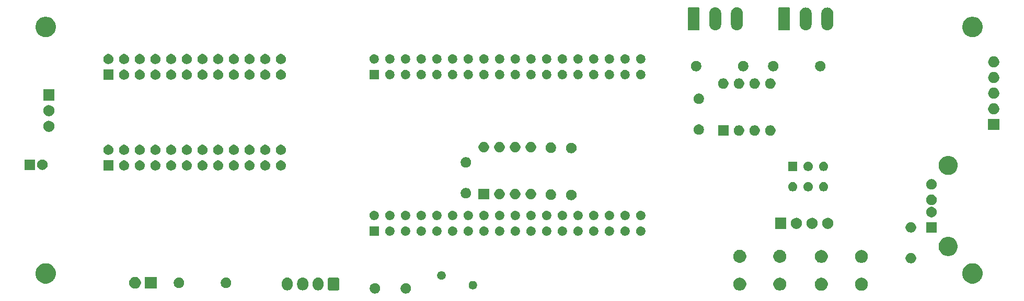
<source format=gbr>
G04 #@! TF.GenerationSoftware,KiCad,Pcbnew,(5.1.5)-3*
G04 #@! TF.CreationDate,2020-03-07T16:25:27-05:00*
G04 #@! TF.ProjectId,PB_16,50425f31-362e-46b6-9963-61645f706362,v1*
G04 #@! TF.SameCoordinates,Original*
G04 #@! TF.FileFunction,Soldermask,Top*
G04 #@! TF.FilePolarity,Negative*
%FSLAX46Y46*%
G04 Gerber Fmt 4.6, Leading zero omitted, Abs format (unit mm)*
G04 Created by KiCad (PCBNEW (5.1.5)-3) date 2020-03-07 16:25:27*
%MOMM*%
%LPD*%
G04 APERTURE LIST*
%ADD10C,0.100000*%
G04 APERTURE END LIST*
D10*
G36*
X151298228Y-118434703D02*
G01*
X151453100Y-118498853D01*
X151592481Y-118591985D01*
X151711015Y-118710519D01*
X151804147Y-118849900D01*
X151868297Y-119004772D01*
X151901000Y-119169184D01*
X151901000Y-119336816D01*
X151868297Y-119501228D01*
X151804147Y-119656100D01*
X151711015Y-119795481D01*
X151592481Y-119914015D01*
X151453100Y-120007147D01*
X151298228Y-120071297D01*
X151133816Y-120104000D01*
X150966184Y-120104000D01*
X150801772Y-120071297D01*
X150646900Y-120007147D01*
X150507519Y-119914015D01*
X150388985Y-119795481D01*
X150295853Y-119656100D01*
X150231703Y-119501228D01*
X150199000Y-119336816D01*
X150199000Y-119169184D01*
X150231703Y-119004772D01*
X150295853Y-118849900D01*
X150388985Y-118710519D01*
X150507519Y-118591985D01*
X150646900Y-118498853D01*
X150801772Y-118434703D01*
X150966184Y-118402000D01*
X151133816Y-118402000D01*
X151298228Y-118434703D01*
G37*
G36*
X146298228Y-118434703D02*
G01*
X146453100Y-118498853D01*
X146592481Y-118591985D01*
X146711015Y-118710519D01*
X146804147Y-118849900D01*
X146868297Y-119004772D01*
X146901000Y-119169184D01*
X146901000Y-119336816D01*
X146868297Y-119501228D01*
X146804147Y-119656100D01*
X146711015Y-119795481D01*
X146592481Y-119914015D01*
X146453100Y-120007147D01*
X146298228Y-120071297D01*
X146133816Y-120104000D01*
X145966184Y-120104000D01*
X145801772Y-120071297D01*
X145646900Y-120007147D01*
X145507519Y-119914015D01*
X145388985Y-119795481D01*
X145295853Y-119656100D01*
X145231703Y-119501228D01*
X145199000Y-119336816D01*
X145199000Y-119169184D01*
X145231703Y-119004772D01*
X145295853Y-118849900D01*
X145388985Y-118710519D01*
X145507519Y-118591985D01*
X145646900Y-118498853D01*
X145801772Y-118434703D01*
X145966184Y-118402000D01*
X146133816Y-118402000D01*
X146298228Y-118434703D01*
G37*
G36*
X218657664Y-117573489D02*
G01*
X218839515Y-117648814D01*
X218848935Y-117652716D01*
X219021073Y-117767735D01*
X219167465Y-117914127D01*
X219282022Y-118085573D01*
X219282485Y-118086267D01*
X219361711Y-118277536D01*
X219402100Y-118480584D01*
X219402100Y-118687616D01*
X219361711Y-118890664D01*
X219287452Y-119069941D01*
X219282484Y-119081935D01*
X219167465Y-119254073D01*
X219021073Y-119400465D01*
X218848935Y-119515484D01*
X218848934Y-119515485D01*
X218848933Y-119515485D01*
X218657664Y-119594711D01*
X218454616Y-119635100D01*
X218247584Y-119635100D01*
X218044536Y-119594711D01*
X217853267Y-119515485D01*
X217853266Y-119515485D01*
X217853265Y-119515484D01*
X217681127Y-119400465D01*
X217534735Y-119254073D01*
X217419716Y-119081935D01*
X217414748Y-119069941D01*
X217340489Y-118890664D01*
X217300100Y-118687616D01*
X217300100Y-118480584D01*
X217340489Y-118277536D01*
X217419715Y-118086267D01*
X217420179Y-118085573D01*
X217534735Y-117914127D01*
X217681127Y-117767735D01*
X217853265Y-117652716D01*
X217862685Y-117648814D01*
X218044536Y-117573489D01*
X218247584Y-117533100D01*
X218454616Y-117533100D01*
X218657664Y-117573489D01*
G37*
G36*
X225157664Y-117573489D02*
G01*
X225339515Y-117648814D01*
X225348935Y-117652716D01*
X225521073Y-117767735D01*
X225667465Y-117914127D01*
X225782022Y-118085573D01*
X225782485Y-118086267D01*
X225861711Y-118277536D01*
X225902100Y-118480584D01*
X225902100Y-118687616D01*
X225861711Y-118890664D01*
X225787452Y-119069941D01*
X225782484Y-119081935D01*
X225667465Y-119254073D01*
X225521073Y-119400465D01*
X225348935Y-119515484D01*
X225348934Y-119515485D01*
X225348933Y-119515485D01*
X225157664Y-119594711D01*
X224954616Y-119635100D01*
X224747584Y-119635100D01*
X224544536Y-119594711D01*
X224353267Y-119515485D01*
X224353266Y-119515485D01*
X224353265Y-119515484D01*
X224181127Y-119400465D01*
X224034735Y-119254073D01*
X223919716Y-119081935D01*
X223914748Y-119069941D01*
X223840489Y-118890664D01*
X223800100Y-118687616D01*
X223800100Y-118480584D01*
X223840489Y-118277536D01*
X223919715Y-118086267D01*
X223920179Y-118085573D01*
X224034735Y-117914127D01*
X224181127Y-117767735D01*
X224353265Y-117652716D01*
X224362685Y-117648814D01*
X224544536Y-117573489D01*
X224747584Y-117533100D01*
X224954616Y-117533100D01*
X225157664Y-117573489D01*
G37*
G36*
X205436964Y-117560789D02*
G01*
X205628233Y-117640015D01*
X205628235Y-117640016D01*
X205800373Y-117755035D01*
X205946765Y-117901427D01*
X205986506Y-117960903D01*
X206061785Y-118073567D01*
X206141011Y-118264836D01*
X206181400Y-118467884D01*
X206181400Y-118674916D01*
X206141011Y-118877964D01*
X206078654Y-119028507D01*
X206061784Y-119069235D01*
X205946765Y-119241373D01*
X205800373Y-119387765D01*
X205628235Y-119502784D01*
X205628234Y-119502785D01*
X205628233Y-119502785D01*
X205436964Y-119582011D01*
X205233916Y-119622400D01*
X205026884Y-119622400D01*
X204823836Y-119582011D01*
X204632567Y-119502785D01*
X204632566Y-119502785D01*
X204632565Y-119502784D01*
X204460427Y-119387765D01*
X204314035Y-119241373D01*
X204199016Y-119069235D01*
X204182146Y-119028507D01*
X204119789Y-118877964D01*
X204079400Y-118674916D01*
X204079400Y-118467884D01*
X204119789Y-118264836D01*
X204199015Y-118073567D01*
X204274295Y-117960903D01*
X204314035Y-117901427D01*
X204460427Y-117755035D01*
X204632565Y-117640016D01*
X204632567Y-117640015D01*
X204823836Y-117560789D01*
X205026884Y-117520400D01*
X205233916Y-117520400D01*
X205436964Y-117560789D01*
G37*
G36*
X211936964Y-117560789D02*
G01*
X212128233Y-117640015D01*
X212128235Y-117640016D01*
X212300373Y-117755035D01*
X212446765Y-117901427D01*
X212486506Y-117960903D01*
X212561785Y-118073567D01*
X212641011Y-118264836D01*
X212681400Y-118467884D01*
X212681400Y-118674916D01*
X212641011Y-118877964D01*
X212578654Y-119028507D01*
X212561784Y-119069235D01*
X212446765Y-119241373D01*
X212300373Y-119387765D01*
X212128235Y-119502784D01*
X212128234Y-119502785D01*
X212128233Y-119502785D01*
X211936964Y-119582011D01*
X211733916Y-119622400D01*
X211526884Y-119622400D01*
X211323836Y-119582011D01*
X211132567Y-119502785D01*
X211132566Y-119502785D01*
X211132565Y-119502784D01*
X210960427Y-119387765D01*
X210814035Y-119241373D01*
X210699016Y-119069235D01*
X210682146Y-119028507D01*
X210619789Y-118877964D01*
X210579400Y-118674916D01*
X210579400Y-118467884D01*
X210619789Y-118264836D01*
X210699015Y-118073567D01*
X210774295Y-117960903D01*
X210814035Y-117901427D01*
X210960427Y-117755035D01*
X211132565Y-117640016D01*
X211132567Y-117640015D01*
X211323836Y-117560789D01*
X211526884Y-117520400D01*
X211733916Y-117520400D01*
X211936964Y-117560789D01*
G37*
G36*
X132021027Y-117544077D02*
G01*
X132190866Y-117595597D01*
X132347391Y-117679262D01*
X132376297Y-117702985D01*
X132484586Y-117791854D01*
X132567141Y-117892449D01*
X132597178Y-117929049D01*
X132680843Y-118085574D01*
X132732363Y-118255414D01*
X132745400Y-118387783D01*
X132745400Y-118726298D01*
X132732363Y-118858667D01*
X132680843Y-119028506D01*
X132597178Y-119185031D01*
X132579341Y-119206765D01*
X132484586Y-119322226D01*
X132347389Y-119434819D01*
X132196476Y-119515484D01*
X132190865Y-119518483D01*
X132021026Y-119570003D01*
X131844400Y-119587399D01*
X131667773Y-119570003D01*
X131497934Y-119518483D01*
X131341409Y-119434818D01*
X131284075Y-119387765D01*
X131204214Y-119322226D01*
X131091621Y-119185029D01*
X131007958Y-119028507D01*
X131007957Y-119028505D01*
X130956437Y-118858666D01*
X130943400Y-118726297D01*
X130943400Y-118387782D01*
X130956437Y-118255413D01*
X131007957Y-118085574D01*
X131091622Y-117929049D01*
X131204215Y-117791855D01*
X131341410Y-117679262D01*
X131497935Y-117595597D01*
X131667774Y-117544077D01*
X131844400Y-117526681D01*
X132021027Y-117544077D01*
G37*
G36*
X134521027Y-117544077D02*
G01*
X134690866Y-117595597D01*
X134847391Y-117679262D01*
X134876297Y-117702985D01*
X134984586Y-117791854D01*
X135067141Y-117892449D01*
X135097178Y-117929049D01*
X135180843Y-118085574D01*
X135232363Y-118255414D01*
X135245400Y-118387783D01*
X135245400Y-118726298D01*
X135232363Y-118858667D01*
X135180843Y-119028506D01*
X135097178Y-119185031D01*
X135079341Y-119206765D01*
X134984586Y-119322226D01*
X134847389Y-119434819D01*
X134696476Y-119515484D01*
X134690865Y-119518483D01*
X134521026Y-119570003D01*
X134344400Y-119587399D01*
X134167773Y-119570003D01*
X133997934Y-119518483D01*
X133841409Y-119434818D01*
X133784075Y-119387765D01*
X133704214Y-119322226D01*
X133591621Y-119185029D01*
X133507958Y-119028507D01*
X133507957Y-119028505D01*
X133456437Y-118858666D01*
X133443400Y-118726297D01*
X133443400Y-118387782D01*
X133456437Y-118255413D01*
X133507957Y-118085574D01*
X133591622Y-117929049D01*
X133704215Y-117791855D01*
X133841410Y-117679262D01*
X133997935Y-117595597D01*
X134167774Y-117544077D01*
X134344400Y-117526681D01*
X134521027Y-117544077D01*
G37*
G36*
X137021027Y-117544077D02*
G01*
X137190866Y-117595597D01*
X137347391Y-117679262D01*
X137376297Y-117702985D01*
X137484586Y-117791854D01*
X137567141Y-117892449D01*
X137597178Y-117929049D01*
X137680843Y-118085574D01*
X137732363Y-118255414D01*
X137745400Y-118387783D01*
X137745400Y-118726298D01*
X137732363Y-118858667D01*
X137680843Y-119028506D01*
X137597178Y-119185031D01*
X137579341Y-119206765D01*
X137484586Y-119322226D01*
X137347389Y-119434819D01*
X137196476Y-119515484D01*
X137190865Y-119518483D01*
X137021026Y-119570003D01*
X136844400Y-119587399D01*
X136667773Y-119570003D01*
X136497934Y-119518483D01*
X136341409Y-119434818D01*
X136284075Y-119387765D01*
X136204214Y-119322226D01*
X136091621Y-119185029D01*
X136007958Y-119028507D01*
X136007957Y-119028505D01*
X135956437Y-118858666D01*
X135943400Y-118726297D01*
X135943400Y-118387782D01*
X135956437Y-118255413D01*
X136007957Y-118085574D01*
X136091622Y-117929049D01*
X136204215Y-117791855D01*
X136341410Y-117679262D01*
X136497935Y-117595597D01*
X136667774Y-117544077D01*
X136844400Y-117526681D01*
X137021027Y-117544077D01*
G37*
G36*
X140103000Y-117535029D02*
G01*
X140136052Y-117545055D01*
X140166503Y-117561332D01*
X140193199Y-117583241D01*
X140215108Y-117609937D01*
X140231385Y-117640388D01*
X140241411Y-117673440D01*
X140245400Y-117713943D01*
X140245400Y-119400137D01*
X140241411Y-119440640D01*
X140231385Y-119473692D01*
X140215108Y-119504143D01*
X140193199Y-119530839D01*
X140166503Y-119552748D01*
X140136052Y-119569025D01*
X140103000Y-119579051D01*
X140062497Y-119583040D01*
X138626303Y-119583040D01*
X138585800Y-119579051D01*
X138552748Y-119569025D01*
X138522297Y-119552748D01*
X138495601Y-119530839D01*
X138473692Y-119504143D01*
X138457415Y-119473692D01*
X138447389Y-119440640D01*
X138443400Y-119400137D01*
X138443400Y-117713943D01*
X138447389Y-117673440D01*
X138457415Y-117640388D01*
X138473692Y-117609937D01*
X138495601Y-117583241D01*
X138522297Y-117561332D01*
X138552748Y-117545055D01*
X138585800Y-117535029D01*
X138626303Y-117531040D01*
X140062497Y-117531040D01*
X140103000Y-117535029D01*
G37*
G36*
X162112398Y-118085362D02*
G01*
X162237241Y-118137074D01*
X162237243Y-118137075D01*
X162349599Y-118212149D01*
X162445151Y-118307701D01*
X162508160Y-118402000D01*
X162520226Y-118420059D01*
X162571938Y-118544902D01*
X162598300Y-118677434D01*
X162598300Y-118812566D01*
X162571938Y-118945098D01*
X162537388Y-119028508D01*
X162520225Y-119069943D01*
X162445151Y-119182299D01*
X162349599Y-119277851D01*
X162237243Y-119352925D01*
X162237242Y-119352926D01*
X162237241Y-119352926D01*
X162112398Y-119404638D01*
X161979866Y-119431000D01*
X161844734Y-119431000D01*
X161712202Y-119404638D01*
X161587359Y-119352926D01*
X161587358Y-119352926D01*
X161587357Y-119352925D01*
X161475001Y-119277851D01*
X161379449Y-119182299D01*
X161304375Y-119069943D01*
X161287212Y-119028508D01*
X161252662Y-118945098D01*
X161226300Y-118812566D01*
X161226300Y-118677434D01*
X161252662Y-118544902D01*
X161304374Y-118420059D01*
X161316441Y-118402000D01*
X161379449Y-118307701D01*
X161475001Y-118212149D01*
X161587357Y-118137075D01*
X161587359Y-118137074D01*
X161712202Y-118085362D01*
X161844734Y-118059000D01*
X161979866Y-118059000D01*
X162112398Y-118085362D01*
G37*
G36*
X107465395Y-117449546D02*
G01*
X107638466Y-117521234D01*
X107675086Y-117545703D01*
X107794227Y-117625310D01*
X107926690Y-117757773D01*
X107969284Y-117821520D01*
X108030766Y-117913534D01*
X108102454Y-118086605D01*
X108139000Y-118270333D01*
X108139000Y-118457667D01*
X108102454Y-118641395D01*
X108030766Y-118814466D01*
X108030765Y-118814467D01*
X107926690Y-118970227D01*
X107794227Y-119102690D01*
X107771092Y-119118148D01*
X107638466Y-119206766D01*
X107465395Y-119278454D01*
X107281667Y-119315000D01*
X107094333Y-119315000D01*
X106910605Y-119278454D01*
X106737534Y-119206766D01*
X106604908Y-119118148D01*
X106581773Y-119102690D01*
X106449310Y-118970227D01*
X106345235Y-118814467D01*
X106345234Y-118814466D01*
X106273546Y-118641395D01*
X106237000Y-118457667D01*
X106237000Y-118270333D01*
X106273546Y-118086605D01*
X106345234Y-117913534D01*
X106406716Y-117821520D01*
X106449310Y-117757773D01*
X106581773Y-117625310D01*
X106700914Y-117545703D01*
X106737534Y-117521234D01*
X106910605Y-117449546D01*
X107094333Y-117413000D01*
X107281667Y-117413000D01*
X107465395Y-117449546D01*
G37*
G36*
X110679000Y-119315000D02*
G01*
X108777000Y-119315000D01*
X108777000Y-117413000D01*
X110679000Y-117413000D01*
X110679000Y-119315000D01*
G37*
G36*
X122168228Y-117545703D02*
G01*
X122323100Y-117609853D01*
X122462481Y-117702985D01*
X122581015Y-117821519D01*
X122674147Y-117960900D01*
X122738297Y-118115772D01*
X122771000Y-118280184D01*
X122771000Y-118447816D01*
X122738297Y-118612228D01*
X122674147Y-118767100D01*
X122581015Y-118906481D01*
X122462481Y-119025015D01*
X122323100Y-119118147D01*
X122168228Y-119182297D01*
X122003816Y-119215000D01*
X121836184Y-119215000D01*
X121671772Y-119182297D01*
X121516900Y-119118147D01*
X121377519Y-119025015D01*
X121258985Y-118906481D01*
X121165853Y-118767100D01*
X121101703Y-118612228D01*
X121069000Y-118447816D01*
X121069000Y-118280184D01*
X121101703Y-118115772D01*
X121165853Y-117960900D01*
X121258985Y-117821519D01*
X121377519Y-117702985D01*
X121516900Y-117609853D01*
X121671772Y-117545703D01*
X121836184Y-117513000D01*
X122003816Y-117513000D01*
X122168228Y-117545703D01*
G37*
G36*
X114548228Y-117545703D02*
G01*
X114703100Y-117609853D01*
X114842481Y-117702985D01*
X114961015Y-117821519D01*
X115054147Y-117960900D01*
X115118297Y-118115772D01*
X115151000Y-118280184D01*
X115151000Y-118447816D01*
X115118297Y-118612228D01*
X115054147Y-118767100D01*
X114961015Y-118906481D01*
X114842481Y-119025015D01*
X114703100Y-119118147D01*
X114548228Y-119182297D01*
X114383816Y-119215000D01*
X114216184Y-119215000D01*
X114051772Y-119182297D01*
X113896900Y-119118147D01*
X113757519Y-119025015D01*
X113638985Y-118906481D01*
X113545853Y-118767100D01*
X113481703Y-118612228D01*
X113449000Y-118447816D01*
X113449000Y-118280184D01*
X113481703Y-118115772D01*
X113545853Y-117960900D01*
X113638985Y-117821519D01*
X113757519Y-117702985D01*
X113896900Y-117609853D01*
X114051772Y-117545703D01*
X114216184Y-117513000D01*
X114383816Y-117513000D01*
X114548228Y-117545703D01*
G37*
G36*
X243199256Y-115231298D02*
G01*
X243305579Y-115252447D01*
X243606042Y-115376903D01*
X243876451Y-115557585D01*
X244106415Y-115787549D01*
X244106416Y-115787551D01*
X244287098Y-116057960D01*
X244411553Y-116358422D01*
X244475000Y-116677389D01*
X244475000Y-117002611D01*
X244460116Y-117077435D01*
X244411553Y-117321579D01*
X244332264Y-117513000D01*
X244298051Y-117595598D01*
X244287097Y-117622042D01*
X244106415Y-117892451D01*
X243876451Y-118122415D01*
X243606042Y-118303097D01*
X243305579Y-118427553D01*
X243269633Y-118434703D01*
X242986611Y-118491000D01*
X242661389Y-118491000D01*
X242378367Y-118434703D01*
X242342421Y-118427553D01*
X242041958Y-118303097D01*
X241771549Y-118122415D01*
X241541585Y-117892451D01*
X241360903Y-117622042D01*
X241349950Y-117595598D01*
X241315736Y-117513000D01*
X241236447Y-117321579D01*
X241187884Y-117077435D01*
X241173000Y-117002611D01*
X241173000Y-116677389D01*
X241236447Y-116358422D01*
X241360902Y-116057960D01*
X241541584Y-115787551D01*
X241541585Y-115787549D01*
X241771549Y-115557585D01*
X242041958Y-115376903D01*
X242342421Y-115252447D01*
X242448744Y-115231298D01*
X242661389Y-115189000D01*
X242986611Y-115189000D01*
X243199256Y-115231298D01*
G37*
G36*
X93085256Y-115231298D02*
G01*
X93191579Y-115252447D01*
X93492042Y-115376903D01*
X93762451Y-115557585D01*
X93992415Y-115787549D01*
X93992416Y-115787551D01*
X94173098Y-116057960D01*
X94297553Y-116358422D01*
X94361000Y-116677389D01*
X94361000Y-117002611D01*
X94346116Y-117077435D01*
X94297553Y-117321579D01*
X94218264Y-117513000D01*
X94184051Y-117595598D01*
X94173097Y-117622042D01*
X93992415Y-117892451D01*
X93762451Y-118122415D01*
X93492042Y-118303097D01*
X93191579Y-118427553D01*
X93155633Y-118434703D01*
X92872611Y-118491000D01*
X92547389Y-118491000D01*
X92264367Y-118434703D01*
X92228421Y-118427553D01*
X91927958Y-118303097D01*
X91657549Y-118122415D01*
X91427585Y-117892451D01*
X91246903Y-117622042D01*
X91235950Y-117595598D01*
X91201736Y-117513000D01*
X91122447Y-117321579D01*
X91073884Y-117077435D01*
X91059000Y-117002611D01*
X91059000Y-116677389D01*
X91122447Y-116358422D01*
X91246902Y-116057960D01*
X91427584Y-115787551D01*
X91427585Y-115787549D01*
X91657549Y-115557585D01*
X91927958Y-115376903D01*
X92228421Y-115252447D01*
X92334744Y-115231298D01*
X92547389Y-115189000D01*
X92872611Y-115189000D01*
X93085256Y-115231298D01*
G37*
G36*
X157012398Y-116485362D02*
G01*
X157137241Y-116537074D01*
X157137243Y-116537075D01*
X157249599Y-116612149D01*
X157345151Y-116707701D01*
X157420226Y-116820059D01*
X157471938Y-116944902D01*
X157498300Y-117077434D01*
X157498300Y-117212566D01*
X157471938Y-117345098D01*
X157420226Y-117469941D01*
X157420225Y-117469943D01*
X157345151Y-117582299D01*
X157249599Y-117677851D01*
X157137243Y-117752925D01*
X157137242Y-117752926D01*
X157137241Y-117752926D01*
X157012398Y-117804638D01*
X156879866Y-117831000D01*
X156744734Y-117831000D01*
X156612202Y-117804638D01*
X156487359Y-117752926D01*
X156487358Y-117752926D01*
X156487357Y-117752925D01*
X156375001Y-117677851D01*
X156279449Y-117582299D01*
X156204375Y-117469943D01*
X156204374Y-117469941D01*
X156152662Y-117345098D01*
X156126300Y-117212566D01*
X156126300Y-117077434D01*
X156152662Y-116944902D01*
X156204374Y-116820059D01*
X156279449Y-116707701D01*
X156375001Y-116612149D01*
X156487357Y-116537075D01*
X156487359Y-116537074D01*
X156612202Y-116485362D01*
X156744734Y-116459000D01*
X156879866Y-116459000D01*
X157012398Y-116485362D01*
G37*
G36*
X233102728Y-113541403D02*
G01*
X233257600Y-113605553D01*
X233396981Y-113698685D01*
X233515515Y-113817219D01*
X233608647Y-113956600D01*
X233672797Y-114111472D01*
X233705500Y-114275884D01*
X233705500Y-114443516D01*
X233672797Y-114607928D01*
X233608647Y-114762800D01*
X233515515Y-114902181D01*
X233396981Y-115020715D01*
X233257600Y-115113847D01*
X233102728Y-115177997D01*
X232938316Y-115210700D01*
X232770684Y-115210700D01*
X232606272Y-115177997D01*
X232451400Y-115113847D01*
X232312019Y-115020715D01*
X232193485Y-114902181D01*
X232100353Y-114762800D01*
X232036203Y-114607928D01*
X232003500Y-114443516D01*
X232003500Y-114275884D01*
X232036203Y-114111472D01*
X232100353Y-113956600D01*
X232193485Y-113817219D01*
X232312019Y-113698685D01*
X232451400Y-113605553D01*
X232606272Y-113541403D01*
X232770684Y-113508700D01*
X232938316Y-113508700D01*
X233102728Y-113541403D01*
G37*
G36*
X225157664Y-113073489D02*
G01*
X225348933Y-113152715D01*
X225348935Y-113152716D01*
X225521073Y-113267735D01*
X225667465Y-113414127D01*
X225687295Y-113443804D01*
X225782485Y-113586267D01*
X225861711Y-113777536D01*
X225902100Y-113980584D01*
X225902100Y-114187616D01*
X225861711Y-114390664D01*
X225782485Y-114581933D01*
X225782484Y-114581935D01*
X225667465Y-114754073D01*
X225521073Y-114900465D01*
X225348935Y-115015484D01*
X225348934Y-115015485D01*
X225348933Y-115015485D01*
X225157664Y-115094711D01*
X224954616Y-115135100D01*
X224747584Y-115135100D01*
X224544536Y-115094711D01*
X224353267Y-115015485D01*
X224353266Y-115015485D01*
X224353265Y-115015484D01*
X224181127Y-114900465D01*
X224034735Y-114754073D01*
X223919716Y-114581935D01*
X223919715Y-114581933D01*
X223840489Y-114390664D01*
X223800100Y-114187616D01*
X223800100Y-113980584D01*
X223840489Y-113777536D01*
X223919715Y-113586267D01*
X224014906Y-113443804D01*
X224034735Y-113414127D01*
X224181127Y-113267735D01*
X224353265Y-113152716D01*
X224353267Y-113152715D01*
X224544536Y-113073489D01*
X224747584Y-113033100D01*
X224954616Y-113033100D01*
X225157664Y-113073489D01*
G37*
G36*
X218657664Y-113073489D02*
G01*
X218848933Y-113152715D01*
X218848935Y-113152716D01*
X219021073Y-113267735D01*
X219167465Y-113414127D01*
X219187295Y-113443804D01*
X219282485Y-113586267D01*
X219361711Y-113777536D01*
X219402100Y-113980584D01*
X219402100Y-114187616D01*
X219361711Y-114390664D01*
X219282485Y-114581933D01*
X219282484Y-114581935D01*
X219167465Y-114754073D01*
X219021073Y-114900465D01*
X218848935Y-115015484D01*
X218848934Y-115015485D01*
X218848933Y-115015485D01*
X218657664Y-115094711D01*
X218454616Y-115135100D01*
X218247584Y-115135100D01*
X218044536Y-115094711D01*
X217853267Y-115015485D01*
X217853266Y-115015485D01*
X217853265Y-115015484D01*
X217681127Y-114900465D01*
X217534735Y-114754073D01*
X217419716Y-114581935D01*
X217419715Y-114581933D01*
X217340489Y-114390664D01*
X217300100Y-114187616D01*
X217300100Y-113980584D01*
X217340489Y-113777536D01*
X217419715Y-113586267D01*
X217514906Y-113443804D01*
X217534735Y-113414127D01*
X217681127Y-113267735D01*
X217853265Y-113152716D01*
X217853267Y-113152715D01*
X218044536Y-113073489D01*
X218247584Y-113033100D01*
X218454616Y-113033100D01*
X218657664Y-113073489D01*
G37*
G36*
X205436964Y-113060789D02*
G01*
X205628233Y-113140015D01*
X205628235Y-113140016D01*
X205800373Y-113255035D01*
X205946765Y-113401427D01*
X206018443Y-113508700D01*
X206061785Y-113573567D01*
X206141011Y-113764836D01*
X206181400Y-113967884D01*
X206181400Y-114174916D01*
X206141011Y-114377964D01*
X206061785Y-114569233D01*
X206061784Y-114569235D01*
X205946765Y-114741373D01*
X205800373Y-114887765D01*
X205628235Y-115002784D01*
X205628234Y-115002785D01*
X205628233Y-115002785D01*
X205436964Y-115082011D01*
X205233916Y-115122400D01*
X205026884Y-115122400D01*
X204823836Y-115082011D01*
X204632567Y-115002785D01*
X204632566Y-115002785D01*
X204632565Y-115002784D01*
X204460427Y-114887765D01*
X204314035Y-114741373D01*
X204199016Y-114569235D01*
X204199015Y-114569233D01*
X204119789Y-114377964D01*
X204079400Y-114174916D01*
X204079400Y-113967884D01*
X204119789Y-113764836D01*
X204199015Y-113573567D01*
X204242358Y-113508700D01*
X204314035Y-113401427D01*
X204460427Y-113255035D01*
X204632565Y-113140016D01*
X204632567Y-113140015D01*
X204823836Y-113060789D01*
X205026884Y-113020400D01*
X205233916Y-113020400D01*
X205436964Y-113060789D01*
G37*
G36*
X211936964Y-113060789D02*
G01*
X212128233Y-113140015D01*
X212128235Y-113140016D01*
X212300373Y-113255035D01*
X212446765Y-113401427D01*
X212518443Y-113508700D01*
X212561785Y-113573567D01*
X212641011Y-113764836D01*
X212681400Y-113967884D01*
X212681400Y-114174916D01*
X212641011Y-114377964D01*
X212561785Y-114569233D01*
X212561784Y-114569235D01*
X212446765Y-114741373D01*
X212300373Y-114887765D01*
X212128235Y-115002784D01*
X212128234Y-115002785D01*
X212128233Y-115002785D01*
X211936964Y-115082011D01*
X211733916Y-115122400D01*
X211526884Y-115122400D01*
X211323836Y-115082011D01*
X211132567Y-115002785D01*
X211132566Y-115002785D01*
X211132565Y-115002784D01*
X210960427Y-114887765D01*
X210814035Y-114741373D01*
X210699016Y-114569235D01*
X210699015Y-114569233D01*
X210619789Y-114377964D01*
X210579400Y-114174916D01*
X210579400Y-113967884D01*
X210619789Y-113764836D01*
X210699015Y-113573567D01*
X210742358Y-113508700D01*
X210814035Y-113401427D01*
X210960427Y-113255035D01*
X211132565Y-113140016D01*
X211132567Y-113140015D01*
X211323836Y-113060789D01*
X211526884Y-113020400D01*
X211733916Y-113020400D01*
X211936964Y-113060789D01*
G37*
G36*
X239194485Y-110933902D02*
G01*
X239344310Y-110963704D01*
X239626574Y-111080621D01*
X239880605Y-111250359D01*
X240096641Y-111466395D01*
X240266379Y-111720426D01*
X240383296Y-112002690D01*
X240442900Y-112302340D01*
X240442900Y-112607860D01*
X240383296Y-112907510D01*
X240266379Y-113189774D01*
X240096641Y-113443805D01*
X239880605Y-113659841D01*
X239626574Y-113829579D01*
X239344310Y-113946496D01*
X239236785Y-113967884D01*
X239044661Y-114006100D01*
X238739139Y-114006100D01*
X238547015Y-113967884D01*
X238439490Y-113946496D01*
X238157226Y-113829579D01*
X237903195Y-113659841D01*
X237687159Y-113443805D01*
X237517421Y-113189774D01*
X237400504Y-112907510D01*
X237340900Y-112607860D01*
X237340900Y-112302340D01*
X237400504Y-112002690D01*
X237517421Y-111720426D01*
X237687159Y-111466395D01*
X237903195Y-111250359D01*
X238157226Y-111080621D01*
X238439490Y-110963704D01*
X238589315Y-110933902D01*
X238739139Y-110904100D01*
X239044661Y-110904100D01*
X239194485Y-110933902D01*
G37*
G36*
X176535053Y-109216107D02*
G01*
X176607985Y-109230614D01*
X176664898Y-109254188D01*
X176745386Y-109287527D01*
X176869044Y-109370153D01*
X176974207Y-109475316D01*
X177056833Y-109598974D01*
X177090172Y-109679462D01*
X177113746Y-109736375D01*
X177142760Y-109882239D01*
X177142760Y-110030961D01*
X177113746Y-110176825D01*
X177099714Y-110210700D01*
X177056833Y-110314226D01*
X176974207Y-110437884D01*
X176869044Y-110543047D01*
X176745386Y-110625673D01*
X176664898Y-110659012D01*
X176607985Y-110682586D01*
X176535053Y-110697093D01*
X176462122Y-110711600D01*
X176313398Y-110711600D01*
X176240467Y-110697093D01*
X176167535Y-110682586D01*
X176110622Y-110659012D01*
X176030134Y-110625673D01*
X175906476Y-110543047D01*
X175801313Y-110437884D01*
X175718687Y-110314226D01*
X175675806Y-110210700D01*
X175661774Y-110176825D01*
X175632760Y-110030961D01*
X175632760Y-109882239D01*
X175661774Y-109736375D01*
X175685348Y-109679462D01*
X175718687Y-109598974D01*
X175801313Y-109475316D01*
X175906476Y-109370153D01*
X176030134Y-109287527D01*
X176110622Y-109254188D01*
X176167535Y-109230614D01*
X176240467Y-109216107D01*
X176313398Y-109201600D01*
X176462122Y-109201600D01*
X176535053Y-109216107D01*
G37*
G36*
X146662760Y-110711600D02*
G01*
X145152760Y-110711600D01*
X145152760Y-109201600D01*
X146662760Y-109201600D01*
X146662760Y-110711600D01*
G37*
G36*
X148595053Y-109216107D02*
G01*
X148667985Y-109230614D01*
X148724898Y-109254188D01*
X148805386Y-109287527D01*
X148929044Y-109370153D01*
X149034207Y-109475316D01*
X149116833Y-109598974D01*
X149150172Y-109679462D01*
X149173746Y-109736375D01*
X149202760Y-109882239D01*
X149202760Y-110030961D01*
X149173746Y-110176825D01*
X149159714Y-110210700D01*
X149116833Y-110314226D01*
X149034207Y-110437884D01*
X148929044Y-110543047D01*
X148805386Y-110625673D01*
X148724898Y-110659012D01*
X148667985Y-110682586D01*
X148595053Y-110697093D01*
X148522122Y-110711600D01*
X148373398Y-110711600D01*
X148300467Y-110697093D01*
X148227535Y-110682586D01*
X148170622Y-110659012D01*
X148090134Y-110625673D01*
X147966476Y-110543047D01*
X147861313Y-110437884D01*
X147778687Y-110314226D01*
X147735806Y-110210700D01*
X147721774Y-110176825D01*
X147692760Y-110030961D01*
X147692760Y-109882239D01*
X147721774Y-109736375D01*
X147745348Y-109679462D01*
X147778687Y-109598974D01*
X147861313Y-109475316D01*
X147966476Y-109370153D01*
X148090134Y-109287527D01*
X148170622Y-109254188D01*
X148227535Y-109230614D01*
X148300467Y-109216107D01*
X148373398Y-109201600D01*
X148522122Y-109201600D01*
X148595053Y-109216107D01*
G37*
G36*
X151135053Y-109216107D02*
G01*
X151207985Y-109230614D01*
X151264898Y-109254188D01*
X151345386Y-109287527D01*
X151469044Y-109370153D01*
X151574207Y-109475316D01*
X151656833Y-109598974D01*
X151690172Y-109679462D01*
X151713746Y-109736375D01*
X151742760Y-109882239D01*
X151742760Y-110030961D01*
X151713746Y-110176825D01*
X151699714Y-110210700D01*
X151656833Y-110314226D01*
X151574207Y-110437884D01*
X151469044Y-110543047D01*
X151345386Y-110625673D01*
X151264898Y-110659012D01*
X151207985Y-110682586D01*
X151135053Y-110697093D01*
X151062122Y-110711600D01*
X150913398Y-110711600D01*
X150840467Y-110697093D01*
X150767535Y-110682586D01*
X150710622Y-110659012D01*
X150630134Y-110625673D01*
X150506476Y-110543047D01*
X150401313Y-110437884D01*
X150318687Y-110314226D01*
X150275806Y-110210700D01*
X150261774Y-110176825D01*
X150232760Y-110030961D01*
X150232760Y-109882239D01*
X150261774Y-109736375D01*
X150285348Y-109679462D01*
X150318687Y-109598974D01*
X150401313Y-109475316D01*
X150506476Y-109370153D01*
X150630134Y-109287527D01*
X150710622Y-109254188D01*
X150767535Y-109230614D01*
X150840467Y-109216107D01*
X150913398Y-109201600D01*
X151062122Y-109201600D01*
X151135053Y-109216107D01*
G37*
G36*
X153675053Y-109216107D02*
G01*
X153747985Y-109230614D01*
X153804898Y-109254188D01*
X153885386Y-109287527D01*
X154009044Y-109370153D01*
X154114207Y-109475316D01*
X154196833Y-109598974D01*
X154230172Y-109679462D01*
X154253746Y-109736375D01*
X154282760Y-109882239D01*
X154282760Y-110030961D01*
X154253746Y-110176825D01*
X154239714Y-110210700D01*
X154196833Y-110314226D01*
X154114207Y-110437884D01*
X154009044Y-110543047D01*
X153885386Y-110625673D01*
X153804898Y-110659012D01*
X153747985Y-110682586D01*
X153675053Y-110697093D01*
X153602122Y-110711600D01*
X153453398Y-110711600D01*
X153380467Y-110697093D01*
X153307535Y-110682586D01*
X153250622Y-110659012D01*
X153170134Y-110625673D01*
X153046476Y-110543047D01*
X152941313Y-110437884D01*
X152858687Y-110314226D01*
X152815806Y-110210700D01*
X152801774Y-110176825D01*
X152772760Y-110030961D01*
X152772760Y-109882239D01*
X152801774Y-109736375D01*
X152825348Y-109679462D01*
X152858687Y-109598974D01*
X152941313Y-109475316D01*
X153046476Y-109370153D01*
X153170134Y-109287527D01*
X153250622Y-109254188D01*
X153307535Y-109230614D01*
X153380467Y-109216107D01*
X153453398Y-109201600D01*
X153602122Y-109201600D01*
X153675053Y-109216107D01*
G37*
G36*
X156215053Y-109216107D02*
G01*
X156287985Y-109230614D01*
X156344898Y-109254188D01*
X156425386Y-109287527D01*
X156549044Y-109370153D01*
X156654207Y-109475316D01*
X156736833Y-109598974D01*
X156770172Y-109679462D01*
X156793746Y-109736375D01*
X156822760Y-109882239D01*
X156822760Y-110030961D01*
X156793746Y-110176825D01*
X156779714Y-110210700D01*
X156736833Y-110314226D01*
X156654207Y-110437884D01*
X156549044Y-110543047D01*
X156425386Y-110625673D01*
X156344898Y-110659012D01*
X156287985Y-110682586D01*
X156215053Y-110697093D01*
X156142122Y-110711600D01*
X155993398Y-110711600D01*
X155920467Y-110697093D01*
X155847535Y-110682586D01*
X155790622Y-110659012D01*
X155710134Y-110625673D01*
X155586476Y-110543047D01*
X155481313Y-110437884D01*
X155398687Y-110314226D01*
X155355806Y-110210700D01*
X155341774Y-110176825D01*
X155312760Y-110030961D01*
X155312760Y-109882239D01*
X155341774Y-109736375D01*
X155365348Y-109679462D01*
X155398687Y-109598974D01*
X155481313Y-109475316D01*
X155586476Y-109370153D01*
X155710134Y-109287527D01*
X155790622Y-109254188D01*
X155847535Y-109230614D01*
X155920467Y-109216107D01*
X155993398Y-109201600D01*
X156142122Y-109201600D01*
X156215053Y-109216107D01*
G37*
G36*
X158755053Y-109216107D02*
G01*
X158827985Y-109230614D01*
X158884898Y-109254188D01*
X158965386Y-109287527D01*
X159089044Y-109370153D01*
X159194207Y-109475316D01*
X159276833Y-109598974D01*
X159310172Y-109679462D01*
X159333746Y-109736375D01*
X159362760Y-109882239D01*
X159362760Y-110030961D01*
X159333746Y-110176825D01*
X159319714Y-110210700D01*
X159276833Y-110314226D01*
X159194207Y-110437884D01*
X159089044Y-110543047D01*
X158965386Y-110625673D01*
X158884898Y-110659012D01*
X158827985Y-110682586D01*
X158755053Y-110697093D01*
X158682122Y-110711600D01*
X158533398Y-110711600D01*
X158460467Y-110697093D01*
X158387535Y-110682586D01*
X158330622Y-110659012D01*
X158250134Y-110625673D01*
X158126476Y-110543047D01*
X158021313Y-110437884D01*
X157938687Y-110314226D01*
X157895806Y-110210700D01*
X157881774Y-110176825D01*
X157852760Y-110030961D01*
X157852760Y-109882239D01*
X157881774Y-109736375D01*
X157905348Y-109679462D01*
X157938687Y-109598974D01*
X158021313Y-109475316D01*
X158126476Y-109370153D01*
X158250134Y-109287527D01*
X158330622Y-109254188D01*
X158387535Y-109230614D01*
X158460467Y-109216107D01*
X158533398Y-109201600D01*
X158682122Y-109201600D01*
X158755053Y-109216107D01*
G37*
G36*
X161295053Y-109216107D02*
G01*
X161367985Y-109230614D01*
X161424898Y-109254188D01*
X161505386Y-109287527D01*
X161629044Y-109370153D01*
X161734207Y-109475316D01*
X161816833Y-109598974D01*
X161850172Y-109679462D01*
X161873746Y-109736375D01*
X161902760Y-109882239D01*
X161902760Y-110030961D01*
X161873746Y-110176825D01*
X161859714Y-110210700D01*
X161816833Y-110314226D01*
X161734207Y-110437884D01*
X161629044Y-110543047D01*
X161505386Y-110625673D01*
X161424898Y-110659012D01*
X161367985Y-110682586D01*
X161295053Y-110697093D01*
X161222122Y-110711600D01*
X161073398Y-110711600D01*
X161000467Y-110697093D01*
X160927535Y-110682586D01*
X160870622Y-110659012D01*
X160790134Y-110625673D01*
X160666476Y-110543047D01*
X160561313Y-110437884D01*
X160478687Y-110314226D01*
X160435806Y-110210700D01*
X160421774Y-110176825D01*
X160392760Y-110030961D01*
X160392760Y-109882239D01*
X160421774Y-109736375D01*
X160445348Y-109679462D01*
X160478687Y-109598974D01*
X160561313Y-109475316D01*
X160666476Y-109370153D01*
X160790134Y-109287527D01*
X160870622Y-109254188D01*
X160927535Y-109230614D01*
X161000467Y-109216107D01*
X161073398Y-109201600D01*
X161222122Y-109201600D01*
X161295053Y-109216107D01*
G37*
G36*
X163835053Y-109216107D02*
G01*
X163907985Y-109230614D01*
X163964898Y-109254188D01*
X164045386Y-109287527D01*
X164169044Y-109370153D01*
X164274207Y-109475316D01*
X164356833Y-109598974D01*
X164390172Y-109679462D01*
X164413746Y-109736375D01*
X164442760Y-109882239D01*
X164442760Y-110030961D01*
X164413746Y-110176825D01*
X164399714Y-110210700D01*
X164356833Y-110314226D01*
X164274207Y-110437884D01*
X164169044Y-110543047D01*
X164045386Y-110625673D01*
X163964898Y-110659012D01*
X163907985Y-110682586D01*
X163835053Y-110697093D01*
X163762122Y-110711600D01*
X163613398Y-110711600D01*
X163540467Y-110697093D01*
X163467535Y-110682586D01*
X163410622Y-110659012D01*
X163330134Y-110625673D01*
X163206476Y-110543047D01*
X163101313Y-110437884D01*
X163018687Y-110314226D01*
X162975806Y-110210700D01*
X162961774Y-110176825D01*
X162932760Y-110030961D01*
X162932760Y-109882239D01*
X162961774Y-109736375D01*
X162985348Y-109679462D01*
X163018687Y-109598974D01*
X163101313Y-109475316D01*
X163206476Y-109370153D01*
X163330134Y-109287527D01*
X163410622Y-109254188D01*
X163467535Y-109230614D01*
X163540467Y-109216107D01*
X163613398Y-109201600D01*
X163762122Y-109201600D01*
X163835053Y-109216107D01*
G37*
G36*
X168915053Y-109216107D02*
G01*
X168987985Y-109230614D01*
X169044898Y-109254188D01*
X169125386Y-109287527D01*
X169249044Y-109370153D01*
X169354207Y-109475316D01*
X169436833Y-109598974D01*
X169470172Y-109679462D01*
X169493746Y-109736375D01*
X169522760Y-109882239D01*
X169522760Y-110030961D01*
X169493746Y-110176825D01*
X169479714Y-110210700D01*
X169436833Y-110314226D01*
X169354207Y-110437884D01*
X169249044Y-110543047D01*
X169125386Y-110625673D01*
X169044898Y-110659012D01*
X168987985Y-110682586D01*
X168915053Y-110697093D01*
X168842122Y-110711600D01*
X168693398Y-110711600D01*
X168620467Y-110697093D01*
X168547535Y-110682586D01*
X168490622Y-110659012D01*
X168410134Y-110625673D01*
X168286476Y-110543047D01*
X168181313Y-110437884D01*
X168098687Y-110314226D01*
X168055806Y-110210700D01*
X168041774Y-110176825D01*
X168012760Y-110030961D01*
X168012760Y-109882239D01*
X168041774Y-109736375D01*
X168065348Y-109679462D01*
X168098687Y-109598974D01*
X168181313Y-109475316D01*
X168286476Y-109370153D01*
X168410134Y-109287527D01*
X168490622Y-109254188D01*
X168547535Y-109230614D01*
X168620467Y-109216107D01*
X168693398Y-109201600D01*
X168842122Y-109201600D01*
X168915053Y-109216107D01*
G37*
G36*
X171455053Y-109216107D02*
G01*
X171527985Y-109230614D01*
X171584898Y-109254188D01*
X171665386Y-109287527D01*
X171789044Y-109370153D01*
X171894207Y-109475316D01*
X171976833Y-109598974D01*
X172010172Y-109679462D01*
X172033746Y-109736375D01*
X172062760Y-109882239D01*
X172062760Y-110030961D01*
X172033746Y-110176825D01*
X172019714Y-110210700D01*
X171976833Y-110314226D01*
X171894207Y-110437884D01*
X171789044Y-110543047D01*
X171665386Y-110625673D01*
X171584898Y-110659012D01*
X171527985Y-110682586D01*
X171455053Y-110697093D01*
X171382122Y-110711600D01*
X171233398Y-110711600D01*
X171160467Y-110697093D01*
X171087535Y-110682586D01*
X171030622Y-110659012D01*
X170950134Y-110625673D01*
X170826476Y-110543047D01*
X170721313Y-110437884D01*
X170638687Y-110314226D01*
X170595806Y-110210700D01*
X170581774Y-110176825D01*
X170552760Y-110030961D01*
X170552760Y-109882239D01*
X170581774Y-109736375D01*
X170605348Y-109679462D01*
X170638687Y-109598974D01*
X170721313Y-109475316D01*
X170826476Y-109370153D01*
X170950134Y-109287527D01*
X171030622Y-109254188D01*
X171087535Y-109230614D01*
X171160467Y-109216107D01*
X171233398Y-109201600D01*
X171382122Y-109201600D01*
X171455053Y-109216107D01*
G37*
G36*
X173995053Y-109216107D02*
G01*
X174067985Y-109230614D01*
X174124898Y-109254188D01*
X174205386Y-109287527D01*
X174329044Y-109370153D01*
X174434207Y-109475316D01*
X174516833Y-109598974D01*
X174550172Y-109679462D01*
X174573746Y-109736375D01*
X174602760Y-109882239D01*
X174602760Y-110030961D01*
X174573746Y-110176825D01*
X174559714Y-110210700D01*
X174516833Y-110314226D01*
X174434207Y-110437884D01*
X174329044Y-110543047D01*
X174205386Y-110625673D01*
X174124898Y-110659012D01*
X174067985Y-110682586D01*
X173995053Y-110697093D01*
X173922122Y-110711600D01*
X173773398Y-110711600D01*
X173700467Y-110697093D01*
X173627535Y-110682586D01*
X173570622Y-110659012D01*
X173490134Y-110625673D01*
X173366476Y-110543047D01*
X173261313Y-110437884D01*
X173178687Y-110314226D01*
X173135806Y-110210700D01*
X173121774Y-110176825D01*
X173092760Y-110030961D01*
X173092760Y-109882239D01*
X173121774Y-109736375D01*
X173145348Y-109679462D01*
X173178687Y-109598974D01*
X173261313Y-109475316D01*
X173366476Y-109370153D01*
X173490134Y-109287527D01*
X173570622Y-109254188D01*
X173627535Y-109230614D01*
X173700467Y-109216107D01*
X173773398Y-109201600D01*
X173922122Y-109201600D01*
X173995053Y-109216107D01*
G37*
G36*
X186695053Y-109216107D02*
G01*
X186767985Y-109230614D01*
X186824898Y-109254188D01*
X186905386Y-109287527D01*
X187029044Y-109370153D01*
X187134207Y-109475316D01*
X187216833Y-109598974D01*
X187250172Y-109679462D01*
X187273746Y-109736375D01*
X187302760Y-109882239D01*
X187302760Y-110030961D01*
X187273746Y-110176825D01*
X187259714Y-110210700D01*
X187216833Y-110314226D01*
X187134207Y-110437884D01*
X187029044Y-110543047D01*
X186905386Y-110625673D01*
X186824898Y-110659012D01*
X186767985Y-110682586D01*
X186695053Y-110697093D01*
X186622122Y-110711600D01*
X186473398Y-110711600D01*
X186400467Y-110697093D01*
X186327535Y-110682586D01*
X186270622Y-110659012D01*
X186190134Y-110625673D01*
X186066476Y-110543047D01*
X185961313Y-110437884D01*
X185878687Y-110314226D01*
X185835806Y-110210700D01*
X185821774Y-110176825D01*
X185792760Y-110030961D01*
X185792760Y-109882239D01*
X185821774Y-109736375D01*
X185845348Y-109679462D01*
X185878687Y-109598974D01*
X185961313Y-109475316D01*
X186066476Y-109370153D01*
X186190134Y-109287527D01*
X186270622Y-109254188D01*
X186327535Y-109230614D01*
X186400467Y-109216107D01*
X186473398Y-109201600D01*
X186622122Y-109201600D01*
X186695053Y-109216107D01*
G37*
G36*
X179075053Y-109216107D02*
G01*
X179147985Y-109230614D01*
X179204898Y-109254188D01*
X179285386Y-109287527D01*
X179409044Y-109370153D01*
X179514207Y-109475316D01*
X179596833Y-109598974D01*
X179630172Y-109679462D01*
X179653746Y-109736375D01*
X179682760Y-109882239D01*
X179682760Y-110030961D01*
X179653746Y-110176825D01*
X179639714Y-110210700D01*
X179596833Y-110314226D01*
X179514207Y-110437884D01*
X179409044Y-110543047D01*
X179285386Y-110625673D01*
X179204898Y-110659012D01*
X179147985Y-110682586D01*
X179075053Y-110697093D01*
X179002122Y-110711600D01*
X178853398Y-110711600D01*
X178780467Y-110697093D01*
X178707535Y-110682586D01*
X178650622Y-110659012D01*
X178570134Y-110625673D01*
X178446476Y-110543047D01*
X178341313Y-110437884D01*
X178258687Y-110314226D01*
X178215806Y-110210700D01*
X178201774Y-110176825D01*
X178172760Y-110030961D01*
X178172760Y-109882239D01*
X178201774Y-109736375D01*
X178225348Y-109679462D01*
X178258687Y-109598974D01*
X178341313Y-109475316D01*
X178446476Y-109370153D01*
X178570134Y-109287527D01*
X178650622Y-109254188D01*
X178707535Y-109230614D01*
X178780467Y-109216107D01*
X178853398Y-109201600D01*
X179002122Y-109201600D01*
X179075053Y-109216107D01*
G37*
G36*
X181615053Y-109216107D02*
G01*
X181687985Y-109230614D01*
X181744898Y-109254188D01*
X181825386Y-109287527D01*
X181949044Y-109370153D01*
X182054207Y-109475316D01*
X182136833Y-109598974D01*
X182170172Y-109679462D01*
X182193746Y-109736375D01*
X182222760Y-109882239D01*
X182222760Y-110030961D01*
X182193746Y-110176825D01*
X182179714Y-110210700D01*
X182136833Y-110314226D01*
X182054207Y-110437884D01*
X181949044Y-110543047D01*
X181825386Y-110625673D01*
X181744898Y-110659012D01*
X181687985Y-110682586D01*
X181615053Y-110697093D01*
X181542122Y-110711600D01*
X181393398Y-110711600D01*
X181320467Y-110697093D01*
X181247535Y-110682586D01*
X181190622Y-110659012D01*
X181110134Y-110625673D01*
X180986476Y-110543047D01*
X180881313Y-110437884D01*
X180798687Y-110314226D01*
X180755806Y-110210700D01*
X180741774Y-110176825D01*
X180712760Y-110030961D01*
X180712760Y-109882239D01*
X180741774Y-109736375D01*
X180765348Y-109679462D01*
X180798687Y-109598974D01*
X180881313Y-109475316D01*
X180986476Y-109370153D01*
X181110134Y-109287527D01*
X181190622Y-109254188D01*
X181247535Y-109230614D01*
X181320467Y-109216107D01*
X181393398Y-109201600D01*
X181542122Y-109201600D01*
X181615053Y-109216107D01*
G37*
G36*
X184155053Y-109216107D02*
G01*
X184227985Y-109230614D01*
X184284898Y-109254188D01*
X184365386Y-109287527D01*
X184489044Y-109370153D01*
X184594207Y-109475316D01*
X184676833Y-109598974D01*
X184710172Y-109679462D01*
X184733746Y-109736375D01*
X184762760Y-109882239D01*
X184762760Y-110030961D01*
X184733746Y-110176825D01*
X184719714Y-110210700D01*
X184676833Y-110314226D01*
X184594207Y-110437884D01*
X184489044Y-110543047D01*
X184365386Y-110625673D01*
X184284898Y-110659012D01*
X184227985Y-110682586D01*
X184155053Y-110697093D01*
X184082122Y-110711600D01*
X183933398Y-110711600D01*
X183860467Y-110697093D01*
X183787535Y-110682586D01*
X183730622Y-110659012D01*
X183650134Y-110625673D01*
X183526476Y-110543047D01*
X183421313Y-110437884D01*
X183338687Y-110314226D01*
X183295806Y-110210700D01*
X183281774Y-110176825D01*
X183252760Y-110030961D01*
X183252760Y-109882239D01*
X183281774Y-109736375D01*
X183305348Y-109679462D01*
X183338687Y-109598974D01*
X183421313Y-109475316D01*
X183526476Y-109370153D01*
X183650134Y-109287527D01*
X183730622Y-109254188D01*
X183787535Y-109230614D01*
X183860467Y-109216107D01*
X183933398Y-109201600D01*
X184082122Y-109201600D01*
X184155053Y-109216107D01*
G37*
G36*
X189235053Y-109216107D02*
G01*
X189307985Y-109230614D01*
X189364898Y-109254188D01*
X189445386Y-109287527D01*
X189569044Y-109370153D01*
X189674207Y-109475316D01*
X189756833Y-109598974D01*
X189790172Y-109679462D01*
X189813746Y-109736375D01*
X189842760Y-109882239D01*
X189842760Y-110030961D01*
X189813746Y-110176825D01*
X189799714Y-110210700D01*
X189756833Y-110314226D01*
X189674207Y-110437884D01*
X189569044Y-110543047D01*
X189445386Y-110625673D01*
X189364898Y-110659012D01*
X189307985Y-110682586D01*
X189235053Y-110697093D01*
X189162122Y-110711600D01*
X189013398Y-110711600D01*
X188940467Y-110697093D01*
X188867535Y-110682586D01*
X188810622Y-110659012D01*
X188730134Y-110625673D01*
X188606476Y-110543047D01*
X188501313Y-110437884D01*
X188418687Y-110314226D01*
X188375806Y-110210700D01*
X188361774Y-110176825D01*
X188332760Y-110030961D01*
X188332760Y-109882239D01*
X188361774Y-109736375D01*
X188385348Y-109679462D01*
X188418687Y-109598974D01*
X188501313Y-109475316D01*
X188606476Y-109370153D01*
X188730134Y-109287527D01*
X188810622Y-109254188D01*
X188867535Y-109230614D01*
X188940467Y-109216107D01*
X189013398Y-109201600D01*
X189162122Y-109201600D01*
X189235053Y-109216107D01*
G37*
G36*
X166375053Y-109216107D02*
G01*
X166447985Y-109230614D01*
X166504898Y-109254188D01*
X166585386Y-109287527D01*
X166709044Y-109370153D01*
X166814207Y-109475316D01*
X166896833Y-109598974D01*
X166930172Y-109679462D01*
X166953746Y-109736375D01*
X166982760Y-109882239D01*
X166982760Y-110030961D01*
X166953746Y-110176825D01*
X166939714Y-110210700D01*
X166896833Y-110314226D01*
X166814207Y-110437884D01*
X166709044Y-110543047D01*
X166585386Y-110625673D01*
X166504898Y-110659012D01*
X166447985Y-110682586D01*
X166375053Y-110697093D01*
X166302122Y-110711600D01*
X166153398Y-110711600D01*
X166080467Y-110697093D01*
X166007535Y-110682586D01*
X165950622Y-110659012D01*
X165870134Y-110625673D01*
X165746476Y-110543047D01*
X165641313Y-110437884D01*
X165558687Y-110314226D01*
X165515806Y-110210700D01*
X165501774Y-110176825D01*
X165472760Y-110030961D01*
X165472760Y-109882239D01*
X165501774Y-109736375D01*
X165525348Y-109679462D01*
X165558687Y-109598974D01*
X165641313Y-109475316D01*
X165746476Y-109370153D01*
X165870134Y-109287527D01*
X165950622Y-109254188D01*
X166007535Y-109230614D01*
X166080467Y-109216107D01*
X166153398Y-109201600D01*
X166302122Y-109201600D01*
X166375053Y-109216107D01*
G37*
G36*
X237032900Y-110236100D02*
G01*
X235330900Y-110236100D01*
X235330900Y-108534100D01*
X237032900Y-108534100D01*
X237032900Y-110236100D01*
G37*
G36*
X233102728Y-108541403D02*
G01*
X233257600Y-108605553D01*
X233396981Y-108698685D01*
X233515515Y-108817219D01*
X233608647Y-108956600D01*
X233672797Y-109111472D01*
X233705500Y-109275884D01*
X233705500Y-109443516D01*
X233672797Y-109607928D01*
X233608647Y-109762800D01*
X233515515Y-109902181D01*
X233396981Y-110020715D01*
X233257600Y-110113847D01*
X233102728Y-110177997D01*
X232938316Y-110210700D01*
X232770684Y-110210700D01*
X232606272Y-110177997D01*
X232451400Y-110113847D01*
X232312019Y-110020715D01*
X232193485Y-109902181D01*
X232100353Y-109762800D01*
X232036203Y-109607928D01*
X232003500Y-109443516D01*
X232003500Y-109275884D01*
X232036203Y-109111472D01*
X232100353Y-108956600D01*
X232193485Y-108817219D01*
X232312019Y-108698685D01*
X232451400Y-108605553D01*
X232606272Y-108541403D01*
X232770684Y-108508700D01*
X232938316Y-108508700D01*
X233102728Y-108541403D01*
G37*
G36*
X219518712Y-107815927D02*
G01*
X219668012Y-107845624D01*
X219831984Y-107913544D01*
X219979554Y-108012147D01*
X220105053Y-108137646D01*
X220203656Y-108285216D01*
X220271576Y-108449188D01*
X220306200Y-108623259D01*
X220306200Y-108800741D01*
X220271576Y-108974812D01*
X220203656Y-109138784D01*
X220105053Y-109286354D01*
X219979554Y-109411853D01*
X219831984Y-109510456D01*
X219668012Y-109578376D01*
X219519440Y-109607928D01*
X219493942Y-109613000D01*
X219316458Y-109613000D01*
X219290960Y-109607928D01*
X219142388Y-109578376D01*
X218978416Y-109510456D01*
X218830846Y-109411853D01*
X218705347Y-109286354D01*
X218606744Y-109138784D01*
X218538824Y-108974812D01*
X218504200Y-108800741D01*
X218504200Y-108623259D01*
X218538824Y-108449188D01*
X218606744Y-108285216D01*
X218705347Y-108137646D01*
X218830846Y-108012147D01*
X218978416Y-107913544D01*
X219142388Y-107845624D01*
X219291688Y-107815927D01*
X219316458Y-107811000D01*
X219493942Y-107811000D01*
X219518712Y-107815927D01*
G37*
G36*
X212686200Y-109613000D02*
G01*
X210884200Y-109613000D01*
X210884200Y-107811000D01*
X212686200Y-107811000D01*
X212686200Y-109613000D01*
G37*
G36*
X214438712Y-107815927D02*
G01*
X214588012Y-107845624D01*
X214751984Y-107913544D01*
X214899554Y-108012147D01*
X215025053Y-108137646D01*
X215123656Y-108285216D01*
X215191576Y-108449188D01*
X215226200Y-108623259D01*
X215226200Y-108800741D01*
X215191576Y-108974812D01*
X215123656Y-109138784D01*
X215025053Y-109286354D01*
X214899554Y-109411853D01*
X214751984Y-109510456D01*
X214588012Y-109578376D01*
X214439440Y-109607928D01*
X214413942Y-109613000D01*
X214236458Y-109613000D01*
X214210960Y-109607928D01*
X214062388Y-109578376D01*
X213898416Y-109510456D01*
X213750846Y-109411853D01*
X213625347Y-109286354D01*
X213526744Y-109138784D01*
X213458824Y-108974812D01*
X213424200Y-108800741D01*
X213424200Y-108623259D01*
X213458824Y-108449188D01*
X213526744Y-108285216D01*
X213625347Y-108137646D01*
X213750846Y-108012147D01*
X213898416Y-107913544D01*
X214062388Y-107845624D01*
X214211688Y-107815927D01*
X214236458Y-107811000D01*
X214413942Y-107811000D01*
X214438712Y-107815927D01*
G37*
G36*
X216978712Y-107815927D02*
G01*
X217128012Y-107845624D01*
X217291984Y-107913544D01*
X217439554Y-108012147D01*
X217565053Y-108137646D01*
X217663656Y-108285216D01*
X217731576Y-108449188D01*
X217766200Y-108623259D01*
X217766200Y-108800741D01*
X217731576Y-108974812D01*
X217663656Y-109138784D01*
X217565053Y-109286354D01*
X217439554Y-109411853D01*
X217291984Y-109510456D01*
X217128012Y-109578376D01*
X216979440Y-109607928D01*
X216953942Y-109613000D01*
X216776458Y-109613000D01*
X216750960Y-109607928D01*
X216602388Y-109578376D01*
X216438416Y-109510456D01*
X216290846Y-109411853D01*
X216165347Y-109286354D01*
X216066744Y-109138784D01*
X215998824Y-108974812D01*
X215964200Y-108800741D01*
X215964200Y-108623259D01*
X215998824Y-108449188D01*
X216066744Y-108285216D01*
X216165347Y-108137646D01*
X216290846Y-108012147D01*
X216438416Y-107913544D01*
X216602388Y-107845624D01*
X216751688Y-107815927D01*
X216776458Y-107811000D01*
X216953942Y-107811000D01*
X216978712Y-107815927D01*
G37*
G36*
X184155053Y-106676107D02*
G01*
X184227985Y-106690614D01*
X184284898Y-106714188D01*
X184365386Y-106747527D01*
X184489044Y-106830153D01*
X184594207Y-106935316D01*
X184676833Y-107058974D01*
X184707631Y-107133328D01*
X184733746Y-107196375D01*
X184762760Y-107342239D01*
X184762760Y-107490961D01*
X184733746Y-107636825D01*
X184732742Y-107639248D01*
X184676833Y-107774226D01*
X184594207Y-107897884D01*
X184489044Y-108003047D01*
X184365386Y-108085673D01*
X184284898Y-108119012D01*
X184227985Y-108142586D01*
X184155053Y-108157093D01*
X184082122Y-108171600D01*
X183933398Y-108171600D01*
X183860467Y-108157093D01*
X183787535Y-108142586D01*
X183730622Y-108119012D01*
X183650134Y-108085673D01*
X183526476Y-108003047D01*
X183421313Y-107897884D01*
X183338687Y-107774226D01*
X183282778Y-107639248D01*
X183281774Y-107636825D01*
X183252760Y-107490961D01*
X183252760Y-107342239D01*
X183281774Y-107196375D01*
X183307889Y-107133328D01*
X183338687Y-107058974D01*
X183421313Y-106935316D01*
X183526476Y-106830153D01*
X183650134Y-106747527D01*
X183730622Y-106714188D01*
X183787535Y-106690614D01*
X183860467Y-106676107D01*
X183933398Y-106661600D01*
X184082122Y-106661600D01*
X184155053Y-106676107D01*
G37*
G36*
X186695053Y-106676107D02*
G01*
X186767985Y-106690614D01*
X186824898Y-106714188D01*
X186905386Y-106747527D01*
X187029044Y-106830153D01*
X187134207Y-106935316D01*
X187216833Y-107058974D01*
X187247631Y-107133328D01*
X187273746Y-107196375D01*
X187302760Y-107342239D01*
X187302760Y-107490961D01*
X187273746Y-107636825D01*
X187272742Y-107639248D01*
X187216833Y-107774226D01*
X187134207Y-107897884D01*
X187029044Y-108003047D01*
X186905386Y-108085673D01*
X186824898Y-108119012D01*
X186767985Y-108142586D01*
X186695053Y-108157093D01*
X186622122Y-108171600D01*
X186473398Y-108171600D01*
X186400467Y-108157093D01*
X186327535Y-108142586D01*
X186270622Y-108119012D01*
X186190134Y-108085673D01*
X186066476Y-108003047D01*
X185961313Y-107897884D01*
X185878687Y-107774226D01*
X185822778Y-107639248D01*
X185821774Y-107636825D01*
X185792760Y-107490961D01*
X185792760Y-107342239D01*
X185821774Y-107196375D01*
X185847889Y-107133328D01*
X185878687Y-107058974D01*
X185961313Y-106935316D01*
X186066476Y-106830153D01*
X186190134Y-106747527D01*
X186270622Y-106714188D01*
X186327535Y-106690614D01*
X186400467Y-106676107D01*
X186473398Y-106661600D01*
X186622122Y-106661600D01*
X186695053Y-106676107D01*
G37*
G36*
X181615053Y-106676107D02*
G01*
X181687985Y-106690614D01*
X181744898Y-106714188D01*
X181825386Y-106747527D01*
X181949044Y-106830153D01*
X182054207Y-106935316D01*
X182136833Y-107058974D01*
X182167631Y-107133328D01*
X182193746Y-107196375D01*
X182222760Y-107342239D01*
X182222760Y-107490961D01*
X182193746Y-107636825D01*
X182192742Y-107639248D01*
X182136833Y-107774226D01*
X182054207Y-107897884D01*
X181949044Y-108003047D01*
X181825386Y-108085673D01*
X181744898Y-108119012D01*
X181687985Y-108142586D01*
X181615053Y-108157093D01*
X181542122Y-108171600D01*
X181393398Y-108171600D01*
X181320467Y-108157093D01*
X181247535Y-108142586D01*
X181190622Y-108119012D01*
X181110134Y-108085673D01*
X180986476Y-108003047D01*
X180881313Y-107897884D01*
X180798687Y-107774226D01*
X180742778Y-107639248D01*
X180741774Y-107636825D01*
X180712760Y-107490961D01*
X180712760Y-107342239D01*
X180741774Y-107196375D01*
X180767889Y-107133328D01*
X180798687Y-107058974D01*
X180881313Y-106935316D01*
X180986476Y-106830153D01*
X181110134Y-106747527D01*
X181190622Y-106714188D01*
X181247535Y-106690614D01*
X181320467Y-106676107D01*
X181393398Y-106661600D01*
X181542122Y-106661600D01*
X181615053Y-106676107D01*
G37*
G36*
X179075053Y-106676107D02*
G01*
X179147985Y-106690614D01*
X179204898Y-106714188D01*
X179285386Y-106747527D01*
X179409044Y-106830153D01*
X179514207Y-106935316D01*
X179596833Y-107058974D01*
X179627631Y-107133328D01*
X179653746Y-107196375D01*
X179682760Y-107342239D01*
X179682760Y-107490961D01*
X179653746Y-107636825D01*
X179652742Y-107639248D01*
X179596833Y-107774226D01*
X179514207Y-107897884D01*
X179409044Y-108003047D01*
X179285386Y-108085673D01*
X179204898Y-108119012D01*
X179147985Y-108142586D01*
X179075053Y-108157093D01*
X179002122Y-108171600D01*
X178853398Y-108171600D01*
X178780467Y-108157093D01*
X178707535Y-108142586D01*
X178650622Y-108119012D01*
X178570134Y-108085673D01*
X178446476Y-108003047D01*
X178341313Y-107897884D01*
X178258687Y-107774226D01*
X178202778Y-107639248D01*
X178201774Y-107636825D01*
X178172760Y-107490961D01*
X178172760Y-107342239D01*
X178201774Y-107196375D01*
X178227889Y-107133328D01*
X178258687Y-107058974D01*
X178341313Y-106935316D01*
X178446476Y-106830153D01*
X178570134Y-106747527D01*
X178650622Y-106714188D01*
X178707535Y-106690614D01*
X178780467Y-106676107D01*
X178853398Y-106661600D01*
X179002122Y-106661600D01*
X179075053Y-106676107D01*
G37*
G36*
X176535053Y-106676107D02*
G01*
X176607985Y-106690614D01*
X176664898Y-106714188D01*
X176745386Y-106747527D01*
X176869044Y-106830153D01*
X176974207Y-106935316D01*
X177056833Y-107058974D01*
X177087631Y-107133328D01*
X177113746Y-107196375D01*
X177142760Y-107342239D01*
X177142760Y-107490961D01*
X177113746Y-107636825D01*
X177112742Y-107639248D01*
X177056833Y-107774226D01*
X176974207Y-107897884D01*
X176869044Y-108003047D01*
X176745386Y-108085673D01*
X176664898Y-108119012D01*
X176607985Y-108142586D01*
X176535053Y-108157093D01*
X176462122Y-108171600D01*
X176313398Y-108171600D01*
X176240467Y-108157093D01*
X176167535Y-108142586D01*
X176110622Y-108119012D01*
X176030134Y-108085673D01*
X175906476Y-108003047D01*
X175801313Y-107897884D01*
X175718687Y-107774226D01*
X175662778Y-107639248D01*
X175661774Y-107636825D01*
X175632760Y-107490961D01*
X175632760Y-107342239D01*
X175661774Y-107196375D01*
X175687889Y-107133328D01*
X175718687Y-107058974D01*
X175801313Y-106935316D01*
X175906476Y-106830153D01*
X176030134Y-106747527D01*
X176110622Y-106714188D01*
X176167535Y-106690614D01*
X176240467Y-106676107D01*
X176313398Y-106661600D01*
X176462122Y-106661600D01*
X176535053Y-106676107D01*
G37*
G36*
X156215053Y-106676107D02*
G01*
X156287985Y-106690614D01*
X156344898Y-106714188D01*
X156425386Y-106747527D01*
X156549044Y-106830153D01*
X156654207Y-106935316D01*
X156736833Y-107058974D01*
X156767631Y-107133328D01*
X156793746Y-107196375D01*
X156822760Y-107342239D01*
X156822760Y-107490961D01*
X156793746Y-107636825D01*
X156792742Y-107639248D01*
X156736833Y-107774226D01*
X156654207Y-107897884D01*
X156549044Y-108003047D01*
X156425386Y-108085673D01*
X156344898Y-108119012D01*
X156287985Y-108142586D01*
X156215053Y-108157093D01*
X156142122Y-108171600D01*
X155993398Y-108171600D01*
X155920467Y-108157093D01*
X155847535Y-108142586D01*
X155790622Y-108119012D01*
X155710134Y-108085673D01*
X155586476Y-108003047D01*
X155481313Y-107897884D01*
X155398687Y-107774226D01*
X155342778Y-107639248D01*
X155341774Y-107636825D01*
X155312760Y-107490961D01*
X155312760Y-107342239D01*
X155341774Y-107196375D01*
X155367889Y-107133328D01*
X155398687Y-107058974D01*
X155481313Y-106935316D01*
X155586476Y-106830153D01*
X155710134Y-106747527D01*
X155790622Y-106714188D01*
X155847535Y-106690614D01*
X155920467Y-106676107D01*
X155993398Y-106661600D01*
X156142122Y-106661600D01*
X156215053Y-106676107D01*
G37*
G36*
X173995053Y-106676107D02*
G01*
X174067985Y-106690614D01*
X174124898Y-106714188D01*
X174205386Y-106747527D01*
X174329044Y-106830153D01*
X174434207Y-106935316D01*
X174516833Y-107058974D01*
X174547631Y-107133328D01*
X174573746Y-107196375D01*
X174602760Y-107342239D01*
X174602760Y-107490961D01*
X174573746Y-107636825D01*
X174572742Y-107639248D01*
X174516833Y-107774226D01*
X174434207Y-107897884D01*
X174329044Y-108003047D01*
X174205386Y-108085673D01*
X174124898Y-108119012D01*
X174067985Y-108142586D01*
X173995053Y-108157093D01*
X173922122Y-108171600D01*
X173773398Y-108171600D01*
X173700467Y-108157093D01*
X173627535Y-108142586D01*
X173570622Y-108119012D01*
X173490134Y-108085673D01*
X173366476Y-108003047D01*
X173261313Y-107897884D01*
X173178687Y-107774226D01*
X173122778Y-107639248D01*
X173121774Y-107636825D01*
X173092760Y-107490961D01*
X173092760Y-107342239D01*
X173121774Y-107196375D01*
X173147889Y-107133328D01*
X173178687Y-107058974D01*
X173261313Y-106935316D01*
X173366476Y-106830153D01*
X173490134Y-106747527D01*
X173570622Y-106714188D01*
X173627535Y-106690614D01*
X173700467Y-106676107D01*
X173773398Y-106661600D01*
X173922122Y-106661600D01*
X173995053Y-106676107D01*
G37*
G36*
X171455053Y-106676107D02*
G01*
X171527985Y-106690614D01*
X171584898Y-106714188D01*
X171665386Y-106747527D01*
X171789044Y-106830153D01*
X171894207Y-106935316D01*
X171976833Y-107058974D01*
X172007631Y-107133328D01*
X172033746Y-107196375D01*
X172062760Y-107342239D01*
X172062760Y-107490961D01*
X172033746Y-107636825D01*
X172032742Y-107639248D01*
X171976833Y-107774226D01*
X171894207Y-107897884D01*
X171789044Y-108003047D01*
X171665386Y-108085673D01*
X171584898Y-108119012D01*
X171527985Y-108142586D01*
X171455053Y-108157093D01*
X171382122Y-108171600D01*
X171233398Y-108171600D01*
X171160467Y-108157093D01*
X171087535Y-108142586D01*
X171030622Y-108119012D01*
X170950134Y-108085673D01*
X170826476Y-108003047D01*
X170721313Y-107897884D01*
X170638687Y-107774226D01*
X170582778Y-107639248D01*
X170581774Y-107636825D01*
X170552760Y-107490961D01*
X170552760Y-107342239D01*
X170581774Y-107196375D01*
X170607889Y-107133328D01*
X170638687Y-107058974D01*
X170721313Y-106935316D01*
X170826476Y-106830153D01*
X170950134Y-106747527D01*
X171030622Y-106714188D01*
X171087535Y-106690614D01*
X171160467Y-106676107D01*
X171233398Y-106661600D01*
X171382122Y-106661600D01*
X171455053Y-106676107D01*
G37*
G36*
X168915053Y-106676107D02*
G01*
X168987985Y-106690614D01*
X169044898Y-106714188D01*
X169125386Y-106747527D01*
X169249044Y-106830153D01*
X169354207Y-106935316D01*
X169436833Y-107058974D01*
X169467631Y-107133328D01*
X169493746Y-107196375D01*
X169522760Y-107342239D01*
X169522760Y-107490961D01*
X169493746Y-107636825D01*
X169492742Y-107639248D01*
X169436833Y-107774226D01*
X169354207Y-107897884D01*
X169249044Y-108003047D01*
X169125386Y-108085673D01*
X169044898Y-108119012D01*
X168987985Y-108142586D01*
X168915053Y-108157093D01*
X168842122Y-108171600D01*
X168693398Y-108171600D01*
X168620467Y-108157093D01*
X168547535Y-108142586D01*
X168490622Y-108119012D01*
X168410134Y-108085673D01*
X168286476Y-108003047D01*
X168181313Y-107897884D01*
X168098687Y-107774226D01*
X168042778Y-107639248D01*
X168041774Y-107636825D01*
X168012760Y-107490961D01*
X168012760Y-107342239D01*
X168041774Y-107196375D01*
X168067889Y-107133328D01*
X168098687Y-107058974D01*
X168181313Y-106935316D01*
X168286476Y-106830153D01*
X168410134Y-106747527D01*
X168490622Y-106714188D01*
X168547535Y-106690614D01*
X168620467Y-106676107D01*
X168693398Y-106661600D01*
X168842122Y-106661600D01*
X168915053Y-106676107D01*
G37*
G36*
X163835053Y-106676107D02*
G01*
X163907985Y-106690614D01*
X163964898Y-106714188D01*
X164045386Y-106747527D01*
X164169044Y-106830153D01*
X164274207Y-106935316D01*
X164356833Y-107058974D01*
X164387631Y-107133328D01*
X164413746Y-107196375D01*
X164442760Y-107342239D01*
X164442760Y-107490961D01*
X164413746Y-107636825D01*
X164412742Y-107639248D01*
X164356833Y-107774226D01*
X164274207Y-107897884D01*
X164169044Y-108003047D01*
X164045386Y-108085673D01*
X163964898Y-108119012D01*
X163907985Y-108142586D01*
X163835053Y-108157093D01*
X163762122Y-108171600D01*
X163613398Y-108171600D01*
X163540467Y-108157093D01*
X163467535Y-108142586D01*
X163410622Y-108119012D01*
X163330134Y-108085673D01*
X163206476Y-108003047D01*
X163101313Y-107897884D01*
X163018687Y-107774226D01*
X162962778Y-107639248D01*
X162961774Y-107636825D01*
X162932760Y-107490961D01*
X162932760Y-107342239D01*
X162961774Y-107196375D01*
X162987889Y-107133328D01*
X163018687Y-107058974D01*
X163101313Y-106935316D01*
X163206476Y-106830153D01*
X163330134Y-106747527D01*
X163410622Y-106714188D01*
X163467535Y-106690614D01*
X163540467Y-106676107D01*
X163613398Y-106661600D01*
X163762122Y-106661600D01*
X163835053Y-106676107D01*
G37*
G36*
X161295053Y-106676107D02*
G01*
X161367985Y-106690614D01*
X161424898Y-106714188D01*
X161505386Y-106747527D01*
X161629044Y-106830153D01*
X161734207Y-106935316D01*
X161816833Y-107058974D01*
X161847631Y-107133328D01*
X161873746Y-107196375D01*
X161902760Y-107342239D01*
X161902760Y-107490961D01*
X161873746Y-107636825D01*
X161872742Y-107639248D01*
X161816833Y-107774226D01*
X161734207Y-107897884D01*
X161629044Y-108003047D01*
X161505386Y-108085673D01*
X161424898Y-108119012D01*
X161367985Y-108142586D01*
X161295053Y-108157093D01*
X161222122Y-108171600D01*
X161073398Y-108171600D01*
X161000467Y-108157093D01*
X160927535Y-108142586D01*
X160870622Y-108119012D01*
X160790134Y-108085673D01*
X160666476Y-108003047D01*
X160561313Y-107897884D01*
X160478687Y-107774226D01*
X160422778Y-107639248D01*
X160421774Y-107636825D01*
X160392760Y-107490961D01*
X160392760Y-107342239D01*
X160421774Y-107196375D01*
X160447889Y-107133328D01*
X160478687Y-107058974D01*
X160561313Y-106935316D01*
X160666476Y-106830153D01*
X160790134Y-106747527D01*
X160870622Y-106714188D01*
X160927535Y-106690614D01*
X161000467Y-106676107D01*
X161073398Y-106661600D01*
X161222122Y-106661600D01*
X161295053Y-106676107D01*
G37*
G36*
X158755053Y-106676107D02*
G01*
X158827985Y-106690614D01*
X158884898Y-106714188D01*
X158965386Y-106747527D01*
X159089044Y-106830153D01*
X159194207Y-106935316D01*
X159276833Y-107058974D01*
X159307631Y-107133328D01*
X159333746Y-107196375D01*
X159362760Y-107342239D01*
X159362760Y-107490961D01*
X159333746Y-107636825D01*
X159332742Y-107639248D01*
X159276833Y-107774226D01*
X159194207Y-107897884D01*
X159089044Y-108003047D01*
X158965386Y-108085673D01*
X158884898Y-108119012D01*
X158827985Y-108142586D01*
X158755053Y-108157093D01*
X158682122Y-108171600D01*
X158533398Y-108171600D01*
X158460467Y-108157093D01*
X158387535Y-108142586D01*
X158330622Y-108119012D01*
X158250134Y-108085673D01*
X158126476Y-108003047D01*
X158021313Y-107897884D01*
X157938687Y-107774226D01*
X157882778Y-107639248D01*
X157881774Y-107636825D01*
X157852760Y-107490961D01*
X157852760Y-107342239D01*
X157881774Y-107196375D01*
X157907889Y-107133328D01*
X157938687Y-107058974D01*
X158021313Y-106935316D01*
X158126476Y-106830153D01*
X158250134Y-106747527D01*
X158330622Y-106714188D01*
X158387535Y-106690614D01*
X158460467Y-106676107D01*
X158533398Y-106661600D01*
X158682122Y-106661600D01*
X158755053Y-106676107D01*
G37*
G36*
X153675053Y-106676107D02*
G01*
X153747985Y-106690614D01*
X153804898Y-106714188D01*
X153885386Y-106747527D01*
X154009044Y-106830153D01*
X154114207Y-106935316D01*
X154196833Y-107058974D01*
X154227631Y-107133328D01*
X154253746Y-107196375D01*
X154282760Y-107342239D01*
X154282760Y-107490961D01*
X154253746Y-107636825D01*
X154252742Y-107639248D01*
X154196833Y-107774226D01*
X154114207Y-107897884D01*
X154009044Y-108003047D01*
X153885386Y-108085673D01*
X153804898Y-108119012D01*
X153747985Y-108142586D01*
X153675053Y-108157093D01*
X153602122Y-108171600D01*
X153453398Y-108171600D01*
X153380467Y-108157093D01*
X153307535Y-108142586D01*
X153250622Y-108119012D01*
X153170134Y-108085673D01*
X153046476Y-108003047D01*
X152941313Y-107897884D01*
X152858687Y-107774226D01*
X152802778Y-107639248D01*
X152801774Y-107636825D01*
X152772760Y-107490961D01*
X152772760Y-107342239D01*
X152801774Y-107196375D01*
X152827889Y-107133328D01*
X152858687Y-107058974D01*
X152941313Y-106935316D01*
X153046476Y-106830153D01*
X153170134Y-106747527D01*
X153250622Y-106714188D01*
X153307535Y-106690614D01*
X153380467Y-106676107D01*
X153453398Y-106661600D01*
X153602122Y-106661600D01*
X153675053Y-106676107D01*
G37*
G36*
X151135053Y-106676107D02*
G01*
X151207985Y-106690614D01*
X151264898Y-106714188D01*
X151345386Y-106747527D01*
X151469044Y-106830153D01*
X151574207Y-106935316D01*
X151656833Y-107058974D01*
X151687631Y-107133328D01*
X151713746Y-107196375D01*
X151742760Y-107342239D01*
X151742760Y-107490961D01*
X151713746Y-107636825D01*
X151712742Y-107639248D01*
X151656833Y-107774226D01*
X151574207Y-107897884D01*
X151469044Y-108003047D01*
X151345386Y-108085673D01*
X151264898Y-108119012D01*
X151207985Y-108142586D01*
X151135053Y-108157093D01*
X151062122Y-108171600D01*
X150913398Y-108171600D01*
X150840467Y-108157093D01*
X150767535Y-108142586D01*
X150710622Y-108119012D01*
X150630134Y-108085673D01*
X150506476Y-108003047D01*
X150401313Y-107897884D01*
X150318687Y-107774226D01*
X150262778Y-107639248D01*
X150261774Y-107636825D01*
X150232760Y-107490961D01*
X150232760Y-107342239D01*
X150261774Y-107196375D01*
X150287889Y-107133328D01*
X150318687Y-107058974D01*
X150401313Y-106935316D01*
X150506476Y-106830153D01*
X150630134Y-106747527D01*
X150710622Y-106714188D01*
X150767535Y-106690614D01*
X150840467Y-106676107D01*
X150913398Y-106661600D01*
X151062122Y-106661600D01*
X151135053Y-106676107D01*
G37*
G36*
X148595053Y-106676107D02*
G01*
X148667985Y-106690614D01*
X148724898Y-106714188D01*
X148805386Y-106747527D01*
X148929044Y-106830153D01*
X149034207Y-106935316D01*
X149116833Y-107058974D01*
X149147631Y-107133328D01*
X149173746Y-107196375D01*
X149202760Y-107342239D01*
X149202760Y-107490961D01*
X149173746Y-107636825D01*
X149172742Y-107639248D01*
X149116833Y-107774226D01*
X149034207Y-107897884D01*
X148929044Y-108003047D01*
X148805386Y-108085673D01*
X148724898Y-108119012D01*
X148667985Y-108142586D01*
X148595053Y-108157093D01*
X148522122Y-108171600D01*
X148373398Y-108171600D01*
X148300467Y-108157093D01*
X148227535Y-108142586D01*
X148170622Y-108119012D01*
X148090134Y-108085673D01*
X147966476Y-108003047D01*
X147861313Y-107897884D01*
X147778687Y-107774226D01*
X147722778Y-107639248D01*
X147721774Y-107636825D01*
X147692760Y-107490961D01*
X147692760Y-107342239D01*
X147721774Y-107196375D01*
X147747889Y-107133328D01*
X147778687Y-107058974D01*
X147861313Y-106935316D01*
X147966476Y-106830153D01*
X148090134Y-106747527D01*
X148170622Y-106714188D01*
X148227535Y-106690614D01*
X148300467Y-106676107D01*
X148373398Y-106661600D01*
X148522122Y-106661600D01*
X148595053Y-106676107D01*
G37*
G36*
X146055053Y-106676107D02*
G01*
X146127985Y-106690614D01*
X146184898Y-106714188D01*
X146265386Y-106747527D01*
X146389044Y-106830153D01*
X146494207Y-106935316D01*
X146576833Y-107058974D01*
X146607631Y-107133328D01*
X146633746Y-107196375D01*
X146662760Y-107342239D01*
X146662760Y-107490961D01*
X146633746Y-107636825D01*
X146632742Y-107639248D01*
X146576833Y-107774226D01*
X146494207Y-107897884D01*
X146389044Y-108003047D01*
X146265386Y-108085673D01*
X146184898Y-108119012D01*
X146127985Y-108142586D01*
X146055053Y-108157093D01*
X145982122Y-108171600D01*
X145833398Y-108171600D01*
X145760467Y-108157093D01*
X145687535Y-108142586D01*
X145630622Y-108119012D01*
X145550134Y-108085673D01*
X145426476Y-108003047D01*
X145321313Y-107897884D01*
X145238687Y-107774226D01*
X145182778Y-107639248D01*
X145181774Y-107636825D01*
X145152760Y-107490961D01*
X145152760Y-107342239D01*
X145181774Y-107196375D01*
X145207889Y-107133328D01*
X145238687Y-107058974D01*
X145321313Y-106935316D01*
X145426476Y-106830153D01*
X145550134Y-106747527D01*
X145630622Y-106714188D01*
X145687535Y-106690614D01*
X145760467Y-106676107D01*
X145833398Y-106661600D01*
X145982122Y-106661600D01*
X146055053Y-106676107D01*
G37*
G36*
X189235053Y-106676107D02*
G01*
X189307985Y-106690614D01*
X189364898Y-106714188D01*
X189445386Y-106747527D01*
X189569044Y-106830153D01*
X189674207Y-106935316D01*
X189756833Y-107058974D01*
X189787631Y-107133328D01*
X189813746Y-107196375D01*
X189842760Y-107342239D01*
X189842760Y-107490961D01*
X189813746Y-107636825D01*
X189812742Y-107639248D01*
X189756833Y-107774226D01*
X189674207Y-107897884D01*
X189569044Y-108003047D01*
X189445386Y-108085673D01*
X189364898Y-108119012D01*
X189307985Y-108142586D01*
X189235053Y-108157093D01*
X189162122Y-108171600D01*
X189013398Y-108171600D01*
X188940467Y-108157093D01*
X188867535Y-108142586D01*
X188810622Y-108119012D01*
X188730134Y-108085673D01*
X188606476Y-108003047D01*
X188501313Y-107897884D01*
X188418687Y-107774226D01*
X188362778Y-107639248D01*
X188361774Y-107636825D01*
X188332760Y-107490961D01*
X188332760Y-107342239D01*
X188361774Y-107196375D01*
X188387889Y-107133328D01*
X188418687Y-107058974D01*
X188501313Y-106935316D01*
X188606476Y-106830153D01*
X188730134Y-106747527D01*
X188810622Y-106714188D01*
X188867535Y-106690614D01*
X188940467Y-106676107D01*
X189013398Y-106661600D01*
X189162122Y-106661600D01*
X189235053Y-106676107D01*
G37*
G36*
X166375053Y-106676107D02*
G01*
X166447985Y-106690614D01*
X166504898Y-106714188D01*
X166585386Y-106747527D01*
X166709044Y-106830153D01*
X166814207Y-106935316D01*
X166896833Y-107058974D01*
X166927631Y-107133328D01*
X166953746Y-107196375D01*
X166982760Y-107342239D01*
X166982760Y-107490961D01*
X166953746Y-107636825D01*
X166952742Y-107639248D01*
X166896833Y-107774226D01*
X166814207Y-107897884D01*
X166709044Y-108003047D01*
X166585386Y-108085673D01*
X166504898Y-108119012D01*
X166447985Y-108142586D01*
X166375053Y-108157093D01*
X166302122Y-108171600D01*
X166153398Y-108171600D01*
X166080467Y-108157093D01*
X166007535Y-108142586D01*
X165950622Y-108119012D01*
X165870134Y-108085673D01*
X165746476Y-108003047D01*
X165641313Y-107897884D01*
X165558687Y-107774226D01*
X165502778Y-107639248D01*
X165501774Y-107636825D01*
X165472760Y-107490961D01*
X165472760Y-107342239D01*
X165501774Y-107196375D01*
X165527889Y-107133328D01*
X165558687Y-107058974D01*
X165641313Y-106935316D01*
X165746476Y-106830153D01*
X165870134Y-106747527D01*
X165950622Y-106714188D01*
X166007535Y-106690614D01*
X166080467Y-106676107D01*
X166153398Y-106661600D01*
X166302122Y-106661600D01*
X166375053Y-106676107D01*
G37*
G36*
X236430128Y-106066803D02*
G01*
X236585000Y-106130953D01*
X236724381Y-106224085D01*
X236842915Y-106342619D01*
X236936047Y-106482000D01*
X237000197Y-106636872D01*
X237032900Y-106801284D01*
X237032900Y-106968916D01*
X237000197Y-107133328D01*
X236936047Y-107288200D01*
X236842915Y-107427581D01*
X236724381Y-107546115D01*
X236585000Y-107639247D01*
X236430128Y-107703397D01*
X236265716Y-107736100D01*
X236098084Y-107736100D01*
X235933672Y-107703397D01*
X235778800Y-107639247D01*
X235639419Y-107546115D01*
X235520885Y-107427581D01*
X235427753Y-107288200D01*
X235363603Y-107133328D01*
X235330900Y-106968916D01*
X235330900Y-106801284D01*
X235363603Y-106636872D01*
X235427753Y-106482000D01*
X235520885Y-106342619D01*
X235639419Y-106224085D01*
X235778800Y-106130953D01*
X235933672Y-106066803D01*
X236098084Y-106034100D01*
X236265716Y-106034100D01*
X236430128Y-106066803D01*
G37*
G36*
X236430128Y-104066803D02*
G01*
X236585000Y-104130953D01*
X236724381Y-104224085D01*
X236842915Y-104342619D01*
X236936047Y-104482000D01*
X237000197Y-104636872D01*
X237032900Y-104801284D01*
X237032900Y-104968916D01*
X237000197Y-105133328D01*
X236936047Y-105288200D01*
X236842915Y-105427581D01*
X236724381Y-105546115D01*
X236585000Y-105639247D01*
X236430128Y-105703397D01*
X236265716Y-105736100D01*
X236098084Y-105736100D01*
X235933672Y-105703397D01*
X235778800Y-105639247D01*
X235639419Y-105546115D01*
X235520885Y-105427581D01*
X235427753Y-105288200D01*
X235363603Y-105133328D01*
X235330900Y-104968916D01*
X235330900Y-104801284D01*
X235363603Y-104636872D01*
X235427753Y-104482000D01*
X235520885Y-104342619D01*
X235639419Y-104224085D01*
X235778800Y-104130953D01*
X235933672Y-104066803D01*
X236098084Y-104034100D01*
X236265716Y-104034100D01*
X236430128Y-104066803D01*
G37*
G36*
X178099028Y-103283603D02*
G01*
X178253900Y-103347753D01*
X178393281Y-103440885D01*
X178511815Y-103559419D01*
X178604947Y-103698800D01*
X178669097Y-103853672D01*
X178701800Y-104018084D01*
X178701800Y-104185716D01*
X178669097Y-104350128D01*
X178604947Y-104505000D01*
X178511815Y-104644381D01*
X178393281Y-104762915D01*
X178253900Y-104856047D01*
X178099028Y-104920197D01*
X177934616Y-104952900D01*
X177766984Y-104952900D01*
X177602572Y-104920197D01*
X177447700Y-104856047D01*
X177308319Y-104762915D01*
X177189785Y-104644381D01*
X177096653Y-104505000D01*
X177032503Y-104350128D01*
X176999800Y-104185716D01*
X176999800Y-104018084D01*
X177032503Y-103853672D01*
X177096653Y-103698800D01*
X177189785Y-103559419D01*
X177308319Y-103440885D01*
X177447700Y-103347753D01*
X177602572Y-103283603D01*
X177766984Y-103250900D01*
X177934616Y-103250900D01*
X178099028Y-103283603D01*
G37*
G36*
X174784328Y-103220103D02*
G01*
X174939200Y-103284253D01*
X175078581Y-103377385D01*
X175197115Y-103495919D01*
X175290247Y-103635300D01*
X175354397Y-103790172D01*
X175387100Y-103954584D01*
X175387100Y-104122216D01*
X175354397Y-104286628D01*
X175290247Y-104441500D01*
X175197115Y-104580881D01*
X175078581Y-104699415D01*
X174939200Y-104792547D01*
X174784328Y-104856697D01*
X174619916Y-104889400D01*
X174452284Y-104889400D01*
X174287872Y-104856697D01*
X174133000Y-104792547D01*
X173993619Y-104699415D01*
X173875085Y-104580881D01*
X173781953Y-104441500D01*
X173717803Y-104286628D01*
X173685100Y-104122216D01*
X173685100Y-103954584D01*
X173717803Y-103790172D01*
X173781953Y-103635300D01*
X173875085Y-103495919D01*
X173993619Y-103377385D01*
X174133000Y-103284253D01*
X174287872Y-103220103D01*
X174452284Y-103187400D01*
X174619916Y-103187400D01*
X174784328Y-103220103D01*
G37*
G36*
X164528860Y-104818220D02*
G01*
X162826860Y-104818220D01*
X162826860Y-103116220D01*
X164528860Y-103116220D01*
X164528860Y-104818220D01*
G37*
G36*
X166466088Y-103148923D02*
G01*
X166620960Y-103213073D01*
X166760341Y-103306205D01*
X166878875Y-103424739D01*
X166972007Y-103564120D01*
X167036157Y-103718992D01*
X167068860Y-103883404D01*
X167068860Y-104051036D01*
X167036157Y-104215448D01*
X166972007Y-104370320D01*
X166878875Y-104509701D01*
X166760341Y-104628235D01*
X166620960Y-104721367D01*
X166466088Y-104785517D01*
X166301676Y-104818220D01*
X166134044Y-104818220D01*
X165969632Y-104785517D01*
X165814760Y-104721367D01*
X165675379Y-104628235D01*
X165556845Y-104509701D01*
X165463713Y-104370320D01*
X165399563Y-104215448D01*
X165366860Y-104051036D01*
X165366860Y-103883404D01*
X165399563Y-103718992D01*
X165463713Y-103564120D01*
X165556845Y-103424739D01*
X165675379Y-103306205D01*
X165814760Y-103213073D01*
X165969632Y-103148923D01*
X166134044Y-103116220D01*
X166301676Y-103116220D01*
X166466088Y-103148923D01*
G37*
G36*
X169006088Y-103148923D02*
G01*
X169160960Y-103213073D01*
X169300341Y-103306205D01*
X169418875Y-103424739D01*
X169512007Y-103564120D01*
X169576157Y-103718992D01*
X169608860Y-103883404D01*
X169608860Y-104051036D01*
X169576157Y-104215448D01*
X169512007Y-104370320D01*
X169418875Y-104509701D01*
X169300341Y-104628235D01*
X169160960Y-104721367D01*
X169006088Y-104785517D01*
X168841676Y-104818220D01*
X168674044Y-104818220D01*
X168509632Y-104785517D01*
X168354760Y-104721367D01*
X168215379Y-104628235D01*
X168096845Y-104509701D01*
X168003713Y-104370320D01*
X167939563Y-104215448D01*
X167906860Y-104051036D01*
X167906860Y-103883404D01*
X167939563Y-103718992D01*
X168003713Y-103564120D01*
X168096845Y-103424739D01*
X168215379Y-103306205D01*
X168354760Y-103213073D01*
X168509632Y-103148923D01*
X168674044Y-103116220D01*
X168841676Y-103116220D01*
X169006088Y-103148923D01*
G37*
G36*
X171546088Y-103148923D02*
G01*
X171700960Y-103213073D01*
X171840341Y-103306205D01*
X171958875Y-103424739D01*
X172052007Y-103564120D01*
X172116157Y-103718992D01*
X172148860Y-103883404D01*
X172148860Y-104051036D01*
X172116157Y-104215448D01*
X172052007Y-104370320D01*
X171958875Y-104509701D01*
X171840341Y-104628235D01*
X171700960Y-104721367D01*
X171546088Y-104785517D01*
X171381676Y-104818220D01*
X171214044Y-104818220D01*
X171049632Y-104785517D01*
X170894760Y-104721367D01*
X170755379Y-104628235D01*
X170636845Y-104509701D01*
X170543713Y-104370320D01*
X170479563Y-104215448D01*
X170446860Y-104051036D01*
X170446860Y-103883404D01*
X170479563Y-103718992D01*
X170543713Y-103564120D01*
X170636845Y-103424739D01*
X170755379Y-103306205D01*
X170894760Y-103213073D01*
X171049632Y-103148923D01*
X171214044Y-103116220D01*
X171381676Y-103116220D01*
X171546088Y-103148923D01*
G37*
G36*
X161026088Y-102998923D02*
G01*
X161180960Y-103063073D01*
X161320341Y-103156205D01*
X161438875Y-103274739D01*
X161532007Y-103414120D01*
X161596157Y-103568992D01*
X161628860Y-103733404D01*
X161628860Y-103901036D01*
X161596157Y-104065448D01*
X161532007Y-104220320D01*
X161438875Y-104359701D01*
X161320341Y-104478235D01*
X161180960Y-104571367D01*
X161026088Y-104635517D01*
X160861676Y-104668220D01*
X160694044Y-104668220D01*
X160529632Y-104635517D01*
X160374760Y-104571367D01*
X160235379Y-104478235D01*
X160116845Y-104359701D01*
X160023713Y-104220320D01*
X159959563Y-104065448D01*
X159926860Y-103901036D01*
X159926860Y-103733404D01*
X159959563Y-103568992D01*
X160023713Y-103414120D01*
X160116845Y-103274739D01*
X160235379Y-103156205D01*
X160374760Y-103063073D01*
X160529632Y-102998923D01*
X160694044Y-102966220D01*
X160861676Y-102966220D01*
X161026088Y-102998923D01*
G37*
G36*
X218934659Y-102044260D02*
G01*
X219071332Y-102100872D01*
X219194335Y-102183060D01*
X219298940Y-102287665D01*
X219381128Y-102410668D01*
X219437740Y-102547341D01*
X219466600Y-102692433D01*
X219466600Y-102840367D01*
X219437740Y-102985459D01*
X219381128Y-103122132D01*
X219298940Y-103245135D01*
X219194335Y-103349740D01*
X219071332Y-103431928D01*
X219071331Y-103431929D01*
X219071330Y-103431929D01*
X218934659Y-103488540D01*
X218789568Y-103517400D01*
X218641632Y-103517400D01*
X218496541Y-103488540D01*
X218359870Y-103431929D01*
X218359869Y-103431929D01*
X218359868Y-103431928D01*
X218236865Y-103349740D01*
X218132260Y-103245135D01*
X218050072Y-103122132D01*
X217993460Y-102985459D01*
X217964600Y-102840367D01*
X217964600Y-102692433D01*
X217993460Y-102547341D01*
X218050072Y-102410668D01*
X218132260Y-102287665D01*
X218236865Y-102183060D01*
X218359868Y-102100872D01*
X218496541Y-102044260D01*
X218641632Y-102015400D01*
X218789568Y-102015400D01*
X218934659Y-102044260D01*
G37*
G36*
X216434659Y-102044260D02*
G01*
X216571332Y-102100872D01*
X216694335Y-102183060D01*
X216798940Y-102287665D01*
X216881128Y-102410668D01*
X216937740Y-102547341D01*
X216966600Y-102692433D01*
X216966600Y-102840367D01*
X216937740Y-102985459D01*
X216881128Y-103122132D01*
X216798940Y-103245135D01*
X216694335Y-103349740D01*
X216571332Y-103431928D01*
X216571331Y-103431929D01*
X216571330Y-103431929D01*
X216434659Y-103488540D01*
X216289568Y-103517400D01*
X216141632Y-103517400D01*
X215996541Y-103488540D01*
X215859870Y-103431929D01*
X215859869Y-103431929D01*
X215859868Y-103431928D01*
X215736865Y-103349740D01*
X215632260Y-103245135D01*
X215550072Y-103122132D01*
X215493460Y-102985459D01*
X215464600Y-102840367D01*
X215464600Y-102692433D01*
X215493460Y-102547341D01*
X215550072Y-102410668D01*
X215632260Y-102287665D01*
X215736865Y-102183060D01*
X215859868Y-102100872D01*
X215996541Y-102044260D01*
X216141632Y-102015400D01*
X216289568Y-102015400D01*
X216434659Y-102044260D01*
G37*
G36*
X213934659Y-102044260D02*
G01*
X214071332Y-102100872D01*
X214194335Y-102183060D01*
X214298940Y-102287665D01*
X214381128Y-102410668D01*
X214437740Y-102547341D01*
X214466600Y-102692433D01*
X214466600Y-102840367D01*
X214437740Y-102985459D01*
X214381128Y-103122132D01*
X214298940Y-103245135D01*
X214194335Y-103349740D01*
X214071332Y-103431928D01*
X214071331Y-103431929D01*
X214071330Y-103431929D01*
X213934659Y-103488540D01*
X213789568Y-103517400D01*
X213641632Y-103517400D01*
X213496541Y-103488540D01*
X213359870Y-103431929D01*
X213359869Y-103431929D01*
X213359868Y-103431928D01*
X213236865Y-103349740D01*
X213132260Y-103245135D01*
X213050072Y-103122132D01*
X212993460Y-102985459D01*
X212964600Y-102840367D01*
X212964600Y-102692433D01*
X212993460Y-102547341D01*
X213050072Y-102410668D01*
X213132260Y-102287665D01*
X213236865Y-102183060D01*
X213359868Y-102100872D01*
X213496541Y-102044260D01*
X213641632Y-102015400D01*
X213789568Y-102015400D01*
X213934659Y-102044260D01*
G37*
G36*
X236430128Y-101566803D02*
G01*
X236585000Y-101630953D01*
X236724381Y-101724085D01*
X236842915Y-101842619D01*
X236936047Y-101982000D01*
X237000197Y-102136872D01*
X237032900Y-102301284D01*
X237032900Y-102468916D01*
X237000197Y-102633328D01*
X236936047Y-102788200D01*
X236842915Y-102927581D01*
X236724381Y-103046115D01*
X236585000Y-103139247D01*
X236430128Y-103203397D01*
X236265716Y-103236100D01*
X236098084Y-103236100D01*
X235933672Y-103203397D01*
X235778800Y-103139247D01*
X235639419Y-103046115D01*
X235520885Y-102927581D01*
X235427753Y-102788200D01*
X235363603Y-102633328D01*
X235330900Y-102468916D01*
X235330900Y-102301284D01*
X235363603Y-102136872D01*
X235427753Y-101982000D01*
X235520885Y-101842619D01*
X235639419Y-101724085D01*
X235778800Y-101630953D01*
X235933672Y-101566803D01*
X236098084Y-101534100D01*
X236265716Y-101534100D01*
X236430128Y-101566803D01*
G37*
G36*
X239194485Y-97793902D02*
G01*
X239344310Y-97823704D01*
X239626574Y-97940621D01*
X239880605Y-98110359D01*
X240096641Y-98326395D01*
X240266379Y-98580426D01*
X240383296Y-98862690D01*
X240387348Y-98883060D01*
X240442900Y-99162339D01*
X240442900Y-99467861D01*
X240428477Y-99540368D01*
X240383296Y-99767510D01*
X240266379Y-100049774D01*
X240096641Y-100303805D01*
X239880605Y-100519841D01*
X239626574Y-100689579D01*
X239344310Y-100806496D01*
X239194485Y-100836298D01*
X239044661Y-100866100D01*
X238739139Y-100866100D01*
X238589315Y-100836298D01*
X238439490Y-100806496D01*
X238157226Y-100689579D01*
X237903195Y-100519841D01*
X237687159Y-100303805D01*
X237517421Y-100049774D01*
X237400504Y-99767510D01*
X237355323Y-99540368D01*
X237340900Y-99467861D01*
X237340900Y-99162339D01*
X237396452Y-98883060D01*
X237400504Y-98862690D01*
X237517421Y-98580426D01*
X237687159Y-98326395D01*
X237903195Y-98110359D01*
X238157226Y-97940621D01*
X238439490Y-97823704D01*
X238589315Y-97793902D01*
X238739139Y-97764100D01*
X239044661Y-97764100D01*
X239194485Y-97793902D01*
G37*
G36*
X218934659Y-98744260D02*
G01*
X219054339Y-98793833D01*
X219071332Y-98800872D01*
X219194335Y-98883060D01*
X219298940Y-98987665D01*
X219357952Y-99075983D01*
X219381129Y-99110670D01*
X219432061Y-99233630D01*
X219437740Y-99247341D01*
X219466600Y-99392433D01*
X219466600Y-99540367D01*
X219437740Y-99685459D01*
X219381128Y-99822132D01*
X219298940Y-99945135D01*
X219194335Y-100049740D01*
X219071332Y-100131928D01*
X219071331Y-100131929D01*
X219071330Y-100131929D01*
X218934659Y-100188540D01*
X218789568Y-100217400D01*
X218641632Y-100217400D01*
X218496541Y-100188540D01*
X218359870Y-100131929D01*
X218359869Y-100131929D01*
X218359868Y-100131928D01*
X218236865Y-100049740D01*
X218132260Y-99945135D01*
X218050072Y-99822132D01*
X217993460Y-99685459D01*
X217964600Y-99540367D01*
X217964600Y-99392433D01*
X217993460Y-99247341D01*
X217999139Y-99233630D01*
X218050071Y-99110670D01*
X218073248Y-99075983D01*
X218132260Y-98987665D01*
X218236865Y-98883060D01*
X218359868Y-98800872D01*
X218376862Y-98793833D01*
X218496541Y-98744260D01*
X218641632Y-98715400D01*
X218789568Y-98715400D01*
X218934659Y-98744260D01*
G37*
G36*
X214466600Y-100217400D02*
G01*
X212964600Y-100217400D01*
X212964600Y-98715400D01*
X214466600Y-98715400D01*
X214466600Y-100217400D01*
G37*
G36*
X216434659Y-98744260D02*
G01*
X216554339Y-98793833D01*
X216571332Y-98800872D01*
X216694335Y-98883060D01*
X216798940Y-98987665D01*
X216857952Y-99075983D01*
X216881129Y-99110670D01*
X216932061Y-99233630D01*
X216937740Y-99247341D01*
X216966600Y-99392433D01*
X216966600Y-99540367D01*
X216937740Y-99685459D01*
X216881128Y-99822132D01*
X216798940Y-99945135D01*
X216694335Y-100049740D01*
X216571332Y-100131928D01*
X216571331Y-100131929D01*
X216571330Y-100131929D01*
X216434659Y-100188540D01*
X216289568Y-100217400D01*
X216141632Y-100217400D01*
X215996541Y-100188540D01*
X215859870Y-100131929D01*
X215859869Y-100131929D01*
X215859868Y-100131928D01*
X215736865Y-100049740D01*
X215632260Y-99945135D01*
X215550072Y-99822132D01*
X215493460Y-99685459D01*
X215464600Y-99540367D01*
X215464600Y-99392433D01*
X215493460Y-99247341D01*
X215499139Y-99233630D01*
X215550071Y-99110670D01*
X215573248Y-99075983D01*
X215632260Y-98987665D01*
X215736865Y-98883060D01*
X215859868Y-98800872D01*
X215876862Y-98793833D01*
X215996541Y-98744260D01*
X216141632Y-98715400D01*
X216289568Y-98715400D01*
X216434659Y-98744260D01*
G37*
G36*
X131048017Y-98529358D02*
G01*
X131122270Y-98560115D01*
X131196521Y-98590870D01*
X131196522Y-98590871D01*
X131330167Y-98680169D01*
X131443831Y-98793833D01*
X131489839Y-98862690D01*
X131533130Y-98927479D01*
X131558059Y-98987665D01*
X131594642Y-99075983D01*
X131626000Y-99233630D01*
X131626000Y-99394370D01*
X131594642Y-99552017D01*
X131578867Y-99590100D01*
X131533130Y-99700521D01*
X131533129Y-99700522D01*
X131443831Y-99834167D01*
X131330167Y-99947831D01*
X131244165Y-100005295D01*
X131196521Y-100037130D01*
X131048017Y-100098642D01*
X130890370Y-100130000D01*
X130729630Y-100130000D01*
X130571983Y-100098642D01*
X130423479Y-100037130D01*
X130375835Y-100005295D01*
X130289833Y-99947831D01*
X130176169Y-99834167D01*
X130086871Y-99700522D01*
X130086870Y-99700521D01*
X130041133Y-99590100D01*
X130025358Y-99552017D01*
X129994000Y-99394370D01*
X129994000Y-99233630D01*
X130025358Y-99075983D01*
X130061941Y-98987665D01*
X130086870Y-98927479D01*
X130130161Y-98862690D01*
X130176169Y-98793833D01*
X130289833Y-98680169D01*
X130423478Y-98590871D01*
X130423479Y-98590870D01*
X130497730Y-98560115D01*
X130571983Y-98529358D01*
X130729630Y-98498000D01*
X130890370Y-98498000D01*
X131048017Y-98529358D01*
G37*
G36*
X118348017Y-98529358D02*
G01*
X118422270Y-98560115D01*
X118496521Y-98590870D01*
X118496522Y-98590871D01*
X118630167Y-98680169D01*
X118743831Y-98793833D01*
X118789839Y-98862690D01*
X118833130Y-98927479D01*
X118858059Y-98987665D01*
X118894642Y-99075983D01*
X118926000Y-99233630D01*
X118926000Y-99394370D01*
X118894642Y-99552017D01*
X118878867Y-99590100D01*
X118833130Y-99700521D01*
X118833129Y-99700522D01*
X118743831Y-99834167D01*
X118630167Y-99947831D01*
X118544165Y-100005295D01*
X118496521Y-100037130D01*
X118348017Y-100098642D01*
X118190370Y-100130000D01*
X118029630Y-100130000D01*
X117871983Y-100098642D01*
X117723479Y-100037130D01*
X117675835Y-100005295D01*
X117589833Y-99947831D01*
X117476169Y-99834167D01*
X117386871Y-99700522D01*
X117386870Y-99700521D01*
X117341133Y-99590100D01*
X117325358Y-99552017D01*
X117294000Y-99394370D01*
X117294000Y-99233630D01*
X117325358Y-99075983D01*
X117361941Y-98987665D01*
X117386870Y-98927479D01*
X117430161Y-98862690D01*
X117476169Y-98793833D01*
X117589833Y-98680169D01*
X117723478Y-98590871D01*
X117723479Y-98590870D01*
X117797730Y-98560115D01*
X117871983Y-98529358D01*
X118029630Y-98498000D01*
X118190370Y-98498000D01*
X118348017Y-98529358D01*
G37*
G36*
X103686000Y-100130000D02*
G01*
X102054000Y-100130000D01*
X102054000Y-98498000D01*
X103686000Y-98498000D01*
X103686000Y-100130000D01*
G37*
G36*
X105648017Y-98529358D02*
G01*
X105722270Y-98560115D01*
X105796521Y-98590870D01*
X105796522Y-98590871D01*
X105930167Y-98680169D01*
X106043831Y-98793833D01*
X106089839Y-98862690D01*
X106133130Y-98927479D01*
X106158059Y-98987665D01*
X106194642Y-99075983D01*
X106226000Y-99233630D01*
X106226000Y-99394370D01*
X106194642Y-99552017D01*
X106178867Y-99590100D01*
X106133130Y-99700521D01*
X106133129Y-99700522D01*
X106043831Y-99834167D01*
X105930167Y-99947831D01*
X105844165Y-100005295D01*
X105796521Y-100037130D01*
X105648017Y-100098642D01*
X105490370Y-100130000D01*
X105329630Y-100130000D01*
X105171983Y-100098642D01*
X105023479Y-100037130D01*
X104975835Y-100005295D01*
X104889833Y-99947831D01*
X104776169Y-99834167D01*
X104686871Y-99700522D01*
X104686870Y-99700521D01*
X104641133Y-99590100D01*
X104625358Y-99552017D01*
X104594000Y-99394370D01*
X104594000Y-99233630D01*
X104625358Y-99075983D01*
X104661941Y-98987665D01*
X104686870Y-98927479D01*
X104730161Y-98862690D01*
X104776169Y-98793833D01*
X104889833Y-98680169D01*
X105023478Y-98590871D01*
X105023479Y-98590870D01*
X105097730Y-98560115D01*
X105171983Y-98529358D01*
X105329630Y-98498000D01*
X105490370Y-98498000D01*
X105648017Y-98529358D01*
G37*
G36*
X110728017Y-98529358D02*
G01*
X110802270Y-98560115D01*
X110876521Y-98590870D01*
X110876522Y-98590871D01*
X111010167Y-98680169D01*
X111123831Y-98793833D01*
X111169839Y-98862690D01*
X111213130Y-98927479D01*
X111238059Y-98987665D01*
X111274642Y-99075983D01*
X111306000Y-99233630D01*
X111306000Y-99394370D01*
X111274642Y-99552017D01*
X111258867Y-99590100D01*
X111213130Y-99700521D01*
X111213129Y-99700522D01*
X111123831Y-99834167D01*
X111010167Y-99947831D01*
X110924165Y-100005295D01*
X110876521Y-100037130D01*
X110728017Y-100098642D01*
X110570370Y-100130000D01*
X110409630Y-100130000D01*
X110251983Y-100098642D01*
X110103479Y-100037130D01*
X110055835Y-100005295D01*
X109969833Y-99947831D01*
X109856169Y-99834167D01*
X109766871Y-99700522D01*
X109766870Y-99700521D01*
X109721133Y-99590100D01*
X109705358Y-99552017D01*
X109674000Y-99394370D01*
X109674000Y-99233630D01*
X109705358Y-99075983D01*
X109741941Y-98987665D01*
X109766870Y-98927479D01*
X109810161Y-98862690D01*
X109856169Y-98793833D01*
X109969833Y-98680169D01*
X110103478Y-98590871D01*
X110103479Y-98590870D01*
X110177730Y-98560115D01*
X110251983Y-98529358D01*
X110409630Y-98498000D01*
X110570370Y-98498000D01*
X110728017Y-98529358D01*
G37*
G36*
X113268017Y-98529358D02*
G01*
X113342270Y-98560115D01*
X113416521Y-98590870D01*
X113416522Y-98590871D01*
X113550167Y-98680169D01*
X113663831Y-98793833D01*
X113709839Y-98862690D01*
X113753130Y-98927479D01*
X113778059Y-98987665D01*
X113814642Y-99075983D01*
X113846000Y-99233630D01*
X113846000Y-99394370D01*
X113814642Y-99552017D01*
X113798867Y-99590100D01*
X113753130Y-99700521D01*
X113753129Y-99700522D01*
X113663831Y-99834167D01*
X113550167Y-99947831D01*
X113464165Y-100005295D01*
X113416521Y-100037130D01*
X113268017Y-100098642D01*
X113110370Y-100130000D01*
X112949630Y-100130000D01*
X112791983Y-100098642D01*
X112643479Y-100037130D01*
X112595835Y-100005295D01*
X112509833Y-99947831D01*
X112396169Y-99834167D01*
X112306871Y-99700522D01*
X112306870Y-99700521D01*
X112261133Y-99590100D01*
X112245358Y-99552017D01*
X112214000Y-99394370D01*
X112214000Y-99233630D01*
X112245358Y-99075983D01*
X112281941Y-98987665D01*
X112306870Y-98927479D01*
X112350161Y-98862690D01*
X112396169Y-98793833D01*
X112509833Y-98680169D01*
X112643478Y-98590871D01*
X112643479Y-98590870D01*
X112717730Y-98560115D01*
X112791983Y-98529358D01*
X112949630Y-98498000D01*
X113110370Y-98498000D01*
X113268017Y-98529358D01*
G37*
G36*
X115808017Y-98529358D02*
G01*
X115882270Y-98560115D01*
X115956521Y-98590870D01*
X115956522Y-98590871D01*
X116090167Y-98680169D01*
X116203831Y-98793833D01*
X116249839Y-98862690D01*
X116293130Y-98927479D01*
X116318059Y-98987665D01*
X116354642Y-99075983D01*
X116386000Y-99233630D01*
X116386000Y-99394370D01*
X116354642Y-99552017D01*
X116338867Y-99590100D01*
X116293130Y-99700521D01*
X116293129Y-99700522D01*
X116203831Y-99834167D01*
X116090167Y-99947831D01*
X116004165Y-100005295D01*
X115956521Y-100037130D01*
X115808017Y-100098642D01*
X115650370Y-100130000D01*
X115489630Y-100130000D01*
X115331983Y-100098642D01*
X115183479Y-100037130D01*
X115135835Y-100005295D01*
X115049833Y-99947831D01*
X114936169Y-99834167D01*
X114846871Y-99700522D01*
X114846870Y-99700521D01*
X114801133Y-99590100D01*
X114785358Y-99552017D01*
X114754000Y-99394370D01*
X114754000Y-99233630D01*
X114785358Y-99075983D01*
X114821941Y-98987665D01*
X114846870Y-98927479D01*
X114890161Y-98862690D01*
X114936169Y-98793833D01*
X115049833Y-98680169D01*
X115183478Y-98590871D01*
X115183479Y-98590870D01*
X115257730Y-98560115D01*
X115331983Y-98529358D01*
X115489630Y-98498000D01*
X115650370Y-98498000D01*
X115808017Y-98529358D01*
G37*
G36*
X108188017Y-98529358D02*
G01*
X108262270Y-98560115D01*
X108336521Y-98590870D01*
X108336522Y-98590871D01*
X108470167Y-98680169D01*
X108583831Y-98793833D01*
X108629839Y-98862690D01*
X108673130Y-98927479D01*
X108698059Y-98987665D01*
X108734642Y-99075983D01*
X108766000Y-99233630D01*
X108766000Y-99394370D01*
X108734642Y-99552017D01*
X108718867Y-99590100D01*
X108673130Y-99700521D01*
X108673129Y-99700522D01*
X108583831Y-99834167D01*
X108470167Y-99947831D01*
X108384165Y-100005295D01*
X108336521Y-100037130D01*
X108188017Y-100098642D01*
X108030370Y-100130000D01*
X107869630Y-100130000D01*
X107711983Y-100098642D01*
X107563479Y-100037130D01*
X107515835Y-100005295D01*
X107429833Y-99947831D01*
X107316169Y-99834167D01*
X107226871Y-99700522D01*
X107226870Y-99700521D01*
X107181133Y-99590100D01*
X107165358Y-99552017D01*
X107134000Y-99394370D01*
X107134000Y-99233630D01*
X107165358Y-99075983D01*
X107201941Y-98987665D01*
X107226870Y-98927479D01*
X107270161Y-98862690D01*
X107316169Y-98793833D01*
X107429833Y-98680169D01*
X107563478Y-98590871D01*
X107563479Y-98590870D01*
X107637730Y-98560115D01*
X107711983Y-98529358D01*
X107869630Y-98498000D01*
X108030370Y-98498000D01*
X108188017Y-98529358D01*
G37*
G36*
X123428017Y-98529358D02*
G01*
X123502270Y-98560115D01*
X123576521Y-98590870D01*
X123576522Y-98590871D01*
X123710167Y-98680169D01*
X123823831Y-98793833D01*
X123869839Y-98862690D01*
X123913130Y-98927479D01*
X123938059Y-98987665D01*
X123974642Y-99075983D01*
X124006000Y-99233630D01*
X124006000Y-99394370D01*
X123974642Y-99552017D01*
X123958867Y-99590100D01*
X123913130Y-99700521D01*
X123913129Y-99700522D01*
X123823831Y-99834167D01*
X123710167Y-99947831D01*
X123624165Y-100005295D01*
X123576521Y-100037130D01*
X123428017Y-100098642D01*
X123270370Y-100130000D01*
X123109630Y-100130000D01*
X122951983Y-100098642D01*
X122803479Y-100037130D01*
X122755835Y-100005295D01*
X122669833Y-99947831D01*
X122556169Y-99834167D01*
X122466871Y-99700522D01*
X122466870Y-99700521D01*
X122421133Y-99590100D01*
X122405358Y-99552017D01*
X122374000Y-99394370D01*
X122374000Y-99233630D01*
X122405358Y-99075983D01*
X122441941Y-98987665D01*
X122466870Y-98927479D01*
X122510161Y-98862690D01*
X122556169Y-98793833D01*
X122669833Y-98680169D01*
X122803478Y-98590871D01*
X122803479Y-98590870D01*
X122877730Y-98560115D01*
X122951983Y-98529358D01*
X123109630Y-98498000D01*
X123270370Y-98498000D01*
X123428017Y-98529358D01*
G37*
G36*
X125968017Y-98529358D02*
G01*
X126042270Y-98560115D01*
X126116521Y-98590870D01*
X126116522Y-98590871D01*
X126250167Y-98680169D01*
X126363831Y-98793833D01*
X126409839Y-98862690D01*
X126453130Y-98927479D01*
X126478059Y-98987665D01*
X126514642Y-99075983D01*
X126546000Y-99233630D01*
X126546000Y-99394370D01*
X126514642Y-99552017D01*
X126498867Y-99590100D01*
X126453130Y-99700521D01*
X126453129Y-99700522D01*
X126363831Y-99834167D01*
X126250167Y-99947831D01*
X126164165Y-100005295D01*
X126116521Y-100037130D01*
X125968017Y-100098642D01*
X125810370Y-100130000D01*
X125649630Y-100130000D01*
X125491983Y-100098642D01*
X125343479Y-100037130D01*
X125295835Y-100005295D01*
X125209833Y-99947831D01*
X125096169Y-99834167D01*
X125006871Y-99700522D01*
X125006870Y-99700521D01*
X124961133Y-99590100D01*
X124945358Y-99552017D01*
X124914000Y-99394370D01*
X124914000Y-99233630D01*
X124945358Y-99075983D01*
X124981941Y-98987665D01*
X125006870Y-98927479D01*
X125050161Y-98862690D01*
X125096169Y-98793833D01*
X125209833Y-98680169D01*
X125343478Y-98590871D01*
X125343479Y-98590870D01*
X125417730Y-98560115D01*
X125491983Y-98529358D01*
X125649630Y-98498000D01*
X125810370Y-98498000D01*
X125968017Y-98529358D01*
G37*
G36*
X120888017Y-98529358D02*
G01*
X120962270Y-98560115D01*
X121036521Y-98590870D01*
X121036522Y-98590871D01*
X121170167Y-98680169D01*
X121283831Y-98793833D01*
X121329839Y-98862690D01*
X121373130Y-98927479D01*
X121398059Y-98987665D01*
X121434642Y-99075983D01*
X121466000Y-99233630D01*
X121466000Y-99394370D01*
X121434642Y-99552017D01*
X121418867Y-99590100D01*
X121373130Y-99700521D01*
X121373129Y-99700522D01*
X121283831Y-99834167D01*
X121170167Y-99947831D01*
X121084165Y-100005295D01*
X121036521Y-100037130D01*
X120888017Y-100098642D01*
X120730370Y-100130000D01*
X120569630Y-100130000D01*
X120411983Y-100098642D01*
X120263479Y-100037130D01*
X120215835Y-100005295D01*
X120129833Y-99947831D01*
X120016169Y-99834167D01*
X119926871Y-99700522D01*
X119926870Y-99700521D01*
X119881133Y-99590100D01*
X119865358Y-99552017D01*
X119834000Y-99394370D01*
X119834000Y-99233630D01*
X119865358Y-99075983D01*
X119901941Y-98987665D01*
X119926870Y-98927479D01*
X119970161Y-98862690D01*
X120016169Y-98793833D01*
X120129833Y-98680169D01*
X120263478Y-98590871D01*
X120263479Y-98590870D01*
X120337730Y-98560115D01*
X120411983Y-98529358D01*
X120569630Y-98498000D01*
X120730370Y-98498000D01*
X120888017Y-98529358D01*
G37*
G36*
X128508017Y-98529358D02*
G01*
X128582270Y-98560115D01*
X128656521Y-98590870D01*
X128656522Y-98590871D01*
X128790167Y-98680169D01*
X128903831Y-98793833D01*
X128949839Y-98862690D01*
X128993130Y-98927479D01*
X129018059Y-98987665D01*
X129054642Y-99075983D01*
X129086000Y-99233630D01*
X129086000Y-99394370D01*
X129054642Y-99552017D01*
X129038867Y-99590100D01*
X128993130Y-99700521D01*
X128993129Y-99700522D01*
X128903831Y-99834167D01*
X128790167Y-99947831D01*
X128704165Y-100005295D01*
X128656521Y-100037130D01*
X128508017Y-100098642D01*
X128350370Y-100130000D01*
X128189630Y-100130000D01*
X128031983Y-100098642D01*
X127883479Y-100037130D01*
X127835835Y-100005295D01*
X127749833Y-99947831D01*
X127636169Y-99834167D01*
X127546871Y-99700522D01*
X127546870Y-99700521D01*
X127501133Y-99590100D01*
X127485358Y-99552017D01*
X127454000Y-99394370D01*
X127454000Y-99233630D01*
X127485358Y-99075983D01*
X127521941Y-98987665D01*
X127546870Y-98927479D01*
X127590161Y-98862690D01*
X127636169Y-98793833D01*
X127749833Y-98680169D01*
X127883478Y-98590871D01*
X127883479Y-98590870D01*
X127957730Y-98560115D01*
X128031983Y-98529358D01*
X128189630Y-98498000D01*
X128350370Y-98498000D01*
X128508017Y-98529358D01*
G37*
G36*
X91021000Y-100038000D02*
G01*
X89319000Y-100038000D01*
X89319000Y-98336000D01*
X91021000Y-98336000D01*
X91021000Y-100038000D01*
G37*
G36*
X92418228Y-98368703D02*
G01*
X92573100Y-98432853D01*
X92712481Y-98525985D01*
X92831015Y-98644519D01*
X92924147Y-98783900D01*
X92988297Y-98938772D01*
X93021000Y-99103184D01*
X93021000Y-99270816D01*
X92988297Y-99435228D01*
X92924147Y-99590100D01*
X92831015Y-99729481D01*
X92712481Y-99848015D01*
X92573100Y-99941147D01*
X92418228Y-100005297D01*
X92253816Y-100038000D01*
X92086184Y-100038000D01*
X91921772Y-100005297D01*
X91766900Y-99941147D01*
X91627519Y-99848015D01*
X91508985Y-99729481D01*
X91415853Y-99590100D01*
X91351703Y-99435228D01*
X91319000Y-99270816D01*
X91319000Y-99103184D01*
X91351703Y-98938772D01*
X91415853Y-98783900D01*
X91508985Y-98644519D01*
X91627519Y-98525985D01*
X91766900Y-98432853D01*
X91921772Y-98368703D01*
X92086184Y-98336000D01*
X92253816Y-98336000D01*
X92418228Y-98368703D01*
G37*
G36*
X161026088Y-97998923D02*
G01*
X161180960Y-98063073D01*
X161320341Y-98156205D01*
X161438875Y-98274739D01*
X161532007Y-98414120D01*
X161596157Y-98568992D01*
X161628860Y-98733404D01*
X161628860Y-98901036D01*
X161596157Y-99065448D01*
X161532007Y-99220320D01*
X161438875Y-99359701D01*
X161320341Y-99478235D01*
X161180960Y-99571367D01*
X161026088Y-99635517D01*
X160861676Y-99668220D01*
X160694044Y-99668220D01*
X160529632Y-99635517D01*
X160374760Y-99571367D01*
X160235379Y-99478235D01*
X160116845Y-99359701D01*
X160023713Y-99220320D01*
X159959563Y-99065448D01*
X159926860Y-98901036D01*
X159926860Y-98733404D01*
X159959563Y-98568992D01*
X160023713Y-98414120D01*
X160116845Y-98274739D01*
X160235379Y-98156205D01*
X160374760Y-98063073D01*
X160529632Y-97998923D01*
X160694044Y-97966220D01*
X160861676Y-97966220D01*
X161026088Y-97998923D01*
G37*
G36*
X103108017Y-95989358D02*
G01*
X103182270Y-96020115D01*
X103256521Y-96050870D01*
X103256522Y-96050871D01*
X103390167Y-96140169D01*
X103503831Y-96253833D01*
X103557787Y-96334585D01*
X103593130Y-96387479D01*
X103654642Y-96535983D01*
X103686000Y-96693630D01*
X103686000Y-96854370D01*
X103654642Y-97012017D01*
X103626725Y-97079415D01*
X103593130Y-97160521D01*
X103585094Y-97172547D01*
X103503831Y-97294167D01*
X103390167Y-97407831D01*
X103289933Y-97474804D01*
X103256521Y-97497130D01*
X103108017Y-97558642D01*
X102950370Y-97590000D01*
X102789630Y-97590000D01*
X102631983Y-97558642D01*
X102483479Y-97497130D01*
X102450067Y-97474804D01*
X102349833Y-97407831D01*
X102236169Y-97294167D01*
X102154906Y-97172547D01*
X102146870Y-97160521D01*
X102113275Y-97079415D01*
X102085358Y-97012017D01*
X102054000Y-96854370D01*
X102054000Y-96693630D01*
X102085358Y-96535983D01*
X102116115Y-96461730D01*
X102146870Y-96387479D01*
X102182213Y-96334585D01*
X102236169Y-96253833D01*
X102349833Y-96140169D01*
X102483478Y-96050871D01*
X102483479Y-96050870D01*
X102557730Y-96020115D01*
X102631983Y-95989358D01*
X102789630Y-95958000D01*
X102950370Y-95958000D01*
X103108017Y-95989358D01*
G37*
G36*
X105648017Y-95989358D02*
G01*
X105722270Y-96020115D01*
X105796521Y-96050870D01*
X105796522Y-96050871D01*
X105930167Y-96140169D01*
X106043831Y-96253833D01*
X106097787Y-96334585D01*
X106133130Y-96387479D01*
X106194642Y-96535983D01*
X106226000Y-96693630D01*
X106226000Y-96854370D01*
X106194642Y-97012017D01*
X106166725Y-97079415D01*
X106133130Y-97160521D01*
X106125094Y-97172547D01*
X106043831Y-97294167D01*
X105930167Y-97407831D01*
X105829933Y-97474804D01*
X105796521Y-97497130D01*
X105648017Y-97558642D01*
X105490370Y-97590000D01*
X105329630Y-97590000D01*
X105171983Y-97558642D01*
X105023479Y-97497130D01*
X104990067Y-97474804D01*
X104889833Y-97407831D01*
X104776169Y-97294167D01*
X104694906Y-97172547D01*
X104686870Y-97160521D01*
X104653275Y-97079415D01*
X104625358Y-97012017D01*
X104594000Y-96854370D01*
X104594000Y-96693630D01*
X104625358Y-96535983D01*
X104656115Y-96461730D01*
X104686870Y-96387479D01*
X104722213Y-96334585D01*
X104776169Y-96253833D01*
X104889833Y-96140169D01*
X105023478Y-96050871D01*
X105023479Y-96050870D01*
X105097730Y-96020115D01*
X105171983Y-95989358D01*
X105329630Y-95958000D01*
X105490370Y-95958000D01*
X105648017Y-95989358D01*
G37*
G36*
X110728017Y-95989358D02*
G01*
X110802270Y-96020115D01*
X110876521Y-96050870D01*
X110876522Y-96050871D01*
X111010167Y-96140169D01*
X111123831Y-96253833D01*
X111177787Y-96334585D01*
X111213130Y-96387479D01*
X111243885Y-96461730D01*
X111274642Y-96535983D01*
X111306000Y-96693630D01*
X111306000Y-96854370D01*
X111274642Y-97012017D01*
X111246725Y-97079415D01*
X111213130Y-97160521D01*
X111205094Y-97172547D01*
X111123831Y-97294167D01*
X111010167Y-97407831D01*
X110909933Y-97474804D01*
X110876521Y-97497130D01*
X110728017Y-97558642D01*
X110570370Y-97590000D01*
X110409630Y-97590000D01*
X110251983Y-97558642D01*
X110103479Y-97497130D01*
X110070067Y-97474804D01*
X109969833Y-97407831D01*
X109856169Y-97294167D01*
X109774906Y-97172547D01*
X109766870Y-97160521D01*
X109733275Y-97079415D01*
X109705358Y-97012017D01*
X109674000Y-96854370D01*
X109674000Y-96693630D01*
X109705358Y-96535983D01*
X109736115Y-96461730D01*
X109766870Y-96387479D01*
X109802213Y-96334585D01*
X109856169Y-96253833D01*
X109969833Y-96140169D01*
X110103478Y-96050871D01*
X110103479Y-96050870D01*
X110177730Y-96020115D01*
X110251983Y-95989358D01*
X110409630Y-95958000D01*
X110570370Y-95958000D01*
X110728017Y-95989358D01*
G37*
G36*
X108188017Y-95989358D02*
G01*
X108262270Y-96020115D01*
X108336521Y-96050870D01*
X108336522Y-96050871D01*
X108470167Y-96140169D01*
X108583831Y-96253833D01*
X108637787Y-96334585D01*
X108673130Y-96387479D01*
X108703885Y-96461730D01*
X108734642Y-96535983D01*
X108766000Y-96693630D01*
X108766000Y-96854370D01*
X108734642Y-97012017D01*
X108706725Y-97079415D01*
X108673130Y-97160521D01*
X108665094Y-97172547D01*
X108583831Y-97294167D01*
X108470167Y-97407831D01*
X108369933Y-97474804D01*
X108336521Y-97497130D01*
X108188017Y-97558642D01*
X108030370Y-97590000D01*
X107869630Y-97590000D01*
X107711983Y-97558642D01*
X107563479Y-97497130D01*
X107530067Y-97474804D01*
X107429833Y-97407831D01*
X107316169Y-97294167D01*
X107234906Y-97172547D01*
X107226870Y-97160521D01*
X107193275Y-97079415D01*
X107165358Y-97012017D01*
X107134000Y-96854370D01*
X107134000Y-96693630D01*
X107165358Y-96535983D01*
X107196115Y-96461730D01*
X107226870Y-96387479D01*
X107262213Y-96334585D01*
X107316169Y-96253833D01*
X107429833Y-96140169D01*
X107563478Y-96050871D01*
X107563479Y-96050870D01*
X107637730Y-96020115D01*
X107711983Y-95989358D01*
X107869630Y-95958000D01*
X108030370Y-95958000D01*
X108188017Y-95989358D01*
G37*
G36*
X131048017Y-95989358D02*
G01*
X131122270Y-96020115D01*
X131196521Y-96050870D01*
X131196522Y-96050871D01*
X131330167Y-96140169D01*
X131443831Y-96253833D01*
X131497787Y-96334585D01*
X131533130Y-96387479D01*
X131563885Y-96461730D01*
X131594642Y-96535983D01*
X131626000Y-96693630D01*
X131626000Y-96854370D01*
X131594642Y-97012017D01*
X131566725Y-97079415D01*
X131533130Y-97160521D01*
X131525094Y-97172547D01*
X131443831Y-97294167D01*
X131330167Y-97407831D01*
X131229933Y-97474804D01*
X131196521Y-97497130D01*
X131048017Y-97558642D01*
X130890370Y-97590000D01*
X130729630Y-97590000D01*
X130571983Y-97558642D01*
X130423479Y-97497130D01*
X130390067Y-97474804D01*
X130289833Y-97407831D01*
X130176169Y-97294167D01*
X130094906Y-97172547D01*
X130086870Y-97160521D01*
X130053275Y-97079415D01*
X130025358Y-97012017D01*
X129994000Y-96854370D01*
X129994000Y-96693630D01*
X130025358Y-96535983D01*
X130056115Y-96461730D01*
X130086870Y-96387479D01*
X130122213Y-96334585D01*
X130176169Y-96253833D01*
X130289833Y-96140169D01*
X130423478Y-96050871D01*
X130423479Y-96050870D01*
X130497730Y-96020115D01*
X130571983Y-95989358D01*
X130729630Y-95958000D01*
X130890370Y-95958000D01*
X131048017Y-95989358D01*
G37*
G36*
X125968017Y-95989358D02*
G01*
X126042270Y-96020115D01*
X126116521Y-96050870D01*
X126116522Y-96050871D01*
X126250167Y-96140169D01*
X126363831Y-96253833D01*
X126417787Y-96334585D01*
X126453130Y-96387479D01*
X126483885Y-96461730D01*
X126514642Y-96535983D01*
X126546000Y-96693630D01*
X126546000Y-96854370D01*
X126514642Y-97012017D01*
X126486725Y-97079415D01*
X126453130Y-97160521D01*
X126445094Y-97172547D01*
X126363831Y-97294167D01*
X126250167Y-97407831D01*
X126149933Y-97474804D01*
X126116521Y-97497130D01*
X125968017Y-97558642D01*
X125810370Y-97590000D01*
X125649630Y-97590000D01*
X125491983Y-97558642D01*
X125343479Y-97497130D01*
X125310067Y-97474804D01*
X125209833Y-97407831D01*
X125096169Y-97294167D01*
X125014906Y-97172547D01*
X125006870Y-97160521D01*
X124973275Y-97079415D01*
X124945358Y-97012017D01*
X124914000Y-96854370D01*
X124914000Y-96693630D01*
X124945358Y-96535983D01*
X124976115Y-96461730D01*
X125006870Y-96387479D01*
X125042213Y-96334585D01*
X125096169Y-96253833D01*
X125209833Y-96140169D01*
X125343478Y-96050871D01*
X125343479Y-96050870D01*
X125417730Y-96020115D01*
X125491983Y-95989358D01*
X125649630Y-95958000D01*
X125810370Y-95958000D01*
X125968017Y-95989358D01*
G37*
G36*
X120888017Y-95989358D02*
G01*
X120962270Y-96020115D01*
X121036521Y-96050870D01*
X121036522Y-96050871D01*
X121170167Y-96140169D01*
X121283831Y-96253833D01*
X121337787Y-96334585D01*
X121373130Y-96387479D01*
X121403885Y-96461730D01*
X121434642Y-96535983D01*
X121466000Y-96693630D01*
X121466000Y-96854370D01*
X121434642Y-97012017D01*
X121406725Y-97079415D01*
X121373130Y-97160521D01*
X121365094Y-97172547D01*
X121283831Y-97294167D01*
X121170167Y-97407831D01*
X121069933Y-97474804D01*
X121036521Y-97497130D01*
X120888017Y-97558642D01*
X120730370Y-97590000D01*
X120569630Y-97590000D01*
X120411983Y-97558642D01*
X120263479Y-97497130D01*
X120230067Y-97474804D01*
X120129833Y-97407831D01*
X120016169Y-97294167D01*
X119934906Y-97172547D01*
X119926870Y-97160521D01*
X119893275Y-97079415D01*
X119865358Y-97012017D01*
X119834000Y-96854370D01*
X119834000Y-96693630D01*
X119865358Y-96535983D01*
X119896115Y-96461730D01*
X119926870Y-96387479D01*
X119962213Y-96334585D01*
X120016169Y-96253833D01*
X120129833Y-96140169D01*
X120263478Y-96050871D01*
X120263479Y-96050870D01*
X120337730Y-96020115D01*
X120411983Y-95989358D01*
X120569630Y-95958000D01*
X120730370Y-95958000D01*
X120888017Y-95989358D01*
G37*
G36*
X118348017Y-95989358D02*
G01*
X118422270Y-96020115D01*
X118496521Y-96050870D01*
X118496522Y-96050871D01*
X118630167Y-96140169D01*
X118743831Y-96253833D01*
X118797787Y-96334585D01*
X118833130Y-96387479D01*
X118863885Y-96461730D01*
X118894642Y-96535983D01*
X118926000Y-96693630D01*
X118926000Y-96854370D01*
X118894642Y-97012017D01*
X118866725Y-97079415D01*
X118833130Y-97160521D01*
X118825094Y-97172547D01*
X118743831Y-97294167D01*
X118630167Y-97407831D01*
X118529933Y-97474804D01*
X118496521Y-97497130D01*
X118348017Y-97558642D01*
X118190370Y-97590000D01*
X118029630Y-97590000D01*
X117871983Y-97558642D01*
X117723479Y-97497130D01*
X117690067Y-97474804D01*
X117589833Y-97407831D01*
X117476169Y-97294167D01*
X117394906Y-97172547D01*
X117386870Y-97160521D01*
X117353275Y-97079415D01*
X117325358Y-97012017D01*
X117294000Y-96854370D01*
X117294000Y-96693630D01*
X117325358Y-96535983D01*
X117356115Y-96461730D01*
X117386870Y-96387479D01*
X117422213Y-96334585D01*
X117476169Y-96253833D01*
X117589833Y-96140169D01*
X117723478Y-96050871D01*
X117723479Y-96050870D01*
X117797730Y-96020115D01*
X117871983Y-95989358D01*
X118029630Y-95958000D01*
X118190370Y-95958000D01*
X118348017Y-95989358D01*
G37*
G36*
X115808017Y-95989358D02*
G01*
X115882270Y-96020115D01*
X115956521Y-96050870D01*
X115956522Y-96050871D01*
X116090167Y-96140169D01*
X116203831Y-96253833D01*
X116257787Y-96334585D01*
X116293130Y-96387479D01*
X116323885Y-96461730D01*
X116354642Y-96535983D01*
X116386000Y-96693630D01*
X116386000Y-96854370D01*
X116354642Y-97012017D01*
X116326725Y-97079415D01*
X116293130Y-97160521D01*
X116285094Y-97172547D01*
X116203831Y-97294167D01*
X116090167Y-97407831D01*
X115989933Y-97474804D01*
X115956521Y-97497130D01*
X115808017Y-97558642D01*
X115650370Y-97590000D01*
X115489630Y-97590000D01*
X115331983Y-97558642D01*
X115183479Y-97497130D01*
X115150067Y-97474804D01*
X115049833Y-97407831D01*
X114936169Y-97294167D01*
X114854906Y-97172547D01*
X114846870Y-97160521D01*
X114813275Y-97079415D01*
X114785358Y-97012017D01*
X114754000Y-96854370D01*
X114754000Y-96693630D01*
X114785358Y-96535983D01*
X114816115Y-96461730D01*
X114846870Y-96387479D01*
X114882213Y-96334585D01*
X114936169Y-96253833D01*
X115049833Y-96140169D01*
X115183478Y-96050871D01*
X115183479Y-96050870D01*
X115257730Y-96020115D01*
X115331983Y-95989358D01*
X115489630Y-95958000D01*
X115650370Y-95958000D01*
X115808017Y-95989358D01*
G37*
G36*
X123428017Y-95989358D02*
G01*
X123502270Y-96020115D01*
X123576521Y-96050870D01*
X123576522Y-96050871D01*
X123710167Y-96140169D01*
X123823831Y-96253833D01*
X123877787Y-96334585D01*
X123913130Y-96387479D01*
X123943885Y-96461730D01*
X123974642Y-96535983D01*
X124006000Y-96693630D01*
X124006000Y-96854370D01*
X123974642Y-97012017D01*
X123946725Y-97079415D01*
X123913130Y-97160521D01*
X123905094Y-97172547D01*
X123823831Y-97294167D01*
X123710167Y-97407831D01*
X123609933Y-97474804D01*
X123576521Y-97497130D01*
X123428017Y-97558642D01*
X123270370Y-97590000D01*
X123109630Y-97590000D01*
X122951983Y-97558642D01*
X122803479Y-97497130D01*
X122770067Y-97474804D01*
X122669833Y-97407831D01*
X122556169Y-97294167D01*
X122474906Y-97172547D01*
X122466870Y-97160521D01*
X122433275Y-97079415D01*
X122405358Y-97012017D01*
X122374000Y-96854370D01*
X122374000Y-96693630D01*
X122405358Y-96535983D01*
X122436115Y-96461730D01*
X122466870Y-96387479D01*
X122502213Y-96334585D01*
X122556169Y-96253833D01*
X122669833Y-96140169D01*
X122803478Y-96050871D01*
X122803479Y-96050870D01*
X122877730Y-96020115D01*
X122951983Y-95989358D01*
X123109630Y-95958000D01*
X123270370Y-95958000D01*
X123428017Y-95989358D01*
G37*
G36*
X113268017Y-95989358D02*
G01*
X113342270Y-96020115D01*
X113416521Y-96050870D01*
X113416522Y-96050871D01*
X113550167Y-96140169D01*
X113663831Y-96253833D01*
X113717787Y-96334585D01*
X113753130Y-96387479D01*
X113783885Y-96461730D01*
X113814642Y-96535983D01*
X113846000Y-96693630D01*
X113846000Y-96854370D01*
X113814642Y-97012017D01*
X113786725Y-97079415D01*
X113753130Y-97160521D01*
X113745094Y-97172547D01*
X113663831Y-97294167D01*
X113550167Y-97407831D01*
X113449933Y-97474804D01*
X113416521Y-97497130D01*
X113268017Y-97558642D01*
X113110370Y-97590000D01*
X112949630Y-97590000D01*
X112791983Y-97558642D01*
X112643479Y-97497130D01*
X112610067Y-97474804D01*
X112509833Y-97407831D01*
X112396169Y-97294167D01*
X112314906Y-97172547D01*
X112306870Y-97160521D01*
X112273275Y-97079415D01*
X112245358Y-97012017D01*
X112214000Y-96854370D01*
X112214000Y-96693630D01*
X112245358Y-96535983D01*
X112276115Y-96461730D01*
X112306870Y-96387479D01*
X112342213Y-96334585D01*
X112396169Y-96253833D01*
X112509833Y-96140169D01*
X112643478Y-96050871D01*
X112643479Y-96050870D01*
X112717730Y-96020115D01*
X112791983Y-95989358D01*
X112949630Y-95958000D01*
X113110370Y-95958000D01*
X113268017Y-95989358D01*
G37*
G36*
X128508017Y-95989358D02*
G01*
X128582270Y-96020115D01*
X128656521Y-96050870D01*
X128656522Y-96050871D01*
X128790167Y-96140169D01*
X128903831Y-96253833D01*
X128957787Y-96334585D01*
X128993130Y-96387479D01*
X129023885Y-96461730D01*
X129054642Y-96535983D01*
X129086000Y-96693630D01*
X129086000Y-96854370D01*
X129054642Y-97012017D01*
X129026725Y-97079415D01*
X128993130Y-97160521D01*
X128985094Y-97172547D01*
X128903831Y-97294167D01*
X128790167Y-97407831D01*
X128689933Y-97474804D01*
X128656521Y-97497130D01*
X128508017Y-97558642D01*
X128350370Y-97590000D01*
X128189630Y-97590000D01*
X128031983Y-97558642D01*
X127883479Y-97497130D01*
X127850067Y-97474804D01*
X127749833Y-97407831D01*
X127636169Y-97294167D01*
X127554906Y-97172547D01*
X127546870Y-97160521D01*
X127513275Y-97079415D01*
X127485358Y-97012017D01*
X127454000Y-96854370D01*
X127454000Y-96693630D01*
X127485358Y-96535983D01*
X127516115Y-96461730D01*
X127546870Y-96387479D01*
X127582213Y-96334585D01*
X127636169Y-96253833D01*
X127749833Y-96140169D01*
X127883478Y-96050871D01*
X127883479Y-96050870D01*
X127957730Y-96020115D01*
X128031983Y-95989358D01*
X128189630Y-95958000D01*
X128350370Y-95958000D01*
X128508017Y-95989358D01*
G37*
G36*
X178099028Y-95663603D02*
G01*
X178253900Y-95727753D01*
X178393281Y-95820885D01*
X178511815Y-95939419D01*
X178604947Y-96078800D01*
X178669097Y-96233672D01*
X178701800Y-96398084D01*
X178701800Y-96565716D01*
X178669097Y-96730128D01*
X178604947Y-96885000D01*
X178511815Y-97024381D01*
X178393281Y-97142915D01*
X178253900Y-97236047D01*
X178099028Y-97300197D01*
X177934616Y-97332900D01*
X177766984Y-97332900D01*
X177602572Y-97300197D01*
X177447700Y-97236047D01*
X177308319Y-97142915D01*
X177189785Y-97024381D01*
X177096653Y-96885000D01*
X177032503Y-96730128D01*
X176999800Y-96565716D01*
X176999800Y-96398084D01*
X177032503Y-96233672D01*
X177096653Y-96078800D01*
X177189785Y-95939419D01*
X177308319Y-95820885D01*
X177447700Y-95727753D01*
X177602572Y-95663603D01*
X177766984Y-95630900D01*
X177934616Y-95630900D01*
X178099028Y-95663603D01*
G37*
G36*
X174784328Y-95600103D02*
G01*
X174939200Y-95664253D01*
X175078581Y-95757385D01*
X175197115Y-95875919D01*
X175290247Y-96015300D01*
X175354397Y-96170172D01*
X175387100Y-96334584D01*
X175387100Y-96502216D01*
X175354397Y-96666628D01*
X175290247Y-96821500D01*
X175197115Y-96960881D01*
X175078581Y-97079415D01*
X174939200Y-97172547D01*
X174784328Y-97236697D01*
X174619916Y-97269400D01*
X174452284Y-97269400D01*
X174287872Y-97236697D01*
X174133000Y-97172547D01*
X173993619Y-97079415D01*
X173875085Y-96960881D01*
X173781953Y-96821500D01*
X173717803Y-96666628D01*
X173685100Y-96502216D01*
X173685100Y-96334584D01*
X173717803Y-96170172D01*
X173781953Y-96015300D01*
X173875085Y-95875919D01*
X173993619Y-95757385D01*
X174133000Y-95664253D01*
X174287872Y-95600103D01*
X174452284Y-95567400D01*
X174619916Y-95567400D01*
X174784328Y-95600103D01*
G37*
G36*
X166466088Y-95528923D02*
G01*
X166620960Y-95593073D01*
X166760341Y-95686205D01*
X166878875Y-95804739D01*
X166972007Y-95944120D01*
X167036157Y-96098992D01*
X167068860Y-96263404D01*
X167068860Y-96431036D01*
X167036157Y-96595448D01*
X166972007Y-96750320D01*
X166878875Y-96889701D01*
X166760341Y-97008235D01*
X166620960Y-97101367D01*
X166466088Y-97165517D01*
X166301676Y-97198220D01*
X166134044Y-97198220D01*
X165969632Y-97165517D01*
X165814760Y-97101367D01*
X165675379Y-97008235D01*
X165556845Y-96889701D01*
X165463713Y-96750320D01*
X165399563Y-96595448D01*
X165366860Y-96431036D01*
X165366860Y-96263404D01*
X165399563Y-96098992D01*
X165463713Y-95944120D01*
X165556845Y-95804739D01*
X165675379Y-95686205D01*
X165814760Y-95593073D01*
X165969632Y-95528923D01*
X166134044Y-95496220D01*
X166301676Y-95496220D01*
X166466088Y-95528923D01*
G37*
G36*
X169006088Y-95528923D02*
G01*
X169160960Y-95593073D01*
X169300341Y-95686205D01*
X169418875Y-95804739D01*
X169512007Y-95944120D01*
X169576157Y-96098992D01*
X169608860Y-96263404D01*
X169608860Y-96431036D01*
X169576157Y-96595448D01*
X169512007Y-96750320D01*
X169418875Y-96889701D01*
X169300341Y-97008235D01*
X169160960Y-97101367D01*
X169006088Y-97165517D01*
X168841676Y-97198220D01*
X168674044Y-97198220D01*
X168509632Y-97165517D01*
X168354760Y-97101367D01*
X168215379Y-97008235D01*
X168096845Y-96889701D01*
X168003713Y-96750320D01*
X167939563Y-96595448D01*
X167906860Y-96431036D01*
X167906860Y-96263404D01*
X167939563Y-96098992D01*
X168003713Y-95944120D01*
X168096845Y-95804739D01*
X168215379Y-95686205D01*
X168354760Y-95593073D01*
X168509632Y-95528923D01*
X168674044Y-95496220D01*
X168841676Y-95496220D01*
X169006088Y-95528923D01*
G37*
G36*
X163926088Y-95528923D02*
G01*
X164080960Y-95593073D01*
X164220341Y-95686205D01*
X164338875Y-95804739D01*
X164432007Y-95944120D01*
X164496157Y-96098992D01*
X164528860Y-96263404D01*
X164528860Y-96431036D01*
X164496157Y-96595448D01*
X164432007Y-96750320D01*
X164338875Y-96889701D01*
X164220341Y-97008235D01*
X164080960Y-97101367D01*
X163926088Y-97165517D01*
X163761676Y-97198220D01*
X163594044Y-97198220D01*
X163429632Y-97165517D01*
X163274760Y-97101367D01*
X163135379Y-97008235D01*
X163016845Y-96889701D01*
X162923713Y-96750320D01*
X162859563Y-96595448D01*
X162826860Y-96431036D01*
X162826860Y-96263404D01*
X162859563Y-96098992D01*
X162923713Y-95944120D01*
X163016845Y-95804739D01*
X163135379Y-95686205D01*
X163274760Y-95593073D01*
X163429632Y-95528923D01*
X163594044Y-95496220D01*
X163761676Y-95496220D01*
X163926088Y-95528923D01*
G37*
G36*
X171546088Y-95528923D02*
G01*
X171700960Y-95593073D01*
X171840341Y-95686205D01*
X171958875Y-95804739D01*
X172052007Y-95944120D01*
X172116157Y-96098992D01*
X172148860Y-96263404D01*
X172148860Y-96431036D01*
X172116157Y-96595448D01*
X172052007Y-96750320D01*
X171958875Y-96889701D01*
X171840341Y-97008235D01*
X171700960Y-97101367D01*
X171546088Y-97165517D01*
X171381676Y-97198220D01*
X171214044Y-97198220D01*
X171049632Y-97165517D01*
X170894760Y-97101367D01*
X170755379Y-97008235D01*
X170636845Y-96889701D01*
X170543713Y-96750320D01*
X170479563Y-96595448D01*
X170446860Y-96431036D01*
X170446860Y-96263404D01*
X170479563Y-96098992D01*
X170543713Y-95944120D01*
X170636845Y-95804739D01*
X170755379Y-95686205D01*
X170894760Y-95593073D01*
X171049632Y-95528923D01*
X171214044Y-95496220D01*
X171381676Y-95496220D01*
X171546088Y-95528923D01*
G37*
G36*
X203314400Y-94500800D02*
G01*
X201612400Y-94500800D01*
X201612400Y-92798800D01*
X203314400Y-92798800D01*
X203314400Y-94500800D01*
G37*
G36*
X210331628Y-92831503D02*
G01*
X210486500Y-92895653D01*
X210625881Y-92988785D01*
X210744415Y-93107319D01*
X210837547Y-93246700D01*
X210901697Y-93401572D01*
X210934400Y-93565984D01*
X210934400Y-93733616D01*
X210901697Y-93898028D01*
X210837547Y-94052900D01*
X210744415Y-94192281D01*
X210625881Y-94310815D01*
X210486500Y-94403947D01*
X210331628Y-94468097D01*
X210167216Y-94500800D01*
X209999584Y-94500800D01*
X209835172Y-94468097D01*
X209680300Y-94403947D01*
X209540919Y-94310815D01*
X209422385Y-94192281D01*
X209329253Y-94052900D01*
X209265103Y-93898028D01*
X209232400Y-93733616D01*
X209232400Y-93565984D01*
X209265103Y-93401572D01*
X209329253Y-93246700D01*
X209422385Y-93107319D01*
X209540919Y-92988785D01*
X209680300Y-92895653D01*
X209835172Y-92831503D01*
X209999584Y-92798800D01*
X210167216Y-92798800D01*
X210331628Y-92831503D01*
G37*
G36*
X205251628Y-92831503D02*
G01*
X205406500Y-92895653D01*
X205545881Y-92988785D01*
X205664415Y-93107319D01*
X205757547Y-93246700D01*
X205821697Y-93401572D01*
X205854400Y-93565984D01*
X205854400Y-93733616D01*
X205821697Y-93898028D01*
X205757547Y-94052900D01*
X205664415Y-94192281D01*
X205545881Y-94310815D01*
X205406500Y-94403947D01*
X205251628Y-94468097D01*
X205087216Y-94500800D01*
X204919584Y-94500800D01*
X204755172Y-94468097D01*
X204600300Y-94403947D01*
X204460919Y-94310815D01*
X204342385Y-94192281D01*
X204249253Y-94052900D01*
X204185103Y-93898028D01*
X204152400Y-93733616D01*
X204152400Y-93565984D01*
X204185103Y-93401572D01*
X204249253Y-93246700D01*
X204342385Y-93107319D01*
X204460919Y-92988785D01*
X204600300Y-92895653D01*
X204755172Y-92831503D01*
X204919584Y-92798800D01*
X205087216Y-92798800D01*
X205251628Y-92831503D01*
G37*
G36*
X207791628Y-92831503D02*
G01*
X207946500Y-92895653D01*
X208085881Y-92988785D01*
X208204415Y-93107319D01*
X208297547Y-93246700D01*
X208361697Y-93401572D01*
X208394400Y-93565984D01*
X208394400Y-93733616D01*
X208361697Y-93898028D01*
X208297547Y-94052900D01*
X208204415Y-94192281D01*
X208085881Y-94310815D01*
X207946500Y-94403947D01*
X207791628Y-94468097D01*
X207627216Y-94500800D01*
X207459584Y-94500800D01*
X207295172Y-94468097D01*
X207140300Y-94403947D01*
X207000919Y-94310815D01*
X206882385Y-94192281D01*
X206789253Y-94052900D01*
X206725103Y-93898028D01*
X206692400Y-93733616D01*
X206692400Y-93565984D01*
X206725103Y-93401572D01*
X206789253Y-93246700D01*
X206882385Y-93107319D01*
X207000919Y-92988785D01*
X207140300Y-92895653D01*
X207295172Y-92831503D01*
X207459584Y-92798800D01*
X207627216Y-92798800D01*
X207791628Y-92831503D01*
G37*
G36*
X198748228Y-92681703D02*
G01*
X198903100Y-92745853D01*
X199042481Y-92838985D01*
X199161015Y-92957519D01*
X199254147Y-93096900D01*
X199318297Y-93251772D01*
X199351000Y-93416184D01*
X199351000Y-93583816D01*
X199318297Y-93748228D01*
X199254147Y-93903100D01*
X199161015Y-94042481D01*
X199042481Y-94161015D01*
X198903100Y-94254147D01*
X198748228Y-94318297D01*
X198583816Y-94351000D01*
X198416184Y-94351000D01*
X198251772Y-94318297D01*
X198096900Y-94254147D01*
X197957519Y-94161015D01*
X197838985Y-94042481D01*
X197745853Y-93903100D01*
X197681703Y-93748228D01*
X197649000Y-93583816D01*
X197649000Y-93416184D01*
X197681703Y-93251772D01*
X197745853Y-93096900D01*
X197838985Y-92957519D01*
X197957519Y-92838985D01*
X198096900Y-92745853D01*
X198251772Y-92681703D01*
X198416184Y-92649000D01*
X198583816Y-92649000D01*
X198748228Y-92681703D01*
G37*
G36*
X93331512Y-92067927D02*
G01*
X93480812Y-92097624D01*
X93644784Y-92165544D01*
X93792354Y-92264147D01*
X93917853Y-92389646D01*
X94016456Y-92537216D01*
X94084376Y-92701188D01*
X94119000Y-92875259D01*
X94119000Y-93052741D01*
X94084376Y-93226812D01*
X94016456Y-93390784D01*
X93917853Y-93538354D01*
X93792354Y-93663853D01*
X93644784Y-93762456D01*
X93480812Y-93830376D01*
X93331512Y-93860073D01*
X93306742Y-93865000D01*
X93129258Y-93865000D01*
X93104488Y-93860073D01*
X92955188Y-93830376D01*
X92791216Y-93762456D01*
X92643646Y-93663853D01*
X92518147Y-93538354D01*
X92419544Y-93390784D01*
X92351624Y-93226812D01*
X92317000Y-93052741D01*
X92317000Y-92875259D01*
X92351624Y-92701188D01*
X92419544Y-92537216D01*
X92518147Y-92389646D01*
X92643646Y-92264147D01*
X92791216Y-92165544D01*
X92955188Y-92097624D01*
X93104488Y-92067927D01*
X93129258Y-92063000D01*
X93306742Y-92063000D01*
X93331512Y-92067927D01*
G37*
G36*
X247179400Y-93572900D02*
G01*
X245377400Y-93572900D01*
X245377400Y-91770900D01*
X247179400Y-91770900D01*
X247179400Y-93572900D01*
G37*
G36*
X93331512Y-89527927D02*
G01*
X93480812Y-89557624D01*
X93644784Y-89625544D01*
X93792354Y-89724147D01*
X93917853Y-89849646D01*
X94016456Y-89997216D01*
X94084376Y-90161188D01*
X94119000Y-90335259D01*
X94119000Y-90512741D01*
X94084376Y-90686812D01*
X94016456Y-90850784D01*
X93917853Y-90998354D01*
X93792354Y-91123853D01*
X93644784Y-91222456D01*
X93480812Y-91290376D01*
X93331512Y-91320073D01*
X93306742Y-91325000D01*
X93129258Y-91325000D01*
X93104488Y-91320073D01*
X92955188Y-91290376D01*
X92791216Y-91222456D01*
X92643646Y-91123853D01*
X92518147Y-90998354D01*
X92419544Y-90850784D01*
X92351624Y-90686812D01*
X92317000Y-90512741D01*
X92317000Y-90335259D01*
X92351624Y-90161188D01*
X92419544Y-89997216D01*
X92518147Y-89849646D01*
X92643646Y-89724147D01*
X92791216Y-89625544D01*
X92955188Y-89557624D01*
X93104488Y-89527927D01*
X93129258Y-89523000D01*
X93306742Y-89523000D01*
X93331512Y-89527927D01*
G37*
G36*
X246391912Y-89235827D02*
G01*
X246541212Y-89265524D01*
X246705184Y-89333444D01*
X246852754Y-89432047D01*
X246978253Y-89557546D01*
X247076856Y-89705116D01*
X247144776Y-89869088D01*
X247179400Y-90043159D01*
X247179400Y-90220641D01*
X247144776Y-90394712D01*
X247076856Y-90558684D01*
X246978253Y-90706254D01*
X246852754Y-90831753D01*
X246705184Y-90930356D01*
X246541212Y-90998276D01*
X246391912Y-91027973D01*
X246367142Y-91032900D01*
X246189658Y-91032900D01*
X246164888Y-91027973D01*
X246015588Y-90998276D01*
X245851616Y-90930356D01*
X245704046Y-90831753D01*
X245578547Y-90706254D01*
X245479944Y-90558684D01*
X245412024Y-90394712D01*
X245377400Y-90220641D01*
X245377400Y-90043159D01*
X245412024Y-89869088D01*
X245479944Y-89705116D01*
X245578547Y-89557546D01*
X245704046Y-89432047D01*
X245851616Y-89333444D01*
X246015588Y-89265524D01*
X246164888Y-89235827D01*
X246189658Y-89230900D01*
X246367142Y-89230900D01*
X246391912Y-89235827D01*
G37*
G36*
X198748228Y-87681703D02*
G01*
X198903100Y-87745853D01*
X199042481Y-87838985D01*
X199161015Y-87957519D01*
X199254147Y-88096900D01*
X199318297Y-88251772D01*
X199351000Y-88416184D01*
X199351000Y-88583816D01*
X199318297Y-88748228D01*
X199254147Y-88903100D01*
X199161015Y-89042481D01*
X199042481Y-89161015D01*
X198903100Y-89254147D01*
X198748228Y-89318297D01*
X198583816Y-89351000D01*
X198416184Y-89351000D01*
X198251772Y-89318297D01*
X198096900Y-89254147D01*
X197957519Y-89161015D01*
X197838985Y-89042481D01*
X197745853Y-88903100D01*
X197681703Y-88748228D01*
X197649000Y-88583816D01*
X197649000Y-88416184D01*
X197681703Y-88251772D01*
X197745853Y-88096900D01*
X197838985Y-87957519D01*
X197957519Y-87838985D01*
X198096900Y-87745853D01*
X198251772Y-87681703D01*
X198416184Y-87649000D01*
X198583816Y-87649000D01*
X198748228Y-87681703D01*
G37*
G36*
X94119000Y-88785000D02*
G01*
X92317000Y-88785000D01*
X92317000Y-86983000D01*
X94119000Y-86983000D01*
X94119000Y-88785000D01*
G37*
G36*
X246391912Y-86695827D02*
G01*
X246541212Y-86725524D01*
X246705184Y-86793444D01*
X246852754Y-86892047D01*
X246978253Y-87017546D01*
X247076856Y-87165116D01*
X247144776Y-87329088D01*
X247174473Y-87478388D01*
X247179400Y-87503158D01*
X247179400Y-87680642D01*
X247174473Y-87705412D01*
X247144776Y-87854712D01*
X247076856Y-88018684D01*
X246978253Y-88166254D01*
X246852754Y-88291753D01*
X246705184Y-88390356D01*
X246541212Y-88458276D01*
X246391912Y-88487973D01*
X246367142Y-88492900D01*
X246189658Y-88492900D01*
X246164888Y-88487973D01*
X246015588Y-88458276D01*
X245851616Y-88390356D01*
X245704046Y-88291753D01*
X245578547Y-88166254D01*
X245479944Y-88018684D01*
X245412024Y-87854712D01*
X245382327Y-87705412D01*
X245377400Y-87680642D01*
X245377400Y-87503158D01*
X245382327Y-87478388D01*
X245412024Y-87329088D01*
X245479944Y-87165116D01*
X245578547Y-87017546D01*
X245704046Y-86892047D01*
X245851616Y-86793444D01*
X246015588Y-86725524D01*
X246164888Y-86695827D01*
X246189658Y-86690900D01*
X246367142Y-86690900D01*
X246391912Y-86695827D01*
G37*
G36*
X207791628Y-85211503D02*
G01*
X207946500Y-85275653D01*
X208085881Y-85368785D01*
X208204415Y-85487319D01*
X208297547Y-85626700D01*
X208361697Y-85781572D01*
X208394400Y-85945984D01*
X208394400Y-86113616D01*
X208361697Y-86278028D01*
X208297547Y-86432900D01*
X208204415Y-86572281D01*
X208085881Y-86690815D01*
X207946500Y-86783947D01*
X207791628Y-86848097D01*
X207627216Y-86880800D01*
X207459584Y-86880800D01*
X207295172Y-86848097D01*
X207140300Y-86783947D01*
X207000919Y-86690815D01*
X206882385Y-86572281D01*
X206789253Y-86432900D01*
X206725103Y-86278028D01*
X206692400Y-86113616D01*
X206692400Y-85945984D01*
X206725103Y-85781572D01*
X206789253Y-85626700D01*
X206882385Y-85487319D01*
X207000919Y-85368785D01*
X207140300Y-85275653D01*
X207295172Y-85211503D01*
X207459584Y-85178800D01*
X207627216Y-85178800D01*
X207791628Y-85211503D01*
G37*
G36*
X202711628Y-85211503D02*
G01*
X202866500Y-85275653D01*
X203005881Y-85368785D01*
X203124415Y-85487319D01*
X203217547Y-85626700D01*
X203281697Y-85781572D01*
X203314400Y-85945984D01*
X203314400Y-86113616D01*
X203281697Y-86278028D01*
X203217547Y-86432900D01*
X203124415Y-86572281D01*
X203005881Y-86690815D01*
X202866500Y-86783947D01*
X202711628Y-86848097D01*
X202547216Y-86880800D01*
X202379584Y-86880800D01*
X202215172Y-86848097D01*
X202060300Y-86783947D01*
X201920919Y-86690815D01*
X201802385Y-86572281D01*
X201709253Y-86432900D01*
X201645103Y-86278028D01*
X201612400Y-86113616D01*
X201612400Y-85945984D01*
X201645103Y-85781572D01*
X201709253Y-85626700D01*
X201802385Y-85487319D01*
X201920919Y-85368785D01*
X202060300Y-85275653D01*
X202215172Y-85211503D01*
X202379584Y-85178800D01*
X202547216Y-85178800D01*
X202711628Y-85211503D01*
G37*
G36*
X205251628Y-85211503D02*
G01*
X205406500Y-85275653D01*
X205545881Y-85368785D01*
X205664415Y-85487319D01*
X205757547Y-85626700D01*
X205821697Y-85781572D01*
X205854400Y-85945984D01*
X205854400Y-86113616D01*
X205821697Y-86278028D01*
X205757547Y-86432900D01*
X205664415Y-86572281D01*
X205545881Y-86690815D01*
X205406500Y-86783947D01*
X205251628Y-86848097D01*
X205087216Y-86880800D01*
X204919584Y-86880800D01*
X204755172Y-86848097D01*
X204600300Y-86783947D01*
X204460919Y-86690815D01*
X204342385Y-86572281D01*
X204249253Y-86432900D01*
X204185103Y-86278028D01*
X204152400Y-86113616D01*
X204152400Y-85945984D01*
X204185103Y-85781572D01*
X204249253Y-85626700D01*
X204342385Y-85487319D01*
X204460919Y-85368785D01*
X204600300Y-85275653D01*
X204755172Y-85211503D01*
X204919584Y-85178800D01*
X205087216Y-85178800D01*
X205251628Y-85211503D01*
G37*
G36*
X210331628Y-85211503D02*
G01*
X210486500Y-85275653D01*
X210625881Y-85368785D01*
X210744415Y-85487319D01*
X210837547Y-85626700D01*
X210901697Y-85781572D01*
X210934400Y-85945984D01*
X210934400Y-86113616D01*
X210901697Y-86278028D01*
X210837547Y-86432900D01*
X210744415Y-86572281D01*
X210625881Y-86690815D01*
X210486500Y-86783947D01*
X210331628Y-86848097D01*
X210167216Y-86880800D01*
X209999584Y-86880800D01*
X209835172Y-86848097D01*
X209680300Y-86783947D01*
X209540919Y-86690815D01*
X209422385Y-86572281D01*
X209329253Y-86432900D01*
X209265103Y-86278028D01*
X209232400Y-86113616D01*
X209232400Y-85945984D01*
X209265103Y-85781572D01*
X209329253Y-85626700D01*
X209422385Y-85487319D01*
X209540919Y-85368785D01*
X209680300Y-85275653D01*
X209835172Y-85211503D01*
X209999584Y-85178800D01*
X210167216Y-85178800D01*
X210331628Y-85211503D01*
G37*
G36*
X246391912Y-84155827D02*
G01*
X246541212Y-84185524D01*
X246705184Y-84253444D01*
X246852754Y-84352047D01*
X246978253Y-84477546D01*
X247076856Y-84625116D01*
X247144776Y-84789088D01*
X247169667Y-84914226D01*
X247179400Y-84963158D01*
X247179400Y-85140642D01*
X247174473Y-85165412D01*
X247144776Y-85314712D01*
X247076856Y-85478684D01*
X246978253Y-85626254D01*
X246852754Y-85751753D01*
X246705184Y-85850356D01*
X246541212Y-85918276D01*
X246401911Y-85945984D01*
X246367142Y-85952900D01*
X246189658Y-85952900D01*
X246154889Y-85945984D01*
X246015588Y-85918276D01*
X245851616Y-85850356D01*
X245704046Y-85751753D01*
X245578547Y-85626254D01*
X245479944Y-85478684D01*
X245412024Y-85314712D01*
X245382327Y-85165412D01*
X245377400Y-85140642D01*
X245377400Y-84963158D01*
X245387133Y-84914226D01*
X245412024Y-84789088D01*
X245479944Y-84625116D01*
X245578547Y-84477546D01*
X245704046Y-84352047D01*
X245851616Y-84253444D01*
X246015588Y-84185524D01*
X246164888Y-84155827D01*
X246189658Y-84150900D01*
X246367142Y-84150900D01*
X246391912Y-84155827D01*
G37*
G36*
X120888017Y-83797358D02*
G01*
X120962270Y-83828115D01*
X121036521Y-83858870D01*
X121036522Y-83858871D01*
X121170167Y-83948169D01*
X121283831Y-84061833D01*
X121343343Y-84150900D01*
X121373130Y-84195479D01*
X121403885Y-84269730D01*
X121434642Y-84343983D01*
X121466000Y-84501630D01*
X121466000Y-84662370D01*
X121434642Y-84820017D01*
X121373130Y-84968521D01*
X121373129Y-84968522D01*
X121283831Y-85102167D01*
X121170167Y-85215831D01*
X121080638Y-85275652D01*
X121036521Y-85305130D01*
X120888017Y-85366642D01*
X120730370Y-85398000D01*
X120569630Y-85398000D01*
X120411983Y-85366642D01*
X120337730Y-85335885D01*
X120263479Y-85305130D01*
X120219362Y-85275652D01*
X120129833Y-85215831D01*
X120016169Y-85102167D01*
X119926871Y-84968522D01*
X119926870Y-84968521D01*
X119896115Y-84894270D01*
X119865358Y-84820017D01*
X119834000Y-84662370D01*
X119834000Y-84501630D01*
X119865358Y-84343983D01*
X119896115Y-84269730D01*
X119926870Y-84195479D01*
X119956657Y-84150900D01*
X120016169Y-84061833D01*
X120129833Y-83948169D01*
X120263478Y-83858871D01*
X120263479Y-83858870D01*
X120411983Y-83797358D01*
X120569630Y-83766000D01*
X120730370Y-83766000D01*
X120888017Y-83797358D01*
G37*
G36*
X115808017Y-83797358D02*
G01*
X115882270Y-83828115D01*
X115956521Y-83858870D01*
X115956522Y-83858871D01*
X116090167Y-83948169D01*
X116203831Y-84061833D01*
X116263343Y-84150900D01*
X116293130Y-84195479D01*
X116323885Y-84269730D01*
X116354642Y-84343983D01*
X116386000Y-84501630D01*
X116386000Y-84662370D01*
X116354642Y-84820017D01*
X116293130Y-84968521D01*
X116293129Y-84968522D01*
X116203831Y-85102167D01*
X116090167Y-85215831D01*
X116000638Y-85275652D01*
X115956521Y-85305130D01*
X115808017Y-85366642D01*
X115650370Y-85398000D01*
X115489630Y-85398000D01*
X115331983Y-85366642D01*
X115257730Y-85335885D01*
X115183479Y-85305130D01*
X115139362Y-85275652D01*
X115049833Y-85215831D01*
X114936169Y-85102167D01*
X114846871Y-84968522D01*
X114846870Y-84968521D01*
X114816115Y-84894270D01*
X114785358Y-84820017D01*
X114754000Y-84662370D01*
X114754000Y-84501630D01*
X114785358Y-84343983D01*
X114816115Y-84269730D01*
X114846870Y-84195479D01*
X114876657Y-84150900D01*
X114936169Y-84061833D01*
X115049833Y-83948169D01*
X115183478Y-83858871D01*
X115183479Y-83858870D01*
X115331983Y-83797358D01*
X115489630Y-83766000D01*
X115650370Y-83766000D01*
X115808017Y-83797358D01*
G37*
G36*
X113268017Y-83797358D02*
G01*
X113342270Y-83828115D01*
X113416521Y-83858870D01*
X113416522Y-83858871D01*
X113550167Y-83948169D01*
X113663831Y-84061833D01*
X113723343Y-84150900D01*
X113753130Y-84195479D01*
X113783885Y-84269730D01*
X113814642Y-84343983D01*
X113846000Y-84501630D01*
X113846000Y-84662370D01*
X113814642Y-84820017D01*
X113753130Y-84968521D01*
X113753129Y-84968522D01*
X113663831Y-85102167D01*
X113550167Y-85215831D01*
X113460638Y-85275652D01*
X113416521Y-85305130D01*
X113268017Y-85366642D01*
X113110370Y-85398000D01*
X112949630Y-85398000D01*
X112791983Y-85366642D01*
X112717730Y-85335885D01*
X112643479Y-85305130D01*
X112599362Y-85275652D01*
X112509833Y-85215831D01*
X112396169Y-85102167D01*
X112306871Y-84968522D01*
X112306870Y-84968521D01*
X112276115Y-84894270D01*
X112245358Y-84820017D01*
X112214000Y-84662370D01*
X112214000Y-84501630D01*
X112245358Y-84343983D01*
X112276115Y-84269730D01*
X112306870Y-84195479D01*
X112336657Y-84150900D01*
X112396169Y-84061833D01*
X112509833Y-83948169D01*
X112643478Y-83858871D01*
X112643479Y-83858870D01*
X112791983Y-83797358D01*
X112949630Y-83766000D01*
X113110370Y-83766000D01*
X113268017Y-83797358D01*
G37*
G36*
X110728017Y-83797358D02*
G01*
X110802270Y-83828115D01*
X110876521Y-83858870D01*
X110876522Y-83858871D01*
X111010167Y-83948169D01*
X111123831Y-84061833D01*
X111183343Y-84150900D01*
X111213130Y-84195479D01*
X111243885Y-84269730D01*
X111274642Y-84343983D01*
X111306000Y-84501630D01*
X111306000Y-84662370D01*
X111274642Y-84820017D01*
X111213130Y-84968521D01*
X111213129Y-84968522D01*
X111123831Y-85102167D01*
X111010167Y-85215831D01*
X110920638Y-85275652D01*
X110876521Y-85305130D01*
X110728017Y-85366642D01*
X110570370Y-85398000D01*
X110409630Y-85398000D01*
X110251983Y-85366642D01*
X110177730Y-85335885D01*
X110103479Y-85305130D01*
X110059362Y-85275652D01*
X109969833Y-85215831D01*
X109856169Y-85102167D01*
X109766871Y-84968522D01*
X109766870Y-84968521D01*
X109736115Y-84894270D01*
X109705358Y-84820017D01*
X109674000Y-84662370D01*
X109674000Y-84501630D01*
X109705358Y-84343983D01*
X109736115Y-84269730D01*
X109766870Y-84195479D01*
X109796657Y-84150900D01*
X109856169Y-84061833D01*
X109969833Y-83948169D01*
X110103478Y-83858871D01*
X110103479Y-83858870D01*
X110251983Y-83797358D01*
X110409630Y-83766000D01*
X110570370Y-83766000D01*
X110728017Y-83797358D01*
G37*
G36*
X105648017Y-83797358D02*
G01*
X105722270Y-83828115D01*
X105796521Y-83858870D01*
X105796522Y-83858871D01*
X105930167Y-83948169D01*
X106043831Y-84061833D01*
X106103343Y-84150900D01*
X106133130Y-84195479D01*
X106163885Y-84269730D01*
X106194642Y-84343983D01*
X106226000Y-84501630D01*
X106226000Y-84662370D01*
X106194642Y-84820017D01*
X106133130Y-84968521D01*
X106133129Y-84968522D01*
X106043831Y-85102167D01*
X105930167Y-85215831D01*
X105840638Y-85275652D01*
X105796521Y-85305130D01*
X105648017Y-85366642D01*
X105490370Y-85398000D01*
X105329630Y-85398000D01*
X105171983Y-85366642D01*
X105097730Y-85335885D01*
X105023479Y-85305130D01*
X104979362Y-85275652D01*
X104889833Y-85215831D01*
X104776169Y-85102167D01*
X104686871Y-84968522D01*
X104686870Y-84968521D01*
X104656115Y-84894270D01*
X104625358Y-84820017D01*
X104594000Y-84662370D01*
X104594000Y-84501630D01*
X104625358Y-84343983D01*
X104656115Y-84269730D01*
X104686870Y-84195479D01*
X104716657Y-84150900D01*
X104776169Y-84061833D01*
X104889833Y-83948169D01*
X105023478Y-83858871D01*
X105023479Y-83858870D01*
X105171983Y-83797358D01*
X105329630Y-83766000D01*
X105490370Y-83766000D01*
X105648017Y-83797358D01*
G37*
G36*
X118348017Y-83797358D02*
G01*
X118422270Y-83828115D01*
X118496521Y-83858870D01*
X118496522Y-83858871D01*
X118630167Y-83948169D01*
X118743831Y-84061833D01*
X118803343Y-84150900D01*
X118833130Y-84195479D01*
X118863885Y-84269730D01*
X118894642Y-84343983D01*
X118926000Y-84501630D01*
X118926000Y-84662370D01*
X118894642Y-84820017D01*
X118833130Y-84968521D01*
X118833129Y-84968522D01*
X118743831Y-85102167D01*
X118630167Y-85215831D01*
X118540638Y-85275652D01*
X118496521Y-85305130D01*
X118348017Y-85366642D01*
X118190370Y-85398000D01*
X118029630Y-85398000D01*
X117871983Y-85366642D01*
X117797730Y-85335885D01*
X117723479Y-85305130D01*
X117679362Y-85275652D01*
X117589833Y-85215831D01*
X117476169Y-85102167D01*
X117386871Y-84968522D01*
X117386870Y-84968521D01*
X117356115Y-84894270D01*
X117325358Y-84820017D01*
X117294000Y-84662370D01*
X117294000Y-84501630D01*
X117325358Y-84343983D01*
X117356115Y-84269730D01*
X117386870Y-84195479D01*
X117416657Y-84150900D01*
X117476169Y-84061833D01*
X117589833Y-83948169D01*
X117723478Y-83858871D01*
X117723479Y-83858870D01*
X117871983Y-83797358D01*
X118029630Y-83766000D01*
X118190370Y-83766000D01*
X118348017Y-83797358D01*
G37*
G36*
X123428017Y-83797358D02*
G01*
X123502270Y-83828115D01*
X123576521Y-83858870D01*
X123576522Y-83858871D01*
X123710167Y-83948169D01*
X123823831Y-84061833D01*
X123883343Y-84150900D01*
X123913130Y-84195479D01*
X123943885Y-84269730D01*
X123974642Y-84343983D01*
X124006000Y-84501630D01*
X124006000Y-84662370D01*
X123974642Y-84820017D01*
X123913130Y-84968521D01*
X123913129Y-84968522D01*
X123823831Y-85102167D01*
X123710167Y-85215831D01*
X123620638Y-85275652D01*
X123576521Y-85305130D01*
X123428017Y-85366642D01*
X123270370Y-85398000D01*
X123109630Y-85398000D01*
X122951983Y-85366642D01*
X122877730Y-85335885D01*
X122803479Y-85305130D01*
X122759362Y-85275652D01*
X122669833Y-85215831D01*
X122556169Y-85102167D01*
X122466871Y-84968522D01*
X122466870Y-84968521D01*
X122436115Y-84894270D01*
X122405358Y-84820017D01*
X122374000Y-84662370D01*
X122374000Y-84501630D01*
X122405358Y-84343983D01*
X122436115Y-84269730D01*
X122466870Y-84195479D01*
X122496657Y-84150900D01*
X122556169Y-84061833D01*
X122669833Y-83948169D01*
X122803478Y-83858871D01*
X122803479Y-83858870D01*
X122951983Y-83797358D01*
X123109630Y-83766000D01*
X123270370Y-83766000D01*
X123428017Y-83797358D01*
G37*
G36*
X125968017Y-83797358D02*
G01*
X126042270Y-83828115D01*
X126116521Y-83858870D01*
X126116522Y-83858871D01*
X126250167Y-83948169D01*
X126363831Y-84061833D01*
X126423343Y-84150900D01*
X126453130Y-84195479D01*
X126483885Y-84269730D01*
X126514642Y-84343983D01*
X126546000Y-84501630D01*
X126546000Y-84662370D01*
X126514642Y-84820017D01*
X126453130Y-84968521D01*
X126453129Y-84968522D01*
X126363831Y-85102167D01*
X126250167Y-85215831D01*
X126160638Y-85275652D01*
X126116521Y-85305130D01*
X125968017Y-85366642D01*
X125810370Y-85398000D01*
X125649630Y-85398000D01*
X125491983Y-85366642D01*
X125417730Y-85335885D01*
X125343479Y-85305130D01*
X125299362Y-85275652D01*
X125209833Y-85215831D01*
X125096169Y-85102167D01*
X125006871Y-84968522D01*
X125006870Y-84968521D01*
X124976115Y-84894270D01*
X124945358Y-84820017D01*
X124914000Y-84662370D01*
X124914000Y-84501630D01*
X124945358Y-84343983D01*
X124976115Y-84269730D01*
X125006870Y-84195479D01*
X125036657Y-84150900D01*
X125096169Y-84061833D01*
X125209833Y-83948169D01*
X125343478Y-83858871D01*
X125343479Y-83858870D01*
X125491983Y-83797358D01*
X125649630Y-83766000D01*
X125810370Y-83766000D01*
X125968017Y-83797358D01*
G37*
G36*
X128508017Y-83797358D02*
G01*
X128582270Y-83828115D01*
X128656521Y-83858870D01*
X128656522Y-83858871D01*
X128790167Y-83948169D01*
X128903831Y-84061833D01*
X128963343Y-84150900D01*
X128993130Y-84195479D01*
X129023885Y-84269730D01*
X129054642Y-84343983D01*
X129086000Y-84501630D01*
X129086000Y-84662370D01*
X129054642Y-84820017D01*
X128993130Y-84968521D01*
X128993129Y-84968522D01*
X128903831Y-85102167D01*
X128790167Y-85215831D01*
X128700638Y-85275652D01*
X128656521Y-85305130D01*
X128508017Y-85366642D01*
X128350370Y-85398000D01*
X128189630Y-85398000D01*
X128031983Y-85366642D01*
X127957730Y-85335885D01*
X127883479Y-85305130D01*
X127839362Y-85275652D01*
X127749833Y-85215831D01*
X127636169Y-85102167D01*
X127546871Y-84968522D01*
X127546870Y-84968521D01*
X127516115Y-84894270D01*
X127485358Y-84820017D01*
X127454000Y-84662370D01*
X127454000Y-84501630D01*
X127485358Y-84343983D01*
X127516115Y-84269730D01*
X127546870Y-84195479D01*
X127576657Y-84150900D01*
X127636169Y-84061833D01*
X127749833Y-83948169D01*
X127883478Y-83858871D01*
X127883479Y-83858870D01*
X128031983Y-83797358D01*
X128189630Y-83766000D01*
X128350370Y-83766000D01*
X128508017Y-83797358D01*
G37*
G36*
X131048017Y-83797358D02*
G01*
X131122270Y-83828115D01*
X131196521Y-83858870D01*
X131196522Y-83858871D01*
X131330167Y-83948169D01*
X131443831Y-84061833D01*
X131503343Y-84150900D01*
X131533130Y-84195479D01*
X131563885Y-84269730D01*
X131594642Y-84343983D01*
X131626000Y-84501630D01*
X131626000Y-84662370D01*
X131594642Y-84820017D01*
X131533130Y-84968521D01*
X131533129Y-84968522D01*
X131443831Y-85102167D01*
X131330167Y-85215831D01*
X131240638Y-85275652D01*
X131196521Y-85305130D01*
X131048017Y-85366642D01*
X130890370Y-85398000D01*
X130729630Y-85398000D01*
X130571983Y-85366642D01*
X130497730Y-85335885D01*
X130423479Y-85305130D01*
X130379362Y-85275652D01*
X130289833Y-85215831D01*
X130176169Y-85102167D01*
X130086871Y-84968522D01*
X130086870Y-84968521D01*
X130056115Y-84894270D01*
X130025358Y-84820017D01*
X129994000Y-84662370D01*
X129994000Y-84501630D01*
X130025358Y-84343983D01*
X130056115Y-84269730D01*
X130086870Y-84195479D01*
X130116657Y-84150900D01*
X130176169Y-84061833D01*
X130289833Y-83948169D01*
X130423478Y-83858871D01*
X130423479Y-83858870D01*
X130571983Y-83797358D01*
X130729630Y-83766000D01*
X130890370Y-83766000D01*
X131048017Y-83797358D01*
G37*
G36*
X103686000Y-85398000D02*
G01*
X102054000Y-85398000D01*
X102054000Y-83766000D01*
X103686000Y-83766000D01*
X103686000Y-85398000D01*
G37*
G36*
X108188017Y-83797358D02*
G01*
X108262270Y-83828115D01*
X108336521Y-83858870D01*
X108336522Y-83858871D01*
X108470167Y-83948169D01*
X108583831Y-84061833D01*
X108643343Y-84150900D01*
X108673130Y-84195479D01*
X108703885Y-84269730D01*
X108734642Y-84343983D01*
X108766000Y-84501630D01*
X108766000Y-84662370D01*
X108734642Y-84820017D01*
X108673130Y-84968521D01*
X108673129Y-84968522D01*
X108583831Y-85102167D01*
X108470167Y-85215831D01*
X108380638Y-85275652D01*
X108336521Y-85305130D01*
X108188017Y-85366642D01*
X108030370Y-85398000D01*
X107869630Y-85398000D01*
X107711983Y-85366642D01*
X107637730Y-85335885D01*
X107563479Y-85305130D01*
X107519362Y-85275652D01*
X107429833Y-85215831D01*
X107316169Y-85102167D01*
X107226871Y-84968522D01*
X107226870Y-84968521D01*
X107196115Y-84894270D01*
X107165358Y-84820017D01*
X107134000Y-84662370D01*
X107134000Y-84501630D01*
X107165358Y-84343983D01*
X107196115Y-84269730D01*
X107226870Y-84195479D01*
X107256657Y-84150900D01*
X107316169Y-84061833D01*
X107429833Y-83948169D01*
X107563478Y-83858871D01*
X107563479Y-83858870D01*
X107711983Y-83797358D01*
X107869630Y-83766000D01*
X108030370Y-83766000D01*
X108188017Y-83797358D01*
G37*
G36*
X156215053Y-83816107D02*
G01*
X156287985Y-83830614D01*
X156325166Y-83846015D01*
X156425386Y-83887527D01*
X156549044Y-83970153D01*
X156654207Y-84075316D01*
X156736833Y-84198974D01*
X156759395Y-84253444D01*
X156793746Y-84336375D01*
X156808253Y-84409307D01*
X156822760Y-84482238D01*
X156822760Y-84630962D01*
X156793746Y-84776824D01*
X156736833Y-84914226D01*
X156654207Y-85037884D01*
X156549044Y-85143047D01*
X156425386Y-85225673D01*
X156344898Y-85259012D01*
X156287985Y-85282586D01*
X156215053Y-85297093D01*
X156142122Y-85311600D01*
X155993398Y-85311600D01*
X155920467Y-85297093D01*
X155847535Y-85282586D01*
X155790622Y-85259012D01*
X155710134Y-85225673D01*
X155586476Y-85143047D01*
X155481313Y-85037884D01*
X155398687Y-84914226D01*
X155341774Y-84776824D01*
X155312760Y-84630962D01*
X155312760Y-84482238D01*
X155327267Y-84409307D01*
X155341774Y-84336375D01*
X155376125Y-84253444D01*
X155398687Y-84198974D01*
X155481313Y-84075316D01*
X155586476Y-83970153D01*
X155710134Y-83887527D01*
X155810354Y-83846015D01*
X155847535Y-83830614D01*
X155920467Y-83816107D01*
X155993398Y-83801600D01*
X156142122Y-83801600D01*
X156215053Y-83816107D01*
G37*
G36*
X161295053Y-83816107D02*
G01*
X161367985Y-83830614D01*
X161405166Y-83846015D01*
X161505386Y-83887527D01*
X161629044Y-83970153D01*
X161734207Y-84075316D01*
X161816833Y-84198974D01*
X161839395Y-84253444D01*
X161873746Y-84336375D01*
X161888253Y-84409307D01*
X161902760Y-84482238D01*
X161902760Y-84630962D01*
X161873746Y-84776824D01*
X161816833Y-84914226D01*
X161734207Y-85037884D01*
X161629044Y-85143047D01*
X161505386Y-85225673D01*
X161424898Y-85259012D01*
X161367985Y-85282586D01*
X161295053Y-85297093D01*
X161222122Y-85311600D01*
X161073398Y-85311600D01*
X161000467Y-85297093D01*
X160927535Y-85282586D01*
X160870622Y-85259012D01*
X160790134Y-85225673D01*
X160666476Y-85143047D01*
X160561313Y-85037884D01*
X160478687Y-84914226D01*
X160421774Y-84776824D01*
X160392760Y-84630962D01*
X160392760Y-84482238D01*
X160407267Y-84409307D01*
X160421774Y-84336375D01*
X160456125Y-84253444D01*
X160478687Y-84198974D01*
X160561313Y-84075316D01*
X160666476Y-83970153D01*
X160790134Y-83887527D01*
X160890354Y-83846015D01*
X160927535Y-83830614D01*
X161000467Y-83816107D01*
X161073398Y-83801600D01*
X161222122Y-83801600D01*
X161295053Y-83816107D01*
G37*
G36*
X163835053Y-83816107D02*
G01*
X163907985Y-83830614D01*
X163945166Y-83846015D01*
X164045386Y-83887527D01*
X164169044Y-83970153D01*
X164274207Y-84075316D01*
X164356833Y-84198974D01*
X164379395Y-84253444D01*
X164413746Y-84336375D01*
X164428253Y-84409307D01*
X164442760Y-84482238D01*
X164442760Y-84630962D01*
X164413746Y-84776824D01*
X164356833Y-84914226D01*
X164274207Y-85037884D01*
X164169044Y-85143047D01*
X164045386Y-85225673D01*
X163964898Y-85259012D01*
X163907985Y-85282586D01*
X163835053Y-85297093D01*
X163762122Y-85311600D01*
X163613398Y-85311600D01*
X163540467Y-85297093D01*
X163467535Y-85282586D01*
X163410622Y-85259012D01*
X163330134Y-85225673D01*
X163206476Y-85143047D01*
X163101313Y-85037884D01*
X163018687Y-84914226D01*
X162961774Y-84776824D01*
X162932760Y-84630962D01*
X162932760Y-84482238D01*
X162947267Y-84409307D01*
X162961774Y-84336375D01*
X162996125Y-84253444D01*
X163018687Y-84198974D01*
X163101313Y-84075316D01*
X163206476Y-83970153D01*
X163330134Y-83887527D01*
X163430354Y-83846015D01*
X163467535Y-83830614D01*
X163540467Y-83816107D01*
X163613398Y-83801600D01*
X163762122Y-83801600D01*
X163835053Y-83816107D01*
G37*
G36*
X168915053Y-83816107D02*
G01*
X168987985Y-83830614D01*
X169025166Y-83846015D01*
X169125386Y-83887527D01*
X169249044Y-83970153D01*
X169354207Y-84075316D01*
X169436833Y-84198974D01*
X169459395Y-84253444D01*
X169493746Y-84336375D01*
X169508253Y-84409307D01*
X169522760Y-84482238D01*
X169522760Y-84630962D01*
X169493746Y-84776824D01*
X169436833Y-84914226D01*
X169354207Y-85037884D01*
X169249044Y-85143047D01*
X169125386Y-85225673D01*
X169044898Y-85259012D01*
X168987985Y-85282586D01*
X168915053Y-85297093D01*
X168842122Y-85311600D01*
X168693398Y-85311600D01*
X168620467Y-85297093D01*
X168547535Y-85282586D01*
X168490622Y-85259012D01*
X168410134Y-85225673D01*
X168286476Y-85143047D01*
X168181313Y-85037884D01*
X168098687Y-84914226D01*
X168041774Y-84776824D01*
X168012760Y-84630962D01*
X168012760Y-84482238D01*
X168027267Y-84409307D01*
X168041774Y-84336375D01*
X168076125Y-84253444D01*
X168098687Y-84198974D01*
X168181313Y-84075316D01*
X168286476Y-83970153D01*
X168410134Y-83887527D01*
X168510354Y-83846015D01*
X168547535Y-83830614D01*
X168620467Y-83816107D01*
X168693398Y-83801600D01*
X168842122Y-83801600D01*
X168915053Y-83816107D01*
G37*
G36*
X179075053Y-83816107D02*
G01*
X179147985Y-83830614D01*
X179185166Y-83846015D01*
X179285386Y-83887527D01*
X179409044Y-83970153D01*
X179514207Y-84075316D01*
X179596833Y-84198974D01*
X179619395Y-84253444D01*
X179653746Y-84336375D01*
X179668253Y-84409307D01*
X179682760Y-84482238D01*
X179682760Y-84630962D01*
X179653746Y-84776824D01*
X179596833Y-84914226D01*
X179514207Y-85037884D01*
X179409044Y-85143047D01*
X179285386Y-85225673D01*
X179204898Y-85259012D01*
X179147985Y-85282586D01*
X179075053Y-85297093D01*
X179002122Y-85311600D01*
X178853398Y-85311600D01*
X178780467Y-85297093D01*
X178707535Y-85282586D01*
X178650622Y-85259012D01*
X178570134Y-85225673D01*
X178446476Y-85143047D01*
X178341313Y-85037884D01*
X178258687Y-84914226D01*
X178201774Y-84776824D01*
X178172760Y-84630962D01*
X178172760Y-84482238D01*
X178187267Y-84409307D01*
X178201774Y-84336375D01*
X178236125Y-84253444D01*
X178258687Y-84198974D01*
X178341313Y-84075316D01*
X178446476Y-83970153D01*
X178570134Y-83887527D01*
X178670354Y-83846015D01*
X178707535Y-83830614D01*
X178780467Y-83816107D01*
X178853398Y-83801600D01*
X179002122Y-83801600D01*
X179075053Y-83816107D01*
G37*
G36*
X171455053Y-83816107D02*
G01*
X171527985Y-83830614D01*
X171565166Y-83846015D01*
X171665386Y-83887527D01*
X171789044Y-83970153D01*
X171894207Y-84075316D01*
X171976833Y-84198974D01*
X171999395Y-84253444D01*
X172033746Y-84336375D01*
X172048253Y-84409307D01*
X172062760Y-84482238D01*
X172062760Y-84630962D01*
X172033746Y-84776824D01*
X171976833Y-84914226D01*
X171894207Y-85037884D01*
X171789044Y-85143047D01*
X171665386Y-85225673D01*
X171584898Y-85259012D01*
X171527985Y-85282586D01*
X171455053Y-85297093D01*
X171382122Y-85311600D01*
X171233398Y-85311600D01*
X171160467Y-85297093D01*
X171087535Y-85282586D01*
X171030622Y-85259012D01*
X170950134Y-85225673D01*
X170826476Y-85143047D01*
X170721313Y-85037884D01*
X170638687Y-84914226D01*
X170581774Y-84776824D01*
X170552760Y-84630962D01*
X170552760Y-84482238D01*
X170567267Y-84409307D01*
X170581774Y-84336375D01*
X170616125Y-84253444D01*
X170638687Y-84198974D01*
X170721313Y-84075316D01*
X170826476Y-83970153D01*
X170950134Y-83887527D01*
X171050354Y-83846015D01*
X171087535Y-83830614D01*
X171160467Y-83816107D01*
X171233398Y-83801600D01*
X171382122Y-83801600D01*
X171455053Y-83816107D01*
G37*
G36*
X173995053Y-83816107D02*
G01*
X174067985Y-83830614D01*
X174105166Y-83846015D01*
X174205386Y-83887527D01*
X174329044Y-83970153D01*
X174434207Y-84075316D01*
X174516833Y-84198974D01*
X174539395Y-84253444D01*
X174573746Y-84336375D01*
X174588253Y-84409307D01*
X174602760Y-84482238D01*
X174602760Y-84630962D01*
X174573746Y-84776824D01*
X174516833Y-84914226D01*
X174434207Y-85037884D01*
X174329044Y-85143047D01*
X174205386Y-85225673D01*
X174124898Y-85259012D01*
X174067985Y-85282586D01*
X173995053Y-85297093D01*
X173922122Y-85311600D01*
X173773398Y-85311600D01*
X173700467Y-85297093D01*
X173627535Y-85282586D01*
X173570622Y-85259012D01*
X173490134Y-85225673D01*
X173366476Y-85143047D01*
X173261313Y-85037884D01*
X173178687Y-84914226D01*
X173121774Y-84776824D01*
X173092760Y-84630962D01*
X173092760Y-84482238D01*
X173107267Y-84409307D01*
X173121774Y-84336375D01*
X173156125Y-84253444D01*
X173178687Y-84198974D01*
X173261313Y-84075316D01*
X173366476Y-83970153D01*
X173490134Y-83887527D01*
X173590354Y-83846015D01*
X173627535Y-83830614D01*
X173700467Y-83816107D01*
X173773398Y-83801600D01*
X173922122Y-83801600D01*
X173995053Y-83816107D01*
G37*
G36*
X176535053Y-83816107D02*
G01*
X176607985Y-83830614D01*
X176645166Y-83846015D01*
X176745386Y-83887527D01*
X176869044Y-83970153D01*
X176974207Y-84075316D01*
X177056833Y-84198974D01*
X177079395Y-84253444D01*
X177113746Y-84336375D01*
X177128253Y-84409307D01*
X177142760Y-84482238D01*
X177142760Y-84630962D01*
X177113746Y-84776824D01*
X177056833Y-84914226D01*
X176974207Y-85037884D01*
X176869044Y-85143047D01*
X176745386Y-85225673D01*
X176664898Y-85259012D01*
X176607985Y-85282586D01*
X176535053Y-85297093D01*
X176462122Y-85311600D01*
X176313398Y-85311600D01*
X176240467Y-85297093D01*
X176167535Y-85282586D01*
X176110622Y-85259012D01*
X176030134Y-85225673D01*
X175906476Y-85143047D01*
X175801313Y-85037884D01*
X175718687Y-84914226D01*
X175661774Y-84776824D01*
X175632760Y-84630962D01*
X175632760Y-84482238D01*
X175647267Y-84409307D01*
X175661774Y-84336375D01*
X175696125Y-84253444D01*
X175718687Y-84198974D01*
X175801313Y-84075316D01*
X175906476Y-83970153D01*
X176030134Y-83887527D01*
X176130354Y-83846015D01*
X176167535Y-83830614D01*
X176240467Y-83816107D01*
X176313398Y-83801600D01*
X176462122Y-83801600D01*
X176535053Y-83816107D01*
G37*
G36*
X189235053Y-83816107D02*
G01*
X189307985Y-83830614D01*
X189345166Y-83846015D01*
X189445386Y-83887527D01*
X189569044Y-83970153D01*
X189674207Y-84075316D01*
X189756833Y-84198974D01*
X189779395Y-84253444D01*
X189813746Y-84336375D01*
X189828253Y-84409307D01*
X189842760Y-84482238D01*
X189842760Y-84630962D01*
X189813746Y-84776824D01*
X189756833Y-84914226D01*
X189674207Y-85037884D01*
X189569044Y-85143047D01*
X189445386Y-85225673D01*
X189364898Y-85259012D01*
X189307985Y-85282586D01*
X189235053Y-85297093D01*
X189162122Y-85311600D01*
X189013398Y-85311600D01*
X188940467Y-85297093D01*
X188867535Y-85282586D01*
X188810622Y-85259012D01*
X188730134Y-85225673D01*
X188606476Y-85143047D01*
X188501313Y-85037884D01*
X188418687Y-84914226D01*
X188361774Y-84776824D01*
X188332760Y-84630962D01*
X188332760Y-84482238D01*
X188347267Y-84409307D01*
X188361774Y-84336375D01*
X188396125Y-84253444D01*
X188418687Y-84198974D01*
X188501313Y-84075316D01*
X188606476Y-83970153D01*
X188730134Y-83887527D01*
X188830354Y-83846015D01*
X188867535Y-83830614D01*
X188940467Y-83816107D01*
X189013398Y-83801600D01*
X189162122Y-83801600D01*
X189235053Y-83816107D01*
G37*
G36*
X153675053Y-83816107D02*
G01*
X153747985Y-83830614D01*
X153785166Y-83846015D01*
X153885386Y-83887527D01*
X154009044Y-83970153D01*
X154114207Y-84075316D01*
X154196833Y-84198974D01*
X154219395Y-84253444D01*
X154253746Y-84336375D01*
X154268253Y-84409307D01*
X154282760Y-84482238D01*
X154282760Y-84630962D01*
X154253746Y-84776824D01*
X154196833Y-84914226D01*
X154114207Y-85037884D01*
X154009044Y-85143047D01*
X153885386Y-85225673D01*
X153804898Y-85259012D01*
X153747985Y-85282586D01*
X153675053Y-85297093D01*
X153602122Y-85311600D01*
X153453398Y-85311600D01*
X153380467Y-85297093D01*
X153307535Y-85282586D01*
X153250622Y-85259012D01*
X153170134Y-85225673D01*
X153046476Y-85143047D01*
X152941313Y-85037884D01*
X152858687Y-84914226D01*
X152801774Y-84776824D01*
X152772760Y-84630962D01*
X152772760Y-84482238D01*
X152787267Y-84409307D01*
X152801774Y-84336375D01*
X152836125Y-84253444D01*
X152858687Y-84198974D01*
X152941313Y-84075316D01*
X153046476Y-83970153D01*
X153170134Y-83887527D01*
X153270354Y-83846015D01*
X153307535Y-83830614D01*
X153380467Y-83816107D01*
X153453398Y-83801600D01*
X153602122Y-83801600D01*
X153675053Y-83816107D01*
G37*
G36*
X181615053Y-83816107D02*
G01*
X181687985Y-83830614D01*
X181725166Y-83846015D01*
X181825386Y-83887527D01*
X181949044Y-83970153D01*
X182054207Y-84075316D01*
X182136833Y-84198974D01*
X182159395Y-84253444D01*
X182193746Y-84336375D01*
X182208253Y-84409307D01*
X182222760Y-84482238D01*
X182222760Y-84630962D01*
X182193746Y-84776824D01*
X182136833Y-84914226D01*
X182054207Y-85037884D01*
X181949044Y-85143047D01*
X181825386Y-85225673D01*
X181744898Y-85259012D01*
X181687985Y-85282586D01*
X181615053Y-85297093D01*
X181542122Y-85311600D01*
X181393398Y-85311600D01*
X181320467Y-85297093D01*
X181247535Y-85282586D01*
X181190622Y-85259012D01*
X181110134Y-85225673D01*
X180986476Y-85143047D01*
X180881313Y-85037884D01*
X180798687Y-84914226D01*
X180741774Y-84776824D01*
X180712760Y-84630962D01*
X180712760Y-84482238D01*
X180727267Y-84409307D01*
X180741774Y-84336375D01*
X180776125Y-84253444D01*
X180798687Y-84198974D01*
X180881313Y-84075316D01*
X180986476Y-83970153D01*
X181110134Y-83887527D01*
X181210354Y-83846015D01*
X181247535Y-83830614D01*
X181320467Y-83816107D01*
X181393398Y-83801600D01*
X181542122Y-83801600D01*
X181615053Y-83816107D01*
G37*
G36*
X151135053Y-83816107D02*
G01*
X151207985Y-83830614D01*
X151245166Y-83846015D01*
X151345386Y-83887527D01*
X151469044Y-83970153D01*
X151574207Y-84075316D01*
X151656833Y-84198974D01*
X151679395Y-84253444D01*
X151713746Y-84336375D01*
X151728253Y-84409307D01*
X151742760Y-84482238D01*
X151742760Y-84630962D01*
X151713746Y-84776824D01*
X151656833Y-84914226D01*
X151574207Y-85037884D01*
X151469044Y-85143047D01*
X151345386Y-85225673D01*
X151264898Y-85259012D01*
X151207985Y-85282586D01*
X151135053Y-85297093D01*
X151062122Y-85311600D01*
X150913398Y-85311600D01*
X150840467Y-85297093D01*
X150767535Y-85282586D01*
X150710622Y-85259012D01*
X150630134Y-85225673D01*
X150506476Y-85143047D01*
X150401313Y-85037884D01*
X150318687Y-84914226D01*
X150261774Y-84776824D01*
X150232760Y-84630962D01*
X150232760Y-84482238D01*
X150247267Y-84409307D01*
X150261774Y-84336375D01*
X150296125Y-84253444D01*
X150318687Y-84198974D01*
X150401313Y-84075316D01*
X150506476Y-83970153D01*
X150630134Y-83887527D01*
X150730354Y-83846015D01*
X150767535Y-83830614D01*
X150840467Y-83816107D01*
X150913398Y-83801600D01*
X151062122Y-83801600D01*
X151135053Y-83816107D01*
G37*
G36*
X184155053Y-83816107D02*
G01*
X184227985Y-83830614D01*
X184265166Y-83846015D01*
X184365386Y-83887527D01*
X184489044Y-83970153D01*
X184594207Y-84075316D01*
X184676833Y-84198974D01*
X184699395Y-84253444D01*
X184733746Y-84336375D01*
X184748253Y-84409307D01*
X184762760Y-84482238D01*
X184762760Y-84630962D01*
X184733746Y-84776824D01*
X184676833Y-84914226D01*
X184594207Y-85037884D01*
X184489044Y-85143047D01*
X184365386Y-85225673D01*
X184284898Y-85259012D01*
X184227985Y-85282586D01*
X184155053Y-85297093D01*
X184082122Y-85311600D01*
X183933398Y-85311600D01*
X183860467Y-85297093D01*
X183787535Y-85282586D01*
X183730622Y-85259012D01*
X183650134Y-85225673D01*
X183526476Y-85143047D01*
X183421313Y-85037884D01*
X183338687Y-84914226D01*
X183281774Y-84776824D01*
X183252760Y-84630962D01*
X183252760Y-84482238D01*
X183267267Y-84409307D01*
X183281774Y-84336375D01*
X183316125Y-84253444D01*
X183338687Y-84198974D01*
X183421313Y-84075316D01*
X183526476Y-83970153D01*
X183650134Y-83887527D01*
X183750354Y-83846015D01*
X183787535Y-83830614D01*
X183860467Y-83816107D01*
X183933398Y-83801600D01*
X184082122Y-83801600D01*
X184155053Y-83816107D01*
G37*
G36*
X148595053Y-83816107D02*
G01*
X148667985Y-83830614D01*
X148705166Y-83846015D01*
X148805386Y-83887527D01*
X148929044Y-83970153D01*
X149034207Y-84075316D01*
X149116833Y-84198974D01*
X149139395Y-84253444D01*
X149173746Y-84336375D01*
X149188253Y-84409307D01*
X149202760Y-84482238D01*
X149202760Y-84630962D01*
X149173746Y-84776824D01*
X149116833Y-84914226D01*
X149034207Y-85037884D01*
X148929044Y-85143047D01*
X148805386Y-85225673D01*
X148724898Y-85259012D01*
X148667985Y-85282586D01*
X148595053Y-85297093D01*
X148522122Y-85311600D01*
X148373398Y-85311600D01*
X148300467Y-85297093D01*
X148227535Y-85282586D01*
X148170622Y-85259012D01*
X148090134Y-85225673D01*
X147966476Y-85143047D01*
X147861313Y-85037884D01*
X147778687Y-84914226D01*
X147721774Y-84776824D01*
X147692760Y-84630962D01*
X147692760Y-84482238D01*
X147707267Y-84409307D01*
X147721774Y-84336375D01*
X147756125Y-84253444D01*
X147778687Y-84198974D01*
X147861313Y-84075316D01*
X147966476Y-83970153D01*
X148090134Y-83887527D01*
X148190354Y-83846015D01*
X148227535Y-83830614D01*
X148300467Y-83816107D01*
X148373398Y-83801600D01*
X148522122Y-83801600D01*
X148595053Y-83816107D01*
G37*
G36*
X166375053Y-83816107D02*
G01*
X166447985Y-83830614D01*
X166485166Y-83846015D01*
X166585386Y-83887527D01*
X166709044Y-83970153D01*
X166814207Y-84075316D01*
X166896833Y-84198974D01*
X166919395Y-84253444D01*
X166953746Y-84336375D01*
X166968253Y-84409307D01*
X166982760Y-84482238D01*
X166982760Y-84630962D01*
X166953746Y-84776824D01*
X166896833Y-84914226D01*
X166814207Y-85037884D01*
X166709044Y-85143047D01*
X166585386Y-85225673D01*
X166504898Y-85259012D01*
X166447985Y-85282586D01*
X166375053Y-85297093D01*
X166302122Y-85311600D01*
X166153398Y-85311600D01*
X166080467Y-85297093D01*
X166007535Y-85282586D01*
X165950622Y-85259012D01*
X165870134Y-85225673D01*
X165746476Y-85143047D01*
X165641313Y-85037884D01*
X165558687Y-84914226D01*
X165501774Y-84776824D01*
X165472760Y-84630962D01*
X165472760Y-84482238D01*
X165487267Y-84409307D01*
X165501774Y-84336375D01*
X165536125Y-84253444D01*
X165558687Y-84198974D01*
X165641313Y-84075316D01*
X165746476Y-83970153D01*
X165870134Y-83887527D01*
X165970354Y-83846015D01*
X166007535Y-83830614D01*
X166080467Y-83816107D01*
X166153398Y-83801600D01*
X166302122Y-83801600D01*
X166375053Y-83816107D01*
G37*
G36*
X146662760Y-85311600D02*
G01*
X145152760Y-85311600D01*
X145152760Y-83801600D01*
X146662760Y-83801600D01*
X146662760Y-85311600D01*
G37*
G36*
X158755053Y-83816107D02*
G01*
X158827985Y-83830614D01*
X158865166Y-83846015D01*
X158965386Y-83887527D01*
X159089044Y-83970153D01*
X159194207Y-84075316D01*
X159276833Y-84198974D01*
X159299395Y-84253444D01*
X159333746Y-84336375D01*
X159348253Y-84409307D01*
X159362760Y-84482238D01*
X159362760Y-84630962D01*
X159333746Y-84776824D01*
X159276833Y-84914226D01*
X159194207Y-85037884D01*
X159089044Y-85143047D01*
X158965386Y-85225673D01*
X158884898Y-85259012D01*
X158827985Y-85282586D01*
X158755053Y-85297093D01*
X158682122Y-85311600D01*
X158533398Y-85311600D01*
X158460467Y-85297093D01*
X158387535Y-85282586D01*
X158330622Y-85259012D01*
X158250134Y-85225673D01*
X158126476Y-85143047D01*
X158021313Y-85037884D01*
X157938687Y-84914226D01*
X157881774Y-84776824D01*
X157852760Y-84630962D01*
X157852760Y-84482238D01*
X157867267Y-84409307D01*
X157881774Y-84336375D01*
X157916125Y-84253444D01*
X157938687Y-84198974D01*
X158021313Y-84075316D01*
X158126476Y-83970153D01*
X158250134Y-83887527D01*
X158350354Y-83846015D01*
X158387535Y-83830614D01*
X158460467Y-83816107D01*
X158533398Y-83801600D01*
X158682122Y-83801600D01*
X158755053Y-83816107D01*
G37*
G36*
X186695053Y-83816107D02*
G01*
X186767985Y-83830614D01*
X186805166Y-83846015D01*
X186905386Y-83887527D01*
X187029044Y-83970153D01*
X187134207Y-84075316D01*
X187216833Y-84198974D01*
X187239395Y-84253444D01*
X187273746Y-84336375D01*
X187288253Y-84409307D01*
X187302760Y-84482238D01*
X187302760Y-84630962D01*
X187273746Y-84776824D01*
X187216833Y-84914226D01*
X187134207Y-85037884D01*
X187029044Y-85143047D01*
X186905386Y-85225673D01*
X186824898Y-85259012D01*
X186767985Y-85282586D01*
X186695053Y-85297093D01*
X186622122Y-85311600D01*
X186473398Y-85311600D01*
X186400467Y-85297093D01*
X186327535Y-85282586D01*
X186270622Y-85259012D01*
X186190134Y-85225673D01*
X186066476Y-85143047D01*
X185961313Y-85037884D01*
X185878687Y-84914226D01*
X185821774Y-84776824D01*
X185792760Y-84630962D01*
X185792760Y-84482238D01*
X185807267Y-84409307D01*
X185821774Y-84336375D01*
X185856125Y-84253444D01*
X185878687Y-84198974D01*
X185961313Y-84075316D01*
X186066476Y-83970153D01*
X186190134Y-83887527D01*
X186290354Y-83846015D01*
X186327535Y-83830614D01*
X186400467Y-83816107D01*
X186473398Y-83801600D01*
X186622122Y-83801600D01*
X186695053Y-83816107D01*
G37*
G36*
X198322508Y-82366703D02*
G01*
X198477380Y-82430853D01*
X198616761Y-82523985D01*
X198735295Y-82642519D01*
X198828427Y-82781900D01*
X198892577Y-82936772D01*
X198925280Y-83101184D01*
X198925280Y-83268816D01*
X198892577Y-83433228D01*
X198828427Y-83588100D01*
X198735295Y-83727481D01*
X198616761Y-83846015D01*
X198477380Y-83939147D01*
X198322508Y-84003297D01*
X198158096Y-84036000D01*
X197990464Y-84036000D01*
X197826052Y-84003297D01*
X197671180Y-83939147D01*
X197531799Y-83846015D01*
X197413265Y-83727481D01*
X197320133Y-83588100D01*
X197255983Y-83433228D01*
X197223280Y-83268816D01*
X197223280Y-83101184D01*
X197255983Y-82936772D01*
X197320133Y-82781900D01*
X197413265Y-82642519D01*
X197531799Y-82523985D01*
X197671180Y-82430853D01*
X197826052Y-82366703D01*
X197990464Y-82334000D01*
X198158096Y-82334000D01*
X198322508Y-82366703D01*
G37*
G36*
X210814228Y-82366703D02*
G01*
X210969100Y-82430853D01*
X211108481Y-82523985D01*
X211227015Y-82642519D01*
X211320147Y-82781900D01*
X211384297Y-82936772D01*
X211417000Y-83101184D01*
X211417000Y-83268816D01*
X211384297Y-83433228D01*
X211320147Y-83588100D01*
X211227015Y-83727481D01*
X211108481Y-83846015D01*
X210969100Y-83939147D01*
X210814228Y-84003297D01*
X210649816Y-84036000D01*
X210482184Y-84036000D01*
X210317772Y-84003297D01*
X210162900Y-83939147D01*
X210023519Y-83846015D01*
X209904985Y-83727481D01*
X209811853Y-83588100D01*
X209747703Y-83433228D01*
X209715000Y-83268816D01*
X209715000Y-83101184D01*
X209747703Y-82936772D01*
X209811853Y-82781900D01*
X209904985Y-82642519D01*
X210023519Y-82523985D01*
X210162900Y-82430853D01*
X210317772Y-82366703D01*
X210482184Y-82334000D01*
X210649816Y-82334000D01*
X210814228Y-82366703D01*
G37*
G36*
X218434228Y-82366703D02*
G01*
X218589100Y-82430853D01*
X218728481Y-82523985D01*
X218847015Y-82642519D01*
X218940147Y-82781900D01*
X219004297Y-82936772D01*
X219037000Y-83101184D01*
X219037000Y-83268816D01*
X219004297Y-83433228D01*
X218940147Y-83588100D01*
X218847015Y-83727481D01*
X218728481Y-83846015D01*
X218589100Y-83939147D01*
X218434228Y-84003297D01*
X218269816Y-84036000D01*
X218102184Y-84036000D01*
X217937772Y-84003297D01*
X217782900Y-83939147D01*
X217643519Y-83846015D01*
X217524985Y-83727481D01*
X217431853Y-83588100D01*
X217367703Y-83433228D01*
X217335000Y-83268816D01*
X217335000Y-83101184D01*
X217367703Y-82936772D01*
X217431853Y-82781900D01*
X217524985Y-82642519D01*
X217643519Y-82523985D01*
X217782900Y-82430853D01*
X217937772Y-82366703D01*
X218102184Y-82334000D01*
X218269816Y-82334000D01*
X218434228Y-82366703D01*
G37*
G36*
X205942508Y-82366703D02*
G01*
X206097380Y-82430853D01*
X206236761Y-82523985D01*
X206355295Y-82642519D01*
X206448427Y-82781900D01*
X206512577Y-82936772D01*
X206545280Y-83101184D01*
X206545280Y-83268816D01*
X206512577Y-83433228D01*
X206448427Y-83588100D01*
X206355295Y-83727481D01*
X206236761Y-83846015D01*
X206097380Y-83939147D01*
X205942508Y-84003297D01*
X205778096Y-84036000D01*
X205610464Y-84036000D01*
X205446052Y-84003297D01*
X205291180Y-83939147D01*
X205151799Y-83846015D01*
X205033265Y-83727481D01*
X204940133Y-83588100D01*
X204875983Y-83433228D01*
X204843280Y-83268816D01*
X204843280Y-83101184D01*
X204875983Y-82936772D01*
X204940133Y-82781900D01*
X205033265Y-82642519D01*
X205151799Y-82523985D01*
X205291180Y-82430853D01*
X205446052Y-82366703D01*
X205610464Y-82334000D01*
X205778096Y-82334000D01*
X205942508Y-82366703D01*
G37*
G36*
X246391912Y-81615827D02*
G01*
X246541212Y-81645524D01*
X246705184Y-81713444D01*
X246852754Y-81812047D01*
X246978253Y-81937546D01*
X247076856Y-82085116D01*
X247144776Y-82249088D01*
X247168170Y-82366703D01*
X247179400Y-82423158D01*
X247179400Y-82600642D01*
X247174473Y-82625412D01*
X247144776Y-82774712D01*
X247076856Y-82938684D01*
X246978253Y-83086254D01*
X246852754Y-83211753D01*
X246705184Y-83310356D01*
X246541212Y-83378276D01*
X246391912Y-83407973D01*
X246367142Y-83412900D01*
X246189658Y-83412900D01*
X246164888Y-83407973D01*
X246015588Y-83378276D01*
X245851616Y-83310356D01*
X245704046Y-83211753D01*
X245578547Y-83086254D01*
X245479944Y-82938684D01*
X245412024Y-82774712D01*
X245382327Y-82625412D01*
X245377400Y-82600642D01*
X245377400Y-82423158D01*
X245388630Y-82366703D01*
X245412024Y-82249088D01*
X245479944Y-82085116D01*
X245578547Y-81937546D01*
X245704046Y-81812047D01*
X245851616Y-81713444D01*
X246015588Y-81645524D01*
X246164888Y-81615827D01*
X246189658Y-81610900D01*
X246367142Y-81610900D01*
X246391912Y-81615827D01*
G37*
G36*
X103108017Y-81257358D02*
G01*
X103256521Y-81318870D01*
X103256522Y-81318871D01*
X103390167Y-81408169D01*
X103503831Y-81521833D01*
X103563343Y-81610900D01*
X103593130Y-81655479D01*
X103623885Y-81729730D01*
X103654642Y-81803983D01*
X103686000Y-81961630D01*
X103686000Y-82122370D01*
X103654642Y-82280017D01*
X103632281Y-82334000D01*
X103593130Y-82428521D01*
X103570804Y-82461933D01*
X103503831Y-82562167D01*
X103390167Y-82675831D01*
X103290260Y-82742586D01*
X103256521Y-82765130D01*
X103108017Y-82826642D01*
X102950370Y-82858000D01*
X102789630Y-82858000D01*
X102631983Y-82826642D01*
X102557730Y-82795885D01*
X102483479Y-82765130D01*
X102449740Y-82742586D01*
X102349833Y-82675831D01*
X102236169Y-82562167D01*
X102169196Y-82461933D01*
X102146870Y-82428521D01*
X102107719Y-82334000D01*
X102085358Y-82280017D01*
X102054000Y-82122370D01*
X102054000Y-81961630D01*
X102085358Y-81803983D01*
X102116115Y-81729730D01*
X102146870Y-81655479D01*
X102176657Y-81610900D01*
X102236169Y-81521833D01*
X102349833Y-81408169D01*
X102483478Y-81318871D01*
X102483479Y-81318870D01*
X102557730Y-81288115D01*
X102631983Y-81257358D01*
X102789630Y-81226000D01*
X102950370Y-81226000D01*
X103108017Y-81257358D01*
G37*
G36*
X118348017Y-81257358D02*
G01*
X118496521Y-81318870D01*
X118496522Y-81318871D01*
X118630167Y-81408169D01*
X118743831Y-81521833D01*
X118803343Y-81610900D01*
X118833130Y-81655479D01*
X118863885Y-81729730D01*
X118894642Y-81803983D01*
X118926000Y-81961630D01*
X118926000Y-82122370D01*
X118894642Y-82280017D01*
X118872281Y-82334000D01*
X118833130Y-82428521D01*
X118810804Y-82461933D01*
X118743831Y-82562167D01*
X118630167Y-82675831D01*
X118530260Y-82742586D01*
X118496521Y-82765130D01*
X118348017Y-82826642D01*
X118190370Y-82858000D01*
X118029630Y-82858000D01*
X117871983Y-82826642D01*
X117797730Y-82795885D01*
X117723479Y-82765130D01*
X117689740Y-82742586D01*
X117589833Y-82675831D01*
X117476169Y-82562167D01*
X117409196Y-82461933D01*
X117386870Y-82428521D01*
X117347719Y-82334000D01*
X117325358Y-82280017D01*
X117294000Y-82122370D01*
X117294000Y-81961630D01*
X117325358Y-81803983D01*
X117356115Y-81729730D01*
X117386870Y-81655479D01*
X117416657Y-81610900D01*
X117476169Y-81521833D01*
X117589833Y-81408169D01*
X117723478Y-81318871D01*
X117723479Y-81318870D01*
X117797730Y-81288115D01*
X117871983Y-81257358D01*
X118029630Y-81226000D01*
X118190370Y-81226000D01*
X118348017Y-81257358D01*
G37*
G36*
X110728017Y-81257358D02*
G01*
X110876521Y-81318870D01*
X110876522Y-81318871D01*
X111010167Y-81408169D01*
X111123831Y-81521833D01*
X111183343Y-81610900D01*
X111213130Y-81655479D01*
X111243885Y-81729730D01*
X111274642Y-81803983D01*
X111306000Y-81961630D01*
X111306000Y-82122370D01*
X111274642Y-82280017D01*
X111252281Y-82334000D01*
X111213130Y-82428521D01*
X111190804Y-82461933D01*
X111123831Y-82562167D01*
X111010167Y-82675831D01*
X110910260Y-82742586D01*
X110876521Y-82765130D01*
X110728017Y-82826642D01*
X110570370Y-82858000D01*
X110409630Y-82858000D01*
X110251983Y-82826642D01*
X110177730Y-82795885D01*
X110103479Y-82765130D01*
X110069740Y-82742586D01*
X109969833Y-82675831D01*
X109856169Y-82562167D01*
X109789196Y-82461933D01*
X109766870Y-82428521D01*
X109727719Y-82334000D01*
X109705358Y-82280017D01*
X109674000Y-82122370D01*
X109674000Y-81961630D01*
X109705358Y-81803983D01*
X109736115Y-81729730D01*
X109766870Y-81655479D01*
X109796657Y-81610900D01*
X109856169Y-81521833D01*
X109969833Y-81408169D01*
X110103478Y-81318871D01*
X110103479Y-81318870D01*
X110177730Y-81288115D01*
X110251983Y-81257358D01*
X110409630Y-81226000D01*
X110570370Y-81226000D01*
X110728017Y-81257358D01*
G37*
G36*
X113268017Y-81257358D02*
G01*
X113416521Y-81318870D01*
X113416522Y-81318871D01*
X113550167Y-81408169D01*
X113663831Y-81521833D01*
X113723343Y-81610900D01*
X113753130Y-81655479D01*
X113783885Y-81729730D01*
X113814642Y-81803983D01*
X113846000Y-81961630D01*
X113846000Y-82122370D01*
X113814642Y-82280017D01*
X113792281Y-82334000D01*
X113753130Y-82428521D01*
X113730804Y-82461933D01*
X113663831Y-82562167D01*
X113550167Y-82675831D01*
X113450260Y-82742586D01*
X113416521Y-82765130D01*
X113268017Y-82826642D01*
X113110370Y-82858000D01*
X112949630Y-82858000D01*
X112791983Y-82826642D01*
X112717730Y-82795885D01*
X112643479Y-82765130D01*
X112609740Y-82742586D01*
X112509833Y-82675831D01*
X112396169Y-82562167D01*
X112329196Y-82461933D01*
X112306870Y-82428521D01*
X112267719Y-82334000D01*
X112245358Y-82280017D01*
X112214000Y-82122370D01*
X112214000Y-81961630D01*
X112245358Y-81803983D01*
X112276115Y-81729730D01*
X112306870Y-81655479D01*
X112336657Y-81610900D01*
X112396169Y-81521833D01*
X112509833Y-81408169D01*
X112643478Y-81318871D01*
X112643479Y-81318870D01*
X112717730Y-81288115D01*
X112791983Y-81257358D01*
X112949630Y-81226000D01*
X113110370Y-81226000D01*
X113268017Y-81257358D01*
G37*
G36*
X115808017Y-81257358D02*
G01*
X115956521Y-81318870D01*
X115956522Y-81318871D01*
X116090167Y-81408169D01*
X116203831Y-81521833D01*
X116263343Y-81610900D01*
X116293130Y-81655479D01*
X116323885Y-81729730D01*
X116354642Y-81803983D01*
X116386000Y-81961630D01*
X116386000Y-82122370D01*
X116354642Y-82280017D01*
X116332281Y-82334000D01*
X116293130Y-82428521D01*
X116270804Y-82461933D01*
X116203831Y-82562167D01*
X116090167Y-82675831D01*
X115990260Y-82742586D01*
X115956521Y-82765130D01*
X115808017Y-82826642D01*
X115650370Y-82858000D01*
X115489630Y-82858000D01*
X115331983Y-82826642D01*
X115257730Y-82795885D01*
X115183479Y-82765130D01*
X115149740Y-82742586D01*
X115049833Y-82675831D01*
X114936169Y-82562167D01*
X114869196Y-82461933D01*
X114846870Y-82428521D01*
X114807719Y-82334000D01*
X114785358Y-82280017D01*
X114754000Y-82122370D01*
X114754000Y-81961630D01*
X114785358Y-81803983D01*
X114816115Y-81729730D01*
X114846870Y-81655479D01*
X114876657Y-81610900D01*
X114936169Y-81521833D01*
X115049833Y-81408169D01*
X115183478Y-81318871D01*
X115183479Y-81318870D01*
X115257730Y-81288115D01*
X115331983Y-81257358D01*
X115489630Y-81226000D01*
X115650370Y-81226000D01*
X115808017Y-81257358D01*
G37*
G36*
X108188017Y-81257358D02*
G01*
X108336521Y-81318870D01*
X108336522Y-81318871D01*
X108470167Y-81408169D01*
X108583831Y-81521833D01*
X108643343Y-81610900D01*
X108673130Y-81655479D01*
X108703885Y-81729730D01*
X108734642Y-81803983D01*
X108766000Y-81961630D01*
X108766000Y-82122370D01*
X108734642Y-82280017D01*
X108712281Y-82334000D01*
X108673130Y-82428521D01*
X108650804Y-82461933D01*
X108583831Y-82562167D01*
X108470167Y-82675831D01*
X108370260Y-82742586D01*
X108336521Y-82765130D01*
X108188017Y-82826642D01*
X108030370Y-82858000D01*
X107869630Y-82858000D01*
X107711983Y-82826642D01*
X107637730Y-82795885D01*
X107563479Y-82765130D01*
X107529740Y-82742586D01*
X107429833Y-82675831D01*
X107316169Y-82562167D01*
X107249196Y-82461933D01*
X107226870Y-82428521D01*
X107187719Y-82334000D01*
X107165358Y-82280017D01*
X107134000Y-82122370D01*
X107134000Y-81961630D01*
X107165358Y-81803983D01*
X107196115Y-81729730D01*
X107226870Y-81655479D01*
X107256657Y-81610900D01*
X107316169Y-81521833D01*
X107429833Y-81408169D01*
X107563478Y-81318871D01*
X107563479Y-81318870D01*
X107637730Y-81288115D01*
X107711983Y-81257358D01*
X107869630Y-81226000D01*
X108030370Y-81226000D01*
X108188017Y-81257358D01*
G37*
G36*
X120888017Y-81257358D02*
G01*
X121036521Y-81318870D01*
X121036522Y-81318871D01*
X121170167Y-81408169D01*
X121283831Y-81521833D01*
X121343343Y-81610900D01*
X121373130Y-81655479D01*
X121403885Y-81729730D01*
X121434642Y-81803983D01*
X121466000Y-81961630D01*
X121466000Y-82122370D01*
X121434642Y-82280017D01*
X121412281Y-82334000D01*
X121373130Y-82428521D01*
X121350804Y-82461933D01*
X121283831Y-82562167D01*
X121170167Y-82675831D01*
X121070260Y-82742586D01*
X121036521Y-82765130D01*
X120888017Y-82826642D01*
X120730370Y-82858000D01*
X120569630Y-82858000D01*
X120411983Y-82826642D01*
X120337730Y-82795885D01*
X120263479Y-82765130D01*
X120229740Y-82742586D01*
X120129833Y-82675831D01*
X120016169Y-82562167D01*
X119949196Y-82461933D01*
X119926870Y-82428521D01*
X119887719Y-82334000D01*
X119865358Y-82280017D01*
X119834000Y-82122370D01*
X119834000Y-81961630D01*
X119865358Y-81803983D01*
X119896115Y-81729730D01*
X119926870Y-81655479D01*
X119956657Y-81610900D01*
X120016169Y-81521833D01*
X120129833Y-81408169D01*
X120263478Y-81318871D01*
X120263479Y-81318870D01*
X120337730Y-81288115D01*
X120411983Y-81257358D01*
X120569630Y-81226000D01*
X120730370Y-81226000D01*
X120888017Y-81257358D01*
G37*
G36*
X105648017Y-81257358D02*
G01*
X105796521Y-81318870D01*
X105796522Y-81318871D01*
X105930167Y-81408169D01*
X106043831Y-81521833D01*
X106103343Y-81610900D01*
X106133130Y-81655479D01*
X106163885Y-81729730D01*
X106194642Y-81803983D01*
X106226000Y-81961630D01*
X106226000Y-82122370D01*
X106194642Y-82280017D01*
X106172281Y-82334000D01*
X106133130Y-82428521D01*
X106110804Y-82461933D01*
X106043831Y-82562167D01*
X105930167Y-82675831D01*
X105830260Y-82742586D01*
X105796521Y-82765130D01*
X105648017Y-82826642D01*
X105490370Y-82858000D01*
X105329630Y-82858000D01*
X105171983Y-82826642D01*
X105097730Y-82795885D01*
X105023479Y-82765130D01*
X104989740Y-82742586D01*
X104889833Y-82675831D01*
X104776169Y-82562167D01*
X104709196Y-82461933D01*
X104686870Y-82428521D01*
X104647719Y-82334000D01*
X104625358Y-82280017D01*
X104594000Y-82122370D01*
X104594000Y-81961630D01*
X104625358Y-81803983D01*
X104656115Y-81729730D01*
X104686870Y-81655479D01*
X104716657Y-81610900D01*
X104776169Y-81521833D01*
X104889833Y-81408169D01*
X105023478Y-81318871D01*
X105023479Y-81318870D01*
X105097730Y-81288115D01*
X105171983Y-81257358D01*
X105329630Y-81226000D01*
X105490370Y-81226000D01*
X105648017Y-81257358D01*
G37*
G36*
X123428017Y-81257358D02*
G01*
X123576521Y-81318870D01*
X123576522Y-81318871D01*
X123710167Y-81408169D01*
X123823831Y-81521833D01*
X123883343Y-81610900D01*
X123913130Y-81655479D01*
X123943885Y-81729730D01*
X123974642Y-81803983D01*
X124006000Y-81961630D01*
X124006000Y-82122370D01*
X123974642Y-82280017D01*
X123952281Y-82334000D01*
X123913130Y-82428521D01*
X123890804Y-82461933D01*
X123823831Y-82562167D01*
X123710167Y-82675831D01*
X123610260Y-82742586D01*
X123576521Y-82765130D01*
X123428017Y-82826642D01*
X123270370Y-82858000D01*
X123109630Y-82858000D01*
X122951983Y-82826642D01*
X122877730Y-82795885D01*
X122803479Y-82765130D01*
X122769740Y-82742586D01*
X122669833Y-82675831D01*
X122556169Y-82562167D01*
X122489196Y-82461933D01*
X122466870Y-82428521D01*
X122427719Y-82334000D01*
X122405358Y-82280017D01*
X122374000Y-82122370D01*
X122374000Y-81961630D01*
X122405358Y-81803983D01*
X122436115Y-81729730D01*
X122466870Y-81655479D01*
X122496657Y-81610900D01*
X122556169Y-81521833D01*
X122669833Y-81408169D01*
X122803478Y-81318871D01*
X122803479Y-81318870D01*
X122877730Y-81288115D01*
X122951983Y-81257358D01*
X123109630Y-81226000D01*
X123270370Y-81226000D01*
X123428017Y-81257358D01*
G37*
G36*
X125968017Y-81257358D02*
G01*
X126116521Y-81318870D01*
X126116522Y-81318871D01*
X126250167Y-81408169D01*
X126363831Y-81521833D01*
X126423343Y-81610900D01*
X126453130Y-81655479D01*
X126483885Y-81729730D01*
X126514642Y-81803983D01*
X126546000Y-81961630D01*
X126546000Y-82122370D01*
X126514642Y-82280017D01*
X126492281Y-82334000D01*
X126453130Y-82428521D01*
X126430804Y-82461933D01*
X126363831Y-82562167D01*
X126250167Y-82675831D01*
X126150260Y-82742586D01*
X126116521Y-82765130D01*
X125968017Y-82826642D01*
X125810370Y-82858000D01*
X125649630Y-82858000D01*
X125491983Y-82826642D01*
X125417730Y-82795885D01*
X125343479Y-82765130D01*
X125309740Y-82742586D01*
X125209833Y-82675831D01*
X125096169Y-82562167D01*
X125029196Y-82461933D01*
X125006870Y-82428521D01*
X124967719Y-82334000D01*
X124945358Y-82280017D01*
X124914000Y-82122370D01*
X124914000Y-81961630D01*
X124945358Y-81803983D01*
X124976115Y-81729730D01*
X125006870Y-81655479D01*
X125036657Y-81610900D01*
X125096169Y-81521833D01*
X125209833Y-81408169D01*
X125343478Y-81318871D01*
X125343479Y-81318870D01*
X125417730Y-81288115D01*
X125491983Y-81257358D01*
X125649630Y-81226000D01*
X125810370Y-81226000D01*
X125968017Y-81257358D01*
G37*
G36*
X128508017Y-81257358D02*
G01*
X128656521Y-81318870D01*
X128656522Y-81318871D01*
X128790167Y-81408169D01*
X128903831Y-81521833D01*
X128963343Y-81610900D01*
X128993130Y-81655479D01*
X129023885Y-81729730D01*
X129054642Y-81803983D01*
X129086000Y-81961630D01*
X129086000Y-82122370D01*
X129054642Y-82280017D01*
X129032281Y-82334000D01*
X128993130Y-82428521D01*
X128970804Y-82461933D01*
X128903831Y-82562167D01*
X128790167Y-82675831D01*
X128690260Y-82742586D01*
X128656521Y-82765130D01*
X128508017Y-82826642D01*
X128350370Y-82858000D01*
X128189630Y-82858000D01*
X128031983Y-82826642D01*
X127957730Y-82795885D01*
X127883479Y-82765130D01*
X127849740Y-82742586D01*
X127749833Y-82675831D01*
X127636169Y-82562167D01*
X127569196Y-82461933D01*
X127546870Y-82428521D01*
X127507719Y-82334000D01*
X127485358Y-82280017D01*
X127454000Y-82122370D01*
X127454000Y-81961630D01*
X127485358Y-81803983D01*
X127516115Y-81729730D01*
X127546870Y-81655479D01*
X127576657Y-81610900D01*
X127636169Y-81521833D01*
X127749833Y-81408169D01*
X127883478Y-81318871D01*
X127883479Y-81318870D01*
X127957730Y-81288115D01*
X128031983Y-81257358D01*
X128189630Y-81226000D01*
X128350370Y-81226000D01*
X128508017Y-81257358D01*
G37*
G36*
X131048017Y-81257358D02*
G01*
X131196521Y-81318870D01*
X131196522Y-81318871D01*
X131330167Y-81408169D01*
X131443831Y-81521833D01*
X131503343Y-81610900D01*
X131533130Y-81655479D01*
X131563885Y-81729730D01*
X131594642Y-81803983D01*
X131626000Y-81961630D01*
X131626000Y-82122370D01*
X131594642Y-82280017D01*
X131572281Y-82334000D01*
X131533130Y-82428521D01*
X131510804Y-82461933D01*
X131443831Y-82562167D01*
X131330167Y-82675831D01*
X131230260Y-82742586D01*
X131196521Y-82765130D01*
X131048017Y-82826642D01*
X130890370Y-82858000D01*
X130729630Y-82858000D01*
X130571983Y-82826642D01*
X130497730Y-82795885D01*
X130423479Y-82765130D01*
X130389740Y-82742586D01*
X130289833Y-82675831D01*
X130176169Y-82562167D01*
X130109196Y-82461933D01*
X130086870Y-82428521D01*
X130047719Y-82334000D01*
X130025358Y-82280017D01*
X129994000Y-82122370D01*
X129994000Y-81961630D01*
X130025358Y-81803983D01*
X130056115Y-81729730D01*
X130086870Y-81655479D01*
X130116657Y-81610900D01*
X130176169Y-81521833D01*
X130289833Y-81408169D01*
X130423478Y-81318871D01*
X130423479Y-81318870D01*
X130497730Y-81288115D01*
X130571983Y-81257358D01*
X130729630Y-81226000D01*
X130890370Y-81226000D01*
X131048017Y-81257358D01*
G37*
G36*
X161295053Y-81276107D02*
G01*
X161367985Y-81290614D01*
X161424898Y-81314188D01*
X161505386Y-81347527D01*
X161629044Y-81430153D01*
X161734207Y-81535316D01*
X161816833Y-81658974D01*
X161839395Y-81713444D01*
X161873746Y-81796375D01*
X161888253Y-81869307D01*
X161902760Y-81942238D01*
X161902760Y-82090962D01*
X161873746Y-82236824D01*
X161816833Y-82374226D01*
X161734207Y-82497884D01*
X161629044Y-82603047D01*
X161505386Y-82685673D01*
X161424898Y-82719012D01*
X161367985Y-82742586D01*
X161295053Y-82757093D01*
X161222122Y-82771600D01*
X161073398Y-82771600D01*
X161000467Y-82757093D01*
X160927535Y-82742586D01*
X160870622Y-82719012D01*
X160790134Y-82685673D01*
X160666476Y-82603047D01*
X160561313Y-82497884D01*
X160478687Y-82374226D01*
X160421774Y-82236824D01*
X160392760Y-82090962D01*
X160392760Y-81942238D01*
X160407267Y-81869307D01*
X160421774Y-81796375D01*
X160456125Y-81713444D01*
X160478687Y-81658974D01*
X160561313Y-81535316D01*
X160666476Y-81430153D01*
X160790134Y-81347527D01*
X160870622Y-81314188D01*
X160927535Y-81290614D01*
X161000467Y-81276107D01*
X161073398Y-81261600D01*
X161222122Y-81261600D01*
X161295053Y-81276107D01*
G37*
G36*
X153675053Y-81276107D02*
G01*
X153747985Y-81290614D01*
X153804898Y-81314188D01*
X153885386Y-81347527D01*
X154009044Y-81430153D01*
X154114207Y-81535316D01*
X154196833Y-81658974D01*
X154219395Y-81713444D01*
X154253746Y-81796375D01*
X154268253Y-81869307D01*
X154282760Y-81942238D01*
X154282760Y-82090962D01*
X154253746Y-82236824D01*
X154196833Y-82374226D01*
X154114207Y-82497884D01*
X154009044Y-82603047D01*
X153885386Y-82685673D01*
X153804898Y-82719012D01*
X153747985Y-82742586D01*
X153675053Y-82757093D01*
X153602122Y-82771600D01*
X153453398Y-82771600D01*
X153380467Y-82757093D01*
X153307535Y-82742586D01*
X153250622Y-82719012D01*
X153170134Y-82685673D01*
X153046476Y-82603047D01*
X152941313Y-82497884D01*
X152858687Y-82374226D01*
X152801774Y-82236824D01*
X152772760Y-82090962D01*
X152772760Y-81942238D01*
X152787267Y-81869307D01*
X152801774Y-81796375D01*
X152836125Y-81713444D01*
X152858687Y-81658974D01*
X152941313Y-81535316D01*
X153046476Y-81430153D01*
X153170134Y-81347527D01*
X153250622Y-81314188D01*
X153307535Y-81290614D01*
X153380467Y-81276107D01*
X153453398Y-81261600D01*
X153602122Y-81261600D01*
X153675053Y-81276107D01*
G37*
G36*
X151135053Y-81276107D02*
G01*
X151207985Y-81290614D01*
X151264898Y-81314188D01*
X151345386Y-81347527D01*
X151469044Y-81430153D01*
X151574207Y-81535316D01*
X151656833Y-81658974D01*
X151679395Y-81713444D01*
X151713746Y-81796375D01*
X151728253Y-81869307D01*
X151742760Y-81942238D01*
X151742760Y-82090962D01*
X151713746Y-82236824D01*
X151656833Y-82374226D01*
X151574207Y-82497884D01*
X151469044Y-82603047D01*
X151345386Y-82685673D01*
X151264898Y-82719012D01*
X151207985Y-82742586D01*
X151135053Y-82757093D01*
X151062122Y-82771600D01*
X150913398Y-82771600D01*
X150840467Y-82757093D01*
X150767535Y-82742586D01*
X150710622Y-82719012D01*
X150630134Y-82685673D01*
X150506476Y-82603047D01*
X150401313Y-82497884D01*
X150318687Y-82374226D01*
X150261774Y-82236824D01*
X150232760Y-82090962D01*
X150232760Y-81942238D01*
X150247267Y-81869307D01*
X150261774Y-81796375D01*
X150296125Y-81713444D01*
X150318687Y-81658974D01*
X150401313Y-81535316D01*
X150506476Y-81430153D01*
X150630134Y-81347527D01*
X150710622Y-81314188D01*
X150767535Y-81290614D01*
X150840467Y-81276107D01*
X150913398Y-81261600D01*
X151062122Y-81261600D01*
X151135053Y-81276107D01*
G37*
G36*
X148595053Y-81276107D02*
G01*
X148667985Y-81290614D01*
X148724898Y-81314188D01*
X148805386Y-81347527D01*
X148929044Y-81430153D01*
X149034207Y-81535316D01*
X149116833Y-81658974D01*
X149139395Y-81713444D01*
X149173746Y-81796375D01*
X149188253Y-81869307D01*
X149202760Y-81942238D01*
X149202760Y-82090962D01*
X149173746Y-82236824D01*
X149116833Y-82374226D01*
X149034207Y-82497884D01*
X148929044Y-82603047D01*
X148805386Y-82685673D01*
X148724898Y-82719012D01*
X148667985Y-82742586D01*
X148595053Y-82757093D01*
X148522122Y-82771600D01*
X148373398Y-82771600D01*
X148300467Y-82757093D01*
X148227535Y-82742586D01*
X148170622Y-82719012D01*
X148090134Y-82685673D01*
X147966476Y-82603047D01*
X147861313Y-82497884D01*
X147778687Y-82374226D01*
X147721774Y-82236824D01*
X147692760Y-82090962D01*
X147692760Y-81942238D01*
X147707267Y-81869307D01*
X147721774Y-81796375D01*
X147756125Y-81713444D01*
X147778687Y-81658974D01*
X147861313Y-81535316D01*
X147966476Y-81430153D01*
X148090134Y-81347527D01*
X148170622Y-81314188D01*
X148227535Y-81290614D01*
X148300467Y-81276107D01*
X148373398Y-81261600D01*
X148522122Y-81261600D01*
X148595053Y-81276107D01*
G37*
G36*
X146055053Y-81276107D02*
G01*
X146127985Y-81290614D01*
X146184898Y-81314188D01*
X146265386Y-81347527D01*
X146389044Y-81430153D01*
X146494207Y-81535316D01*
X146576833Y-81658974D01*
X146599395Y-81713444D01*
X146633746Y-81796375D01*
X146648253Y-81869307D01*
X146662760Y-81942238D01*
X146662760Y-82090962D01*
X146633746Y-82236824D01*
X146576833Y-82374226D01*
X146494207Y-82497884D01*
X146389044Y-82603047D01*
X146265386Y-82685673D01*
X146184898Y-82719012D01*
X146127985Y-82742586D01*
X146055053Y-82757093D01*
X145982122Y-82771600D01*
X145833398Y-82771600D01*
X145760467Y-82757093D01*
X145687535Y-82742586D01*
X145630622Y-82719012D01*
X145550134Y-82685673D01*
X145426476Y-82603047D01*
X145321313Y-82497884D01*
X145238687Y-82374226D01*
X145181774Y-82236824D01*
X145152760Y-82090962D01*
X145152760Y-81942238D01*
X145167267Y-81869307D01*
X145181774Y-81796375D01*
X145216125Y-81713444D01*
X145238687Y-81658974D01*
X145321313Y-81535316D01*
X145426476Y-81430153D01*
X145550134Y-81347527D01*
X145630622Y-81314188D01*
X145687535Y-81290614D01*
X145760467Y-81276107D01*
X145833398Y-81261600D01*
X145982122Y-81261600D01*
X146055053Y-81276107D01*
G37*
G36*
X189235053Y-81276107D02*
G01*
X189307985Y-81290614D01*
X189364898Y-81314188D01*
X189445386Y-81347527D01*
X189569044Y-81430153D01*
X189674207Y-81535316D01*
X189756833Y-81658974D01*
X189779395Y-81713444D01*
X189813746Y-81796375D01*
X189828253Y-81869307D01*
X189842760Y-81942238D01*
X189842760Y-82090962D01*
X189813746Y-82236824D01*
X189756833Y-82374226D01*
X189674207Y-82497884D01*
X189569044Y-82603047D01*
X189445386Y-82685673D01*
X189364898Y-82719012D01*
X189307985Y-82742586D01*
X189235053Y-82757093D01*
X189162122Y-82771600D01*
X189013398Y-82771600D01*
X188940467Y-82757093D01*
X188867535Y-82742586D01*
X188810622Y-82719012D01*
X188730134Y-82685673D01*
X188606476Y-82603047D01*
X188501313Y-82497884D01*
X188418687Y-82374226D01*
X188361774Y-82236824D01*
X188332760Y-82090962D01*
X188332760Y-81942238D01*
X188347267Y-81869307D01*
X188361774Y-81796375D01*
X188396125Y-81713444D01*
X188418687Y-81658974D01*
X188501313Y-81535316D01*
X188606476Y-81430153D01*
X188730134Y-81347527D01*
X188810622Y-81314188D01*
X188867535Y-81290614D01*
X188940467Y-81276107D01*
X189013398Y-81261600D01*
X189162122Y-81261600D01*
X189235053Y-81276107D01*
G37*
G36*
X186695053Y-81276107D02*
G01*
X186767985Y-81290614D01*
X186824898Y-81314188D01*
X186905386Y-81347527D01*
X187029044Y-81430153D01*
X187134207Y-81535316D01*
X187216833Y-81658974D01*
X187239395Y-81713444D01*
X187273746Y-81796375D01*
X187288253Y-81869307D01*
X187302760Y-81942238D01*
X187302760Y-82090962D01*
X187273746Y-82236824D01*
X187216833Y-82374226D01*
X187134207Y-82497884D01*
X187029044Y-82603047D01*
X186905386Y-82685673D01*
X186824898Y-82719012D01*
X186767985Y-82742586D01*
X186695053Y-82757093D01*
X186622122Y-82771600D01*
X186473398Y-82771600D01*
X186400467Y-82757093D01*
X186327535Y-82742586D01*
X186270622Y-82719012D01*
X186190134Y-82685673D01*
X186066476Y-82603047D01*
X185961313Y-82497884D01*
X185878687Y-82374226D01*
X185821774Y-82236824D01*
X185792760Y-82090962D01*
X185792760Y-81942238D01*
X185807267Y-81869307D01*
X185821774Y-81796375D01*
X185856125Y-81713444D01*
X185878687Y-81658974D01*
X185961313Y-81535316D01*
X186066476Y-81430153D01*
X186190134Y-81347527D01*
X186270622Y-81314188D01*
X186327535Y-81290614D01*
X186400467Y-81276107D01*
X186473398Y-81261600D01*
X186622122Y-81261600D01*
X186695053Y-81276107D01*
G37*
G36*
X163835053Y-81276107D02*
G01*
X163907985Y-81290614D01*
X163964898Y-81314188D01*
X164045386Y-81347527D01*
X164169044Y-81430153D01*
X164274207Y-81535316D01*
X164356833Y-81658974D01*
X164379395Y-81713444D01*
X164413746Y-81796375D01*
X164428253Y-81869307D01*
X164442760Y-81942238D01*
X164442760Y-82090962D01*
X164413746Y-82236824D01*
X164356833Y-82374226D01*
X164274207Y-82497884D01*
X164169044Y-82603047D01*
X164045386Y-82685673D01*
X163964898Y-82719012D01*
X163907985Y-82742586D01*
X163835053Y-82757093D01*
X163762122Y-82771600D01*
X163613398Y-82771600D01*
X163540467Y-82757093D01*
X163467535Y-82742586D01*
X163410622Y-82719012D01*
X163330134Y-82685673D01*
X163206476Y-82603047D01*
X163101313Y-82497884D01*
X163018687Y-82374226D01*
X162961774Y-82236824D01*
X162932760Y-82090962D01*
X162932760Y-81942238D01*
X162947267Y-81869307D01*
X162961774Y-81796375D01*
X162996125Y-81713444D01*
X163018687Y-81658974D01*
X163101313Y-81535316D01*
X163206476Y-81430153D01*
X163330134Y-81347527D01*
X163410622Y-81314188D01*
X163467535Y-81290614D01*
X163540467Y-81276107D01*
X163613398Y-81261600D01*
X163762122Y-81261600D01*
X163835053Y-81276107D01*
G37*
G36*
X181615053Y-81276107D02*
G01*
X181687985Y-81290614D01*
X181744898Y-81314188D01*
X181825386Y-81347527D01*
X181949044Y-81430153D01*
X182054207Y-81535316D01*
X182136833Y-81658974D01*
X182159395Y-81713444D01*
X182193746Y-81796375D01*
X182208253Y-81869307D01*
X182222760Y-81942238D01*
X182222760Y-82090962D01*
X182193746Y-82236824D01*
X182136833Y-82374226D01*
X182054207Y-82497884D01*
X181949044Y-82603047D01*
X181825386Y-82685673D01*
X181744898Y-82719012D01*
X181687985Y-82742586D01*
X181615053Y-82757093D01*
X181542122Y-82771600D01*
X181393398Y-82771600D01*
X181320467Y-82757093D01*
X181247535Y-82742586D01*
X181190622Y-82719012D01*
X181110134Y-82685673D01*
X180986476Y-82603047D01*
X180881313Y-82497884D01*
X180798687Y-82374226D01*
X180741774Y-82236824D01*
X180712760Y-82090962D01*
X180712760Y-81942238D01*
X180727267Y-81869307D01*
X180741774Y-81796375D01*
X180776125Y-81713444D01*
X180798687Y-81658974D01*
X180881313Y-81535316D01*
X180986476Y-81430153D01*
X181110134Y-81347527D01*
X181190622Y-81314188D01*
X181247535Y-81290614D01*
X181320467Y-81276107D01*
X181393398Y-81261600D01*
X181542122Y-81261600D01*
X181615053Y-81276107D01*
G37*
G36*
X176535053Y-81276107D02*
G01*
X176607985Y-81290614D01*
X176664898Y-81314188D01*
X176745386Y-81347527D01*
X176869044Y-81430153D01*
X176974207Y-81535316D01*
X177056833Y-81658974D01*
X177079395Y-81713444D01*
X177113746Y-81796375D01*
X177128253Y-81869307D01*
X177142760Y-81942238D01*
X177142760Y-82090962D01*
X177113746Y-82236824D01*
X177056833Y-82374226D01*
X176974207Y-82497884D01*
X176869044Y-82603047D01*
X176745386Y-82685673D01*
X176664898Y-82719012D01*
X176607985Y-82742586D01*
X176535053Y-82757093D01*
X176462122Y-82771600D01*
X176313398Y-82771600D01*
X176240467Y-82757093D01*
X176167535Y-82742586D01*
X176110622Y-82719012D01*
X176030134Y-82685673D01*
X175906476Y-82603047D01*
X175801313Y-82497884D01*
X175718687Y-82374226D01*
X175661774Y-82236824D01*
X175632760Y-82090962D01*
X175632760Y-81942238D01*
X175647267Y-81869307D01*
X175661774Y-81796375D01*
X175696125Y-81713444D01*
X175718687Y-81658974D01*
X175801313Y-81535316D01*
X175906476Y-81430153D01*
X176030134Y-81347527D01*
X176110622Y-81314188D01*
X176167535Y-81290614D01*
X176240467Y-81276107D01*
X176313398Y-81261600D01*
X176462122Y-81261600D01*
X176535053Y-81276107D01*
G37*
G36*
X184155053Y-81276107D02*
G01*
X184227985Y-81290614D01*
X184284898Y-81314188D01*
X184365386Y-81347527D01*
X184489044Y-81430153D01*
X184594207Y-81535316D01*
X184676833Y-81658974D01*
X184699395Y-81713444D01*
X184733746Y-81796375D01*
X184748253Y-81869307D01*
X184762760Y-81942238D01*
X184762760Y-82090962D01*
X184733746Y-82236824D01*
X184676833Y-82374226D01*
X184594207Y-82497884D01*
X184489044Y-82603047D01*
X184365386Y-82685673D01*
X184284898Y-82719012D01*
X184227985Y-82742586D01*
X184155053Y-82757093D01*
X184082122Y-82771600D01*
X183933398Y-82771600D01*
X183860467Y-82757093D01*
X183787535Y-82742586D01*
X183730622Y-82719012D01*
X183650134Y-82685673D01*
X183526476Y-82603047D01*
X183421313Y-82497884D01*
X183338687Y-82374226D01*
X183281774Y-82236824D01*
X183252760Y-82090962D01*
X183252760Y-81942238D01*
X183267267Y-81869307D01*
X183281774Y-81796375D01*
X183316125Y-81713444D01*
X183338687Y-81658974D01*
X183421313Y-81535316D01*
X183526476Y-81430153D01*
X183650134Y-81347527D01*
X183730622Y-81314188D01*
X183787535Y-81290614D01*
X183860467Y-81276107D01*
X183933398Y-81261600D01*
X184082122Y-81261600D01*
X184155053Y-81276107D01*
G37*
G36*
X156215053Y-81276107D02*
G01*
X156287985Y-81290614D01*
X156344898Y-81314188D01*
X156425386Y-81347527D01*
X156549044Y-81430153D01*
X156654207Y-81535316D01*
X156736833Y-81658974D01*
X156759395Y-81713444D01*
X156793746Y-81796375D01*
X156808253Y-81869307D01*
X156822760Y-81942238D01*
X156822760Y-82090962D01*
X156793746Y-82236824D01*
X156736833Y-82374226D01*
X156654207Y-82497884D01*
X156549044Y-82603047D01*
X156425386Y-82685673D01*
X156344898Y-82719012D01*
X156287985Y-82742586D01*
X156215053Y-82757093D01*
X156142122Y-82771600D01*
X155993398Y-82771600D01*
X155920467Y-82757093D01*
X155847535Y-82742586D01*
X155790622Y-82719012D01*
X155710134Y-82685673D01*
X155586476Y-82603047D01*
X155481313Y-82497884D01*
X155398687Y-82374226D01*
X155341774Y-82236824D01*
X155312760Y-82090962D01*
X155312760Y-81942238D01*
X155327267Y-81869307D01*
X155341774Y-81796375D01*
X155376125Y-81713444D01*
X155398687Y-81658974D01*
X155481313Y-81535316D01*
X155586476Y-81430153D01*
X155710134Y-81347527D01*
X155790622Y-81314188D01*
X155847535Y-81290614D01*
X155920467Y-81276107D01*
X155993398Y-81261600D01*
X156142122Y-81261600D01*
X156215053Y-81276107D01*
G37*
G36*
X158755053Y-81276107D02*
G01*
X158827985Y-81290614D01*
X158884898Y-81314188D01*
X158965386Y-81347527D01*
X159089044Y-81430153D01*
X159194207Y-81535316D01*
X159276833Y-81658974D01*
X159299395Y-81713444D01*
X159333746Y-81796375D01*
X159348253Y-81869307D01*
X159362760Y-81942238D01*
X159362760Y-82090962D01*
X159333746Y-82236824D01*
X159276833Y-82374226D01*
X159194207Y-82497884D01*
X159089044Y-82603047D01*
X158965386Y-82685673D01*
X158884898Y-82719012D01*
X158827985Y-82742586D01*
X158755053Y-82757093D01*
X158682122Y-82771600D01*
X158533398Y-82771600D01*
X158460467Y-82757093D01*
X158387535Y-82742586D01*
X158330622Y-82719012D01*
X158250134Y-82685673D01*
X158126476Y-82603047D01*
X158021313Y-82497884D01*
X157938687Y-82374226D01*
X157881774Y-82236824D01*
X157852760Y-82090962D01*
X157852760Y-81942238D01*
X157867267Y-81869307D01*
X157881774Y-81796375D01*
X157916125Y-81713444D01*
X157938687Y-81658974D01*
X158021313Y-81535316D01*
X158126476Y-81430153D01*
X158250134Y-81347527D01*
X158330622Y-81314188D01*
X158387535Y-81290614D01*
X158460467Y-81276107D01*
X158533398Y-81261600D01*
X158682122Y-81261600D01*
X158755053Y-81276107D01*
G37*
G36*
X166375053Y-81276107D02*
G01*
X166447985Y-81290614D01*
X166504898Y-81314188D01*
X166585386Y-81347527D01*
X166709044Y-81430153D01*
X166814207Y-81535316D01*
X166896833Y-81658974D01*
X166919395Y-81713444D01*
X166953746Y-81796375D01*
X166968253Y-81869307D01*
X166982760Y-81942238D01*
X166982760Y-82090962D01*
X166953746Y-82236824D01*
X166896833Y-82374226D01*
X166814207Y-82497884D01*
X166709044Y-82603047D01*
X166585386Y-82685673D01*
X166504898Y-82719012D01*
X166447985Y-82742586D01*
X166375053Y-82757093D01*
X166302122Y-82771600D01*
X166153398Y-82771600D01*
X166080467Y-82757093D01*
X166007535Y-82742586D01*
X165950622Y-82719012D01*
X165870134Y-82685673D01*
X165746476Y-82603047D01*
X165641313Y-82497884D01*
X165558687Y-82374226D01*
X165501774Y-82236824D01*
X165472760Y-82090962D01*
X165472760Y-81942238D01*
X165487267Y-81869307D01*
X165501774Y-81796375D01*
X165536125Y-81713444D01*
X165558687Y-81658974D01*
X165641313Y-81535316D01*
X165746476Y-81430153D01*
X165870134Y-81347527D01*
X165950622Y-81314188D01*
X166007535Y-81290614D01*
X166080467Y-81276107D01*
X166153398Y-81261600D01*
X166302122Y-81261600D01*
X166375053Y-81276107D01*
G37*
G36*
X168915053Y-81276107D02*
G01*
X168987985Y-81290614D01*
X169044898Y-81314188D01*
X169125386Y-81347527D01*
X169249044Y-81430153D01*
X169354207Y-81535316D01*
X169436833Y-81658974D01*
X169459395Y-81713444D01*
X169493746Y-81796375D01*
X169508253Y-81869307D01*
X169522760Y-81942238D01*
X169522760Y-82090962D01*
X169493746Y-82236824D01*
X169436833Y-82374226D01*
X169354207Y-82497884D01*
X169249044Y-82603047D01*
X169125386Y-82685673D01*
X169044898Y-82719012D01*
X168987985Y-82742586D01*
X168915053Y-82757093D01*
X168842122Y-82771600D01*
X168693398Y-82771600D01*
X168620467Y-82757093D01*
X168547535Y-82742586D01*
X168490622Y-82719012D01*
X168410134Y-82685673D01*
X168286476Y-82603047D01*
X168181313Y-82497884D01*
X168098687Y-82374226D01*
X168041774Y-82236824D
... [13888 chars truncated]
</source>
